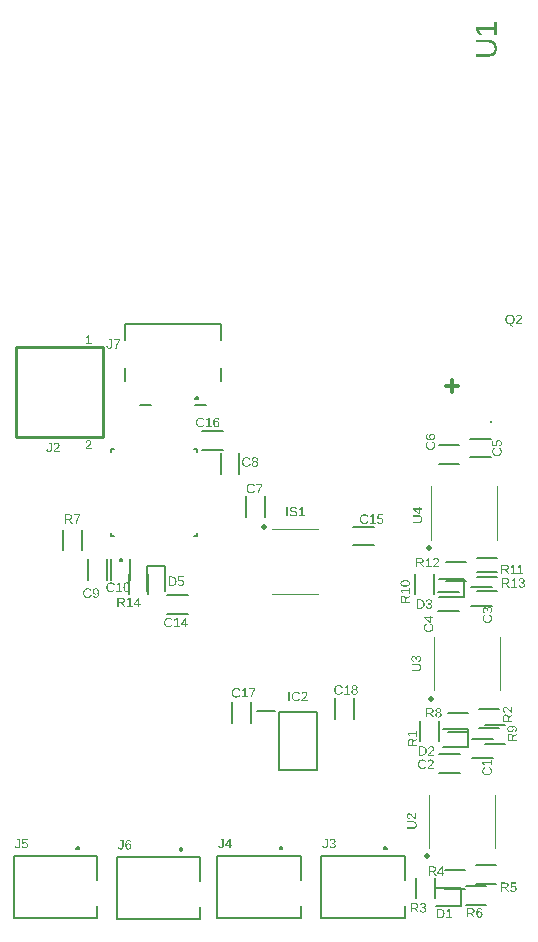
<source format=gto>
G04 EAGLE Gerber RS-274X export*
G75*
%MOMM*%
%FSLAX34Y34*%
%LPD*%
%INSilkscreen Top*%
%IPPOS*%
%AMOC8*
5,1,8,0,0,1.08239X$1,22.5*%
G01*
G04 Define Apertures*
%ADD10C,0.304800*%
%ADD11C,0.500000*%
%ADD12C,0.120000*%
%ADD13C,0.152400*%
%ADD14C,0.200000*%
%ADD15C,0.127000*%
%ADD16C,0.254000*%
%ADD17C,0.100000*%
G36*
X241419Y344462D02*
X241774Y344490D01*
X242107Y344537D01*
X242419Y344603D01*
X242709Y344687D01*
X242977Y344790D01*
X243223Y344912D01*
X243447Y345052D01*
X243647Y345210D01*
X243821Y345383D01*
X243968Y345571D01*
X244088Y345775D01*
X244181Y345994D01*
X244248Y346228D01*
X244288Y346478D01*
X244301Y346743D01*
X244294Y346952D01*
X244271Y347147D01*
X244234Y347327D01*
X244181Y347494D01*
X244037Y347792D01*
X243848Y348048D01*
X243616Y348265D01*
X243346Y348446D01*
X243048Y348598D01*
X242728Y348729D01*
X242390Y348841D01*
X242036Y348936D01*
X241311Y349107D01*
X240405Y349328D01*
X240088Y349425D01*
X239861Y349513D01*
X239689Y349600D01*
X239539Y349696D01*
X239411Y349801D01*
X239303Y349916D01*
X239219Y350043D01*
X239158Y350185D01*
X239122Y350344D01*
X239110Y350518D01*
X239118Y350668D01*
X239141Y350809D01*
X239180Y350941D01*
X239235Y351062D01*
X239305Y351174D01*
X239390Y351277D01*
X239492Y351370D01*
X239609Y351453D01*
X239886Y351590D01*
X240219Y351688D01*
X240608Y351747D01*
X241053Y351767D01*
X241461Y351749D01*
X241822Y351696D01*
X242136Y351607D01*
X242403Y351484D01*
X242627Y351321D01*
X242812Y351115D01*
X242957Y350866D01*
X243064Y350574D01*
X244116Y350759D01*
X244038Y350997D01*
X243947Y351218D01*
X243842Y351420D01*
X243724Y351605D01*
X243593Y351771D01*
X243449Y351919D01*
X243291Y352049D01*
X243120Y352161D01*
X242932Y352258D01*
X242725Y352341D01*
X242497Y352412D01*
X242250Y352470D01*
X241984Y352515D01*
X241697Y352547D01*
X241391Y352567D01*
X241065Y352573D01*
X240714Y352564D01*
X240384Y352539D01*
X240075Y352496D01*
X239787Y352436D01*
X239520Y352359D01*
X239274Y352264D01*
X239048Y352153D01*
X238844Y352024D01*
X238662Y351880D01*
X238505Y351721D01*
X238371Y351547D01*
X238262Y351359D01*
X238178Y351157D01*
X238117Y350940D01*
X238081Y350708D01*
X238069Y350462D01*
X238078Y350247D01*
X238106Y350045D01*
X238152Y349855D01*
X238217Y349678D01*
X238299Y349512D01*
X238398Y349358D01*
X238514Y349214D01*
X238645Y349081D01*
X238798Y348957D01*
X238976Y348838D01*
X239180Y348726D01*
X239410Y348619D01*
X239680Y348516D01*
X240007Y348412D01*
X240829Y348205D01*
X241809Y347975D01*
X242221Y347856D01*
X242571Y347712D01*
X242722Y347629D01*
X242854Y347534D01*
X242969Y347430D01*
X243066Y347315D01*
X243144Y347185D01*
X243199Y347037D01*
X243232Y346871D01*
X243243Y346687D01*
X243234Y346520D01*
X243208Y346364D01*
X243164Y346218D01*
X243102Y346082D01*
X243023Y345957D01*
X242926Y345842D01*
X242812Y345737D01*
X242680Y345643D01*
X242532Y345560D01*
X242369Y345487D01*
X242191Y345426D01*
X241999Y345376D01*
X241570Y345310D01*
X241081Y345287D01*
X240606Y345308D01*
X240184Y345371D01*
X239814Y345475D01*
X239497Y345621D01*
X239357Y345710D01*
X239231Y345811D01*
X239116Y345924D01*
X239015Y346048D01*
X238926Y346185D01*
X238850Y346333D01*
X238786Y346493D01*
X238735Y346665D01*
X237699Y346458D01*
X237766Y346215D01*
X237852Y345988D01*
X237956Y345776D01*
X238080Y345581D01*
X238223Y345401D01*
X238384Y345236D01*
X238565Y345087D01*
X238764Y344954D01*
X238983Y344837D01*
X239220Y344735D01*
X239476Y344649D01*
X239752Y344578D01*
X240046Y344524D01*
X240359Y344484D01*
X240691Y344461D01*
X241042Y344453D01*
X241419Y344462D01*
G37*
G36*
X250653Y345422D02*
X248732Y345422D01*
X248732Y352455D01*
X247802Y352455D01*
X245938Y351173D01*
X245938Y350221D01*
X247718Y351492D01*
X247718Y345422D01*
X245708Y345422D01*
X245708Y344565D01*
X250653Y344565D01*
X250653Y345422D01*
G37*
G36*
X236119Y352455D02*
X235049Y352455D01*
X235049Y344565D01*
X236119Y344565D01*
X236119Y352455D01*
G37*
G36*
X407119Y733852D02*
X407602Y733893D01*
X408067Y733961D01*
X408514Y734056D01*
X408944Y734179D01*
X409356Y734328D01*
X409751Y734505D01*
X410127Y734709D01*
X410485Y734938D01*
X410820Y735189D01*
X411133Y735463D01*
X411425Y735758D01*
X411695Y736076D01*
X411942Y736416D01*
X412168Y736778D01*
X412373Y737163D01*
X412554Y737567D01*
X412711Y737988D01*
X412843Y738426D01*
X412952Y738881D01*
X413037Y739352D01*
X413097Y739841D01*
X413133Y740346D01*
X413145Y740868D01*
X413133Y741411D01*
X413095Y741936D01*
X413032Y742442D01*
X412944Y742931D01*
X412832Y743401D01*
X412693Y743853D01*
X412530Y744286D01*
X412342Y744702D01*
X412130Y745097D01*
X411895Y745468D01*
X411638Y745817D01*
X411359Y746143D01*
X411057Y746446D01*
X410733Y746726D01*
X410386Y746983D01*
X410017Y747217D01*
X409628Y747425D01*
X409220Y747606D01*
X408795Y747759D01*
X408352Y747884D01*
X407890Y747981D01*
X407411Y748051D01*
X406913Y748092D01*
X406398Y748106D01*
X395614Y748106D01*
X395614Y745775D01*
X406263Y745775D01*
X406855Y745755D01*
X407410Y745694D01*
X407929Y745593D01*
X408411Y745452D01*
X408857Y745270D01*
X409266Y745047D01*
X409638Y744784D01*
X409974Y744481D01*
X410272Y744141D01*
X410530Y743769D01*
X410748Y743364D01*
X410926Y742927D01*
X411065Y742458D01*
X411164Y741956D01*
X411224Y741422D01*
X411244Y740856D01*
X411225Y740305D01*
X411167Y739788D01*
X411071Y739304D01*
X410937Y738853D01*
X410765Y738436D01*
X410554Y738052D01*
X410305Y737701D01*
X410017Y737384D01*
X409693Y737102D01*
X409332Y736858D01*
X408936Y736651D01*
X408505Y736482D01*
X408038Y736351D01*
X407535Y736257D01*
X406997Y736200D01*
X406422Y736182D01*
X395614Y736182D01*
X395614Y733838D01*
X406619Y733838D01*
X407119Y733852D01*
G37*
G36*
X412900Y762803D02*
X411023Y762803D01*
X411023Y758595D01*
X395614Y758595D01*
X395614Y756558D01*
X398424Y752473D01*
X400509Y752473D01*
X397724Y756374D01*
X411023Y756374D01*
X411023Y751970D01*
X412900Y751970D01*
X412900Y762803D01*
G37*
G36*
X342487Y80063D02*
X342708Y80082D01*
X342920Y80113D01*
X343124Y80156D01*
X343508Y80280D01*
X343860Y80454D01*
X344176Y80673D01*
X344453Y80933D01*
X344689Y81233D01*
X344885Y81574D01*
X345040Y81951D01*
X345150Y82358D01*
X345216Y82796D01*
X345238Y83265D01*
X345215Y83753D01*
X345146Y84207D01*
X345032Y84628D01*
X344871Y85015D01*
X344667Y85365D01*
X344423Y85673D01*
X344137Y85939D01*
X343810Y86163D01*
X343446Y86341D01*
X343050Y86468D01*
X342839Y86512D01*
X342620Y86544D01*
X342393Y86563D01*
X342158Y86569D01*
X337236Y86569D01*
X337236Y85505D01*
X342096Y85505D01*
X342367Y85496D01*
X342620Y85469D01*
X342857Y85422D01*
X343077Y85358D01*
X343281Y85275D01*
X343467Y85173D01*
X343637Y85053D01*
X343790Y84915D01*
X343926Y84760D01*
X344044Y84590D01*
X344144Y84405D01*
X344225Y84206D01*
X344289Y83991D01*
X344334Y83762D01*
X344361Y83518D01*
X344370Y83260D01*
X344361Y83008D01*
X344335Y82772D01*
X344291Y82551D01*
X344230Y82346D01*
X344151Y82155D01*
X344055Y81980D01*
X343941Y81820D01*
X343810Y81675D01*
X343662Y81546D01*
X343497Y81435D01*
X343317Y81341D01*
X343120Y81263D01*
X342907Y81203D01*
X342677Y81161D01*
X342431Y81135D01*
X342169Y81126D01*
X337236Y81126D01*
X337236Y80057D01*
X342259Y80057D01*
X342487Y80063D01*
G37*
G36*
X345126Y93255D02*
X344269Y93255D01*
X344269Y89139D01*
X344071Y89236D01*
X343870Y89360D01*
X343664Y89510D01*
X343454Y89688D01*
X343006Y90134D01*
X342505Y90712D01*
X341678Y91694D01*
X341358Y92043D01*
X341100Y92297D01*
X340873Y92492D01*
X340646Y92660D01*
X340419Y92804D01*
X340192Y92922D01*
X339965Y93013D01*
X339737Y93079D01*
X339509Y93118D01*
X339280Y93132D01*
X339028Y93121D01*
X338791Y93091D01*
X338569Y93041D01*
X338362Y92971D01*
X338170Y92881D01*
X337992Y92771D01*
X337829Y92641D01*
X337681Y92490D01*
X337549Y92321D01*
X337435Y92135D01*
X337338Y91932D01*
X337259Y91711D01*
X337197Y91473D01*
X337153Y91218D01*
X337127Y90946D01*
X337118Y90656D01*
X337127Y90391D01*
X337153Y90138D01*
X337197Y89897D01*
X337258Y89669D01*
X337337Y89453D01*
X337433Y89249D01*
X337547Y89057D01*
X337678Y88878D01*
X337824Y88714D01*
X337982Y88569D01*
X338152Y88441D01*
X338335Y88332D01*
X338529Y88240D01*
X338735Y88167D01*
X338954Y88112D01*
X339184Y88075D01*
X339280Y89105D01*
X338981Y89163D01*
X338718Y89264D01*
X338490Y89408D01*
X338297Y89595D01*
X338144Y89818D01*
X338034Y90069D01*
X337969Y90348D01*
X337947Y90656D01*
X337969Y90977D01*
X338036Y91260D01*
X338148Y91506D01*
X338305Y91715D01*
X338503Y91881D01*
X338736Y92000D01*
X339007Y92072D01*
X339313Y92096D01*
X339548Y92082D01*
X339770Y92040D01*
X339979Y91971D01*
X340176Y91874D01*
X340364Y91755D01*
X340548Y91619D01*
X340904Y91295D01*
X341251Y90915D01*
X341598Y90491D01*
X341960Y90044D01*
X342351Y89592D01*
X342781Y89149D01*
X343258Y88727D01*
X343519Y88529D01*
X343798Y88347D01*
X344097Y88181D01*
X344415Y88030D01*
X345126Y88030D01*
X345126Y93255D01*
G37*
G36*
X341182Y12489D02*
X343641Y12489D01*
X345690Y9213D01*
X346922Y9213D01*
X345636Y11165D01*
X344682Y12612D01*
X344902Y12658D01*
X345109Y12718D01*
X345304Y12792D01*
X345487Y12880D01*
X345586Y12939D01*
X345657Y12981D01*
X345816Y13096D01*
X345962Y13225D01*
X346096Y13368D01*
X346216Y13522D01*
X346320Y13685D01*
X346408Y13857D01*
X346481Y14037D01*
X346537Y14227D01*
X346577Y14424D01*
X346601Y14631D01*
X346609Y14847D01*
X346597Y15105D01*
X346563Y15349D01*
X346507Y15579D01*
X346427Y15794D01*
X346325Y15994D01*
X346201Y16180D01*
X346053Y16351D01*
X345883Y16507D01*
X345693Y16647D01*
X345483Y16768D01*
X345254Y16870D01*
X345006Y16954D01*
X344740Y17019D01*
X344454Y17066D01*
X344149Y17094D01*
X343825Y17103D01*
X340113Y17103D01*
X340113Y9213D01*
X341182Y9213D01*
X341182Y12489D01*
G37*
G36*
X350963Y9110D02*
X351258Y9138D01*
X351533Y9185D01*
X351790Y9251D01*
X352029Y9335D01*
X352249Y9438D01*
X352450Y9560D01*
X352633Y9700D01*
X352796Y9858D01*
X352937Y10031D01*
X353056Y10219D01*
X353154Y10423D01*
X353230Y10642D01*
X353284Y10876D01*
X353317Y11126D01*
X353327Y11391D01*
X353320Y11576D01*
X353297Y11753D01*
X353258Y11922D01*
X353204Y12083D01*
X353135Y12236D01*
X353050Y12380D01*
X352950Y12517D01*
X352835Y12646D01*
X352705Y12764D01*
X352564Y12870D01*
X352410Y12963D01*
X352244Y13043D01*
X352066Y13111D01*
X351875Y13167D01*
X351672Y13209D01*
X351457Y13239D01*
X351457Y13262D01*
X351836Y13365D01*
X352168Y13506D01*
X352451Y13685D01*
X352686Y13903D01*
X352871Y14157D01*
X352944Y14298D01*
X353003Y14447D01*
X353050Y14605D01*
X353083Y14772D01*
X353102Y14948D01*
X353109Y15132D01*
X353099Y15372D01*
X353068Y15598D01*
X353017Y15810D01*
X352945Y16009D01*
X352852Y16195D01*
X352739Y16366D01*
X352605Y16525D01*
X352451Y16669D01*
X352278Y16799D01*
X352089Y16911D01*
X351883Y17005D01*
X351661Y17083D01*
X351422Y17143D01*
X351166Y17186D01*
X350894Y17212D01*
X350606Y17221D01*
X350340Y17212D01*
X350087Y17187D01*
X349847Y17145D01*
X349618Y17085D01*
X349402Y17009D01*
X349198Y16915D01*
X349007Y16805D01*
X348828Y16678D01*
X348664Y16535D01*
X348518Y16380D01*
X348391Y16211D01*
X348281Y16028D01*
X348190Y15833D01*
X348117Y15624D01*
X348061Y15401D01*
X348024Y15166D01*
X349038Y15087D01*
X349093Y15381D01*
X349191Y15639D01*
X349332Y15862D01*
X349517Y16051D01*
X349738Y16200D01*
X349992Y16307D01*
X350277Y16371D01*
X350595Y16392D01*
X350939Y16369D01*
X351238Y16300D01*
X351492Y16186D01*
X351701Y16025D01*
X351864Y15825D01*
X351980Y15592D01*
X352050Y15326D01*
X352073Y15026D01*
X352066Y14871D01*
X352045Y14724D01*
X352009Y14586D01*
X351959Y14457D01*
X351895Y14336D01*
X351816Y14224D01*
X351617Y14026D01*
X351365Y13868D01*
X351067Y13755D01*
X350723Y13688D01*
X350332Y13665D01*
X349783Y13665D01*
X349783Y12791D01*
X350354Y12791D01*
X350794Y12769D01*
X351179Y12701D01*
X351351Y12650D01*
X351509Y12588D01*
X351654Y12515D01*
X351785Y12430D01*
X351901Y12335D01*
X352002Y12232D01*
X352087Y12120D01*
X352156Y11998D01*
X352211Y11868D01*
X352249Y11729D01*
X352273Y11582D01*
X352280Y11425D01*
X352274Y11246D01*
X352253Y11078D01*
X352219Y10922D01*
X352172Y10777D01*
X352111Y10643D01*
X352036Y10521D01*
X351948Y10410D01*
X351846Y10311D01*
X351609Y10146D01*
X351330Y10029D01*
X351011Y9959D01*
X350651Y9935D01*
X350292Y9957D01*
X349974Y10023D01*
X349698Y10132D01*
X349462Y10285D01*
X349268Y10482D01*
X349115Y10723D01*
X349002Y11007D01*
X348932Y11335D01*
X347890Y11240D01*
X347933Y10984D01*
X347993Y10743D01*
X348072Y10519D01*
X348169Y10311D01*
X348284Y10120D01*
X348418Y9944D01*
X348569Y9785D01*
X348738Y9641D01*
X348924Y9515D01*
X349126Y9405D01*
X349342Y9312D01*
X349573Y9236D01*
X349820Y9177D01*
X350082Y9135D01*
X350359Y9109D01*
X350651Y9101D01*
X350963Y9110D01*
G37*
%LPC*%
G36*
X341182Y13335D02*
X341182Y16247D01*
X343719Y16247D01*
X344133Y16224D01*
X344495Y16156D01*
X344806Y16043D01*
X344943Y15970D01*
X345066Y15885D01*
X345175Y15790D01*
X345270Y15684D01*
X345351Y15568D01*
X345417Y15442D01*
X345468Y15306D01*
X345504Y15159D01*
X345526Y15002D01*
X345533Y14835D01*
X345526Y14663D01*
X345505Y14500D01*
X345468Y14346D01*
X345418Y14203D01*
X345353Y14070D01*
X345274Y13947D01*
X345180Y13833D01*
X345071Y13729D01*
X344950Y13637D01*
X344816Y13557D01*
X344671Y13489D01*
X344514Y13433D01*
X344344Y13390D01*
X344163Y13359D01*
X343969Y13341D01*
X343764Y13335D01*
X341182Y13335D01*
G37*
%LPD*%
G36*
X365341Y4335D02*
X365614Y4358D01*
X365878Y4396D01*
X366135Y4449D01*
X366382Y4518D01*
X366622Y4602D01*
X366853Y4701D01*
X367075Y4815D01*
X367288Y4943D01*
X367487Y5085D01*
X367675Y5240D01*
X367850Y5409D01*
X368012Y5591D01*
X368162Y5786D01*
X368300Y5995D01*
X368425Y6217D01*
X368537Y6451D01*
X368633Y6694D01*
X368715Y6947D01*
X368782Y7209D01*
X368834Y7481D01*
X368871Y7763D01*
X368894Y8053D01*
X368901Y8354D01*
X368884Y8804D01*
X368833Y9228D01*
X368748Y9625D01*
X368629Y9995D01*
X368475Y10339D01*
X368288Y10657D01*
X368067Y10948D01*
X367812Y11213D01*
X367525Y11448D01*
X367210Y11652D01*
X366866Y11825D01*
X366494Y11967D01*
X366093Y12077D01*
X365663Y12155D01*
X365205Y12202D01*
X364718Y12218D01*
X362108Y12218D01*
X362108Y4328D01*
X365059Y4328D01*
X365341Y4335D01*
G37*
%LPC*%
G36*
X363178Y5184D02*
X363178Y11361D01*
X364695Y11361D01*
X365065Y11349D01*
X365412Y11313D01*
X365737Y11253D01*
X366039Y11169D01*
X366318Y11060D01*
X366575Y10928D01*
X366810Y10772D01*
X367022Y10591D01*
X367210Y10388D01*
X367374Y10162D01*
X367512Y9916D01*
X367625Y9647D01*
X367713Y9356D01*
X367776Y9044D01*
X367813Y8710D01*
X367826Y8354D01*
X367804Y7883D01*
X367738Y7444D01*
X367627Y7037D01*
X367473Y6663D01*
X367277Y6325D01*
X367044Y6030D01*
X366772Y5776D01*
X366462Y5565D01*
X366120Y5398D01*
X365752Y5279D01*
X365357Y5208D01*
X364936Y5184D01*
X363178Y5184D01*
G37*
%LPD*%
G36*
X375267Y5184D02*
X373346Y5184D01*
X373346Y12218D01*
X372417Y12218D01*
X370552Y10935D01*
X370552Y9983D01*
X372333Y11255D01*
X372333Y5184D01*
X370322Y5184D01*
X370322Y4328D01*
X375267Y4328D01*
X375267Y5184D01*
G37*
G36*
X405188Y125166D02*
X405487Y125188D01*
X405775Y125223D01*
X406053Y125273D01*
X406321Y125338D01*
X406577Y125416D01*
X406824Y125509D01*
X407059Y125616D01*
X407283Y125736D01*
X407493Y125870D01*
X407690Y126016D01*
X407874Y126176D01*
X408044Y126348D01*
X408202Y126533D01*
X408345Y126732D01*
X408476Y126943D01*
X408592Y127166D01*
X408693Y127398D01*
X408778Y127641D01*
X408848Y127894D01*
X408902Y128157D01*
X408941Y128430D01*
X408964Y128713D01*
X408972Y129006D01*
X408963Y129293D01*
X408938Y129571D01*
X408897Y129840D01*
X408839Y130101D01*
X408764Y130352D01*
X408672Y130595D01*
X408564Y130828D01*
X408440Y131053D01*
X408299Y131268D01*
X408143Y131470D01*
X407972Y131659D01*
X407786Y131837D01*
X407584Y132002D01*
X407368Y132154D01*
X407136Y132294D01*
X406888Y132422D01*
X406452Y131549D01*
X406836Y131327D01*
X407169Y131080D01*
X407451Y130807D01*
X407682Y130509D01*
X407862Y130184D01*
X407990Y129834D01*
X408035Y129650D01*
X408067Y129458D01*
X408086Y129261D01*
X408092Y129057D01*
X408079Y128742D01*
X408037Y128443D01*
X407968Y128162D01*
X407872Y127897D01*
X407748Y127649D01*
X407596Y127417D01*
X407417Y127203D01*
X407210Y127004D01*
X406981Y126827D01*
X406734Y126672D01*
X406469Y126542D01*
X406186Y126435D01*
X405886Y126352D01*
X405568Y126293D01*
X405232Y126258D01*
X404878Y126246D01*
X404521Y126257D01*
X404183Y126291D01*
X403865Y126348D01*
X403567Y126428D01*
X403288Y126530D01*
X403028Y126655D01*
X402788Y126803D01*
X402568Y126974D01*
X402370Y127165D01*
X402199Y127374D01*
X402054Y127602D01*
X401936Y127847D01*
X401844Y128111D01*
X401778Y128393D01*
X401738Y128694D01*
X401725Y129012D01*
X401748Y129415D01*
X401816Y129790D01*
X401930Y130136D01*
X402089Y130454D01*
X402292Y130737D01*
X402534Y130978D01*
X402818Y131178D01*
X403142Y131336D01*
X402806Y132350D01*
X402571Y132243D01*
X402351Y132123D01*
X402146Y131988D01*
X401956Y131840D01*
X401781Y131678D01*
X401621Y131501D01*
X401475Y131311D01*
X401344Y131106D01*
X401229Y130889D01*
X401129Y130658D01*
X401044Y130414D01*
X400975Y130157D01*
X400921Y129888D01*
X400882Y129605D01*
X400859Y129309D01*
X400852Y129001D01*
X400868Y128562D01*
X400918Y128148D01*
X401002Y127759D01*
X401119Y127394D01*
X401269Y127053D01*
X401453Y126737D01*
X401671Y126446D01*
X401921Y126178D01*
X402201Y125940D01*
X402507Y125733D01*
X402838Y125557D01*
X403195Y125414D01*
X403578Y125303D01*
X403986Y125223D01*
X404419Y125175D01*
X404878Y125159D01*
X405188Y125166D01*
G37*
G36*
X408860Y138676D02*
X408003Y138676D01*
X408003Y136756D01*
X400969Y136756D01*
X400969Y135826D01*
X402252Y133961D01*
X403204Y133961D01*
X401932Y135742D01*
X408003Y135742D01*
X408003Y133732D01*
X408860Y133732D01*
X408860Y138676D01*
G37*
G36*
X350463Y130635D02*
X350741Y130660D01*
X351010Y130702D01*
X351271Y130760D01*
X351522Y130835D01*
X351765Y130926D01*
X351998Y131034D01*
X352223Y131159D01*
X352438Y131300D01*
X352640Y131455D01*
X352829Y131627D01*
X353007Y131813D01*
X353172Y132014D01*
X353324Y132231D01*
X353464Y132463D01*
X353592Y132710D01*
X352719Y133147D01*
X352497Y132762D01*
X352250Y132429D01*
X351977Y132147D01*
X351679Y131916D01*
X351354Y131737D01*
X351004Y131609D01*
X350820Y131564D01*
X350628Y131532D01*
X350431Y131513D01*
X350227Y131506D01*
X349912Y131520D01*
X349613Y131561D01*
X349332Y131630D01*
X349067Y131727D01*
X348819Y131851D01*
X348587Y132002D01*
X348373Y132181D01*
X348174Y132388D01*
X347997Y132618D01*
X347842Y132865D01*
X347712Y133130D01*
X347605Y133412D01*
X347522Y133713D01*
X347463Y134031D01*
X347428Y134367D01*
X347416Y134721D01*
X347427Y135078D01*
X347461Y135415D01*
X347518Y135733D01*
X347598Y136032D01*
X347700Y136311D01*
X347825Y136570D01*
X347973Y136810D01*
X348144Y137031D01*
X348335Y137228D01*
X348544Y137399D01*
X348772Y137544D01*
X349017Y137663D01*
X349281Y137755D01*
X349563Y137821D01*
X349864Y137860D01*
X350182Y137873D01*
X350585Y137851D01*
X350960Y137782D01*
X351306Y137669D01*
X351624Y137509D01*
X351907Y137307D01*
X352148Y137064D01*
X352348Y136781D01*
X352506Y136457D01*
X353520Y136793D01*
X353413Y137027D01*
X353293Y137247D01*
X353158Y137452D01*
X353010Y137642D01*
X352848Y137818D01*
X352671Y137978D01*
X352481Y138124D01*
X352276Y138254D01*
X352059Y138370D01*
X351828Y138470D01*
X351584Y138554D01*
X351327Y138624D01*
X351058Y138678D01*
X350775Y138716D01*
X350479Y138739D01*
X350171Y138747D01*
X349732Y138730D01*
X349318Y138680D01*
X348929Y138597D01*
X348564Y138480D01*
X348223Y138329D01*
X347907Y138145D01*
X347616Y137928D01*
X347348Y137677D01*
X347110Y137397D01*
X346903Y137091D01*
X346727Y136760D01*
X346584Y136403D01*
X346473Y136021D01*
X346393Y135613D01*
X346345Y135180D01*
X346329Y134721D01*
X346336Y134411D01*
X346358Y134112D01*
X346393Y133823D01*
X346443Y133545D01*
X346508Y133278D01*
X346586Y133021D01*
X346679Y132775D01*
X346786Y132539D01*
X346906Y132316D01*
X347040Y132105D01*
X347186Y131908D01*
X347346Y131725D01*
X347518Y131554D01*
X347703Y131397D01*
X347902Y131253D01*
X348113Y131123D01*
X348336Y131006D01*
X348568Y130906D01*
X348811Y130821D01*
X349064Y130751D01*
X349327Y130697D01*
X349600Y130658D01*
X349883Y130635D01*
X350176Y130627D01*
X350463Y130635D01*
G37*
G36*
X359830Y131596D02*
X355714Y131596D01*
X355811Y131794D01*
X355935Y131995D01*
X356085Y132201D01*
X356263Y132411D01*
X356709Y132859D01*
X357287Y133360D01*
X358269Y134187D01*
X358618Y134507D01*
X358872Y134765D01*
X359067Y134992D01*
X359235Y135219D01*
X359379Y135446D01*
X359497Y135673D01*
X359588Y135900D01*
X359654Y136128D01*
X359693Y136356D01*
X359707Y136585D01*
X359696Y136837D01*
X359666Y137074D01*
X359616Y137296D01*
X359546Y137503D01*
X359456Y137696D01*
X359346Y137873D01*
X359216Y138036D01*
X359065Y138184D01*
X358896Y138316D01*
X358710Y138430D01*
X358507Y138527D01*
X358286Y138606D01*
X358048Y138668D01*
X357793Y138712D01*
X357521Y138738D01*
X357231Y138747D01*
X356966Y138738D01*
X356713Y138712D01*
X356472Y138668D01*
X356244Y138607D01*
X356028Y138528D01*
X355824Y138432D01*
X355632Y138318D01*
X355453Y138187D01*
X355289Y138041D01*
X355144Y137883D01*
X355016Y137713D01*
X354907Y137530D01*
X354815Y137336D01*
X354742Y137130D01*
X354687Y136911D01*
X354650Y136681D01*
X355680Y136585D01*
X355738Y136884D01*
X355839Y137147D01*
X355983Y137375D01*
X356170Y137568D01*
X356393Y137721D01*
X356644Y137831D01*
X356923Y137896D01*
X357231Y137918D01*
X357552Y137896D01*
X357835Y137829D01*
X358081Y137717D01*
X358290Y137560D01*
X358456Y137362D01*
X358575Y137129D01*
X358647Y136858D01*
X358671Y136552D01*
X358657Y136317D01*
X358615Y136095D01*
X358546Y135886D01*
X358449Y135689D01*
X358330Y135501D01*
X358194Y135317D01*
X357870Y134961D01*
X357490Y134614D01*
X357066Y134267D01*
X356619Y133905D01*
X356167Y133514D01*
X355724Y133084D01*
X355302Y132607D01*
X355104Y132346D01*
X354922Y132067D01*
X354756Y131768D01*
X354605Y131450D01*
X354605Y130739D01*
X359830Y130739D01*
X359830Y131596D01*
G37*
G36*
X417782Y29935D02*
X420241Y29935D01*
X422290Y26659D01*
X423522Y26659D01*
X422236Y28611D01*
X421282Y30058D01*
X421502Y30104D01*
X421709Y30164D01*
X421904Y30238D01*
X422087Y30326D01*
X422186Y30385D01*
X422257Y30427D01*
X422416Y30542D01*
X422562Y30671D01*
X422696Y30814D01*
X422816Y30968D01*
X422920Y31131D01*
X423008Y31303D01*
X423081Y31483D01*
X423137Y31673D01*
X423177Y31870D01*
X423201Y32077D01*
X423209Y32293D01*
X423197Y32551D01*
X423163Y32795D01*
X423107Y33025D01*
X423027Y33240D01*
X422925Y33440D01*
X422801Y33626D01*
X422653Y33797D01*
X422483Y33953D01*
X422293Y34093D01*
X422083Y34214D01*
X421854Y34316D01*
X421606Y34400D01*
X421340Y34465D01*
X421054Y34512D01*
X420749Y34540D01*
X420425Y34549D01*
X416713Y34549D01*
X416713Y26659D01*
X417782Y26659D01*
X417782Y29935D01*
G37*
G36*
X427470Y26558D02*
X427772Y26592D01*
X428056Y26648D01*
X428322Y26726D01*
X428571Y26827D01*
X428801Y26950D01*
X429013Y27096D01*
X429208Y27264D01*
X429382Y27451D01*
X429533Y27655D01*
X429660Y27876D01*
X429764Y28114D01*
X429846Y28368D01*
X429904Y28638D01*
X429938Y28926D01*
X429950Y29229D01*
X429939Y29497D01*
X429907Y29752D01*
X429853Y29994D01*
X429777Y30223D01*
X429680Y30440D01*
X429561Y30643D01*
X429420Y30833D01*
X429258Y31010D01*
X429078Y31170D01*
X428883Y31309D01*
X428673Y31427D01*
X428448Y31523D01*
X428209Y31597D01*
X427955Y31651D01*
X427686Y31683D01*
X427402Y31693D01*
X427163Y31686D01*
X426935Y31662D01*
X426716Y31623D01*
X426507Y31567D01*
X426309Y31497D01*
X426120Y31410D01*
X425941Y31308D01*
X425772Y31189D01*
X425924Y33693D01*
X429491Y33693D01*
X429491Y34549D01*
X425005Y34549D01*
X424742Y30305D01*
X425728Y30305D01*
X425904Y30447D01*
X426080Y30568D01*
X426257Y30666D01*
X426433Y30741D01*
X426613Y30798D01*
X426800Y30838D01*
X426994Y30862D01*
X427195Y30870D01*
X427386Y30863D01*
X427567Y30841D01*
X427737Y30806D01*
X427898Y30755D01*
X428049Y30691D01*
X428190Y30612D01*
X428320Y30519D01*
X428441Y30411D01*
X428549Y30292D01*
X428643Y30164D01*
X428722Y30026D01*
X428787Y29880D01*
X428838Y29725D01*
X428874Y29562D01*
X428895Y29389D01*
X428903Y29207D01*
X428896Y28999D01*
X428874Y28802D01*
X428838Y28616D01*
X428788Y28442D01*
X428723Y28279D01*
X428644Y28128D01*
X428551Y27988D01*
X428444Y27860D01*
X428323Y27745D01*
X428192Y27646D01*
X428049Y27562D01*
X427896Y27493D01*
X427732Y27439D01*
X427556Y27401D01*
X427370Y27378D01*
X427172Y27370D01*
X426858Y27388D01*
X426574Y27443D01*
X426322Y27535D01*
X426101Y27663D01*
X425912Y27827D01*
X425754Y28029D01*
X425627Y28266D01*
X425532Y28541D01*
X424512Y28423D01*
X424565Y28202D01*
X424633Y27994D01*
X424717Y27799D01*
X424816Y27618D01*
X424931Y27450D01*
X425061Y27296D01*
X425208Y27156D01*
X425369Y27029D01*
X425545Y26916D01*
X425735Y26818D01*
X425937Y26735D01*
X426153Y26667D01*
X426382Y26615D01*
X426625Y26577D01*
X426881Y26555D01*
X427150Y26547D01*
X427470Y26558D01*
G37*
%LPC*%
G36*
X417782Y30781D02*
X417782Y33693D01*
X420319Y33693D01*
X420733Y33670D01*
X421095Y33602D01*
X421406Y33489D01*
X421543Y33416D01*
X421666Y33331D01*
X421775Y33236D01*
X421870Y33130D01*
X421951Y33014D01*
X422017Y32888D01*
X422068Y32752D01*
X422104Y32605D01*
X422126Y32448D01*
X422133Y32281D01*
X422126Y32109D01*
X422105Y31946D01*
X422068Y31792D01*
X422018Y31649D01*
X421953Y31516D01*
X421874Y31393D01*
X421780Y31279D01*
X421671Y31175D01*
X421550Y31083D01*
X421416Y31003D01*
X421271Y30935D01*
X421114Y30879D01*
X420944Y30836D01*
X420763Y30805D01*
X420569Y30787D01*
X420364Y30781D01*
X417782Y30781D01*
G37*
%LPD*%
G36*
X356382Y43527D02*
X358841Y43527D01*
X360890Y40252D01*
X362122Y40252D01*
X360836Y42204D01*
X359882Y43651D01*
X360102Y43697D01*
X360309Y43757D01*
X360504Y43830D01*
X360687Y43918D01*
X360786Y43977D01*
X360857Y44019D01*
X361016Y44135D01*
X361162Y44264D01*
X361296Y44407D01*
X361416Y44561D01*
X361520Y44724D01*
X361608Y44895D01*
X361681Y45076D01*
X361737Y45265D01*
X361777Y45463D01*
X361801Y45670D01*
X361809Y45885D01*
X361797Y46144D01*
X361763Y46388D01*
X361707Y46617D01*
X361627Y46832D01*
X361525Y47032D01*
X361401Y47218D01*
X361253Y47389D01*
X361083Y47545D01*
X360893Y47685D01*
X360683Y47806D01*
X360454Y47909D01*
X360206Y47993D01*
X359940Y48058D01*
X359654Y48105D01*
X359349Y48133D01*
X359025Y48142D01*
X355313Y48142D01*
X355313Y40252D01*
X356382Y40252D01*
X356382Y43527D01*
G37*
G36*
X367587Y42038D02*
X368695Y42038D01*
X368695Y42833D01*
X367587Y42833D01*
X367587Y48142D01*
X366528Y48142D01*
X362916Y42822D01*
X362916Y42038D01*
X366635Y42038D01*
X366635Y40252D01*
X367587Y40252D01*
X367587Y42038D01*
G37*
%LPC*%
G36*
X356382Y44373D02*
X356382Y47285D01*
X358919Y47285D01*
X359333Y47262D01*
X359695Y47195D01*
X360006Y47082D01*
X360143Y47009D01*
X360266Y46924D01*
X360375Y46828D01*
X360470Y46723D01*
X360551Y46607D01*
X360617Y46481D01*
X360668Y46344D01*
X360704Y46198D01*
X360726Y46041D01*
X360733Y45874D01*
X360726Y45701D01*
X360705Y45538D01*
X360668Y45385D01*
X360618Y45242D01*
X360553Y45108D01*
X360474Y44985D01*
X360380Y44872D01*
X360271Y44768D01*
X360150Y44675D01*
X360016Y44595D01*
X359871Y44527D01*
X359714Y44472D01*
X359544Y44429D01*
X359363Y44398D01*
X359169Y44379D01*
X358964Y44373D01*
X356382Y44373D01*
G37*
G36*
X363846Y42833D02*
X363936Y42945D01*
X364238Y43359D01*
X366260Y46339D01*
X366478Y46708D01*
X366635Y47005D01*
X366635Y42833D01*
X363846Y42833D01*
G37*
%LPD*%
G36*
X388882Y8196D02*
X391341Y8196D01*
X393390Y4920D01*
X394622Y4920D01*
X393336Y6872D01*
X392382Y8319D01*
X392602Y8365D01*
X392809Y8425D01*
X393004Y8499D01*
X393187Y8587D01*
X393286Y8646D01*
X393357Y8688D01*
X393516Y8803D01*
X393662Y8932D01*
X393796Y9075D01*
X393916Y9229D01*
X394020Y9392D01*
X394108Y9564D01*
X394181Y9744D01*
X394237Y9934D01*
X394277Y10131D01*
X394301Y10338D01*
X394309Y10554D01*
X394297Y10812D01*
X394263Y11056D01*
X394207Y11286D01*
X394127Y11501D01*
X394025Y11701D01*
X393901Y11887D01*
X393753Y12058D01*
X393583Y12214D01*
X393393Y12354D01*
X393183Y12475D01*
X392954Y12577D01*
X392706Y12661D01*
X392440Y12726D01*
X392154Y12773D01*
X391849Y12801D01*
X391525Y12810D01*
X387813Y12810D01*
X387813Y4920D01*
X388882Y4920D01*
X388882Y8196D01*
G37*
G36*
X398770Y4819D02*
X399044Y4853D01*
X399302Y4910D01*
X399544Y4989D01*
X399769Y5090D01*
X399979Y5214D01*
X400172Y5361D01*
X400350Y5530D01*
X400509Y5719D01*
X400646Y5924D01*
X400763Y6146D01*
X400858Y6384D01*
X400932Y6639D01*
X400985Y6910D01*
X401017Y7198D01*
X401027Y7502D01*
X401017Y7783D01*
X400987Y8049D01*
X400937Y8301D01*
X400867Y8538D01*
X400777Y8760D01*
X400667Y8967D01*
X400537Y9160D01*
X400386Y9338D01*
X400219Y9499D01*
X400038Y9637D01*
X399842Y9755D01*
X399632Y9851D01*
X399409Y9926D01*
X399171Y9979D01*
X398919Y10011D01*
X398653Y10022D01*
X398340Y10005D01*
X398046Y9955D01*
X397769Y9872D01*
X397511Y9756D01*
X397276Y9607D01*
X397068Y9429D01*
X396889Y9220D01*
X396738Y8980D01*
X396745Y9350D01*
X396767Y9697D01*
X396804Y10021D01*
X396856Y10323D01*
X396923Y10603D01*
X397004Y10860D01*
X397100Y11095D01*
X397211Y11307D01*
X397335Y11495D01*
X397472Y11658D01*
X397621Y11796D01*
X397782Y11909D01*
X397955Y11997D01*
X398140Y12060D01*
X398337Y12098D01*
X398547Y12110D01*
X398786Y12095D01*
X399004Y12050D01*
X399199Y11975D01*
X399373Y11870D01*
X399524Y11734D01*
X399653Y11569D01*
X399761Y11373D01*
X399846Y11147D01*
X400809Y11321D01*
X400672Y11697D01*
X400494Y12024D01*
X400275Y12300D01*
X400014Y12526D01*
X399868Y12620D01*
X399712Y12702D01*
X399545Y12771D01*
X399369Y12828D01*
X399181Y12871D01*
X398984Y12903D01*
X398776Y12922D01*
X398558Y12928D01*
X398229Y12911D01*
X397919Y12859D01*
X397629Y12774D01*
X397358Y12654D01*
X397107Y12499D01*
X396875Y12311D01*
X396662Y12088D01*
X396469Y11830D01*
X396297Y11541D01*
X396148Y11222D01*
X396022Y10873D01*
X395919Y10495D01*
X395839Y10087D01*
X395781Y9648D01*
X395747Y9181D01*
X395736Y8683D01*
X395747Y8224D01*
X395780Y7793D01*
X395835Y7390D01*
X395912Y7016D01*
X396011Y6669D01*
X396132Y6351D01*
X396276Y6061D01*
X396441Y5799D01*
X396627Y5567D01*
X396833Y5366D01*
X397059Y5195D01*
X397304Y5056D01*
X397568Y4947D01*
X397852Y4870D01*
X398156Y4824D01*
X398480Y4808D01*
X398770Y4819D01*
G37*
%LPC*%
G36*
X388882Y9042D02*
X388882Y11954D01*
X391419Y11954D01*
X391833Y11931D01*
X392195Y11863D01*
X392506Y11750D01*
X392643Y11677D01*
X392766Y11592D01*
X392875Y11497D01*
X392970Y11391D01*
X393051Y11275D01*
X393117Y11149D01*
X393168Y11013D01*
X393204Y10866D01*
X393226Y10709D01*
X393233Y10542D01*
X393226Y10370D01*
X393205Y10207D01*
X393168Y10053D01*
X393118Y9910D01*
X393053Y9777D01*
X392974Y9654D01*
X392880Y9540D01*
X392771Y9436D01*
X392650Y9344D01*
X392516Y9264D01*
X392371Y9196D01*
X392214Y9140D01*
X392044Y9097D01*
X391863Y9066D01*
X391669Y9048D01*
X391464Y9042D01*
X388882Y9042D01*
G37*
G36*
X398273Y5629D02*
X398109Y5656D01*
X397953Y5702D01*
X397804Y5766D01*
X397663Y5847D01*
X397531Y5948D01*
X397406Y6066D01*
X397290Y6202D01*
X397184Y6353D01*
X397092Y6514D01*
X397015Y6686D01*
X396951Y6867D01*
X396902Y7059D01*
X396867Y7262D01*
X396846Y7475D01*
X396839Y7698D01*
X396845Y7873D01*
X396866Y8039D01*
X396900Y8196D01*
X396947Y8342D01*
X397008Y8479D01*
X397083Y8606D01*
X397171Y8724D01*
X397273Y8832D01*
X397507Y9012D01*
X397775Y9140D01*
X397921Y9185D01*
X398076Y9217D01*
X398240Y9237D01*
X398412Y9243D01*
X398595Y9236D01*
X398767Y9214D01*
X398929Y9178D01*
X399080Y9127D01*
X399221Y9062D01*
X399352Y8982D01*
X399473Y8887D01*
X399583Y8778D01*
X399681Y8656D01*
X399766Y8521D01*
X399839Y8375D01*
X399898Y8216D01*
X399944Y8044D01*
X399976Y7861D01*
X399996Y7665D01*
X400003Y7457D01*
X399996Y7248D01*
X399977Y7051D01*
X399944Y6866D01*
X399899Y6692D01*
X399841Y6529D01*
X399770Y6378D01*
X399685Y6238D01*
X399588Y6110D01*
X399480Y5995D01*
X399362Y5896D01*
X399233Y5811D01*
X399096Y5742D01*
X398948Y5689D01*
X398790Y5651D01*
X398623Y5628D01*
X398446Y5620D01*
X398273Y5629D01*
G37*
%LPD*%
G36*
X48282Y341689D02*
X50741Y341689D01*
X52790Y338413D01*
X54022Y338413D01*
X52736Y340365D01*
X51782Y341812D01*
X52002Y341858D01*
X52209Y341918D01*
X52404Y341992D01*
X52587Y342080D01*
X52686Y342139D01*
X52757Y342181D01*
X52916Y342296D01*
X53062Y342425D01*
X53196Y342568D01*
X53316Y342722D01*
X53420Y342885D01*
X53508Y343057D01*
X53581Y343237D01*
X53637Y343427D01*
X53677Y343624D01*
X53701Y343831D01*
X53709Y344047D01*
X53697Y344305D01*
X53663Y344549D01*
X53607Y344779D01*
X53527Y344994D01*
X53425Y345194D01*
X53301Y345380D01*
X53153Y345551D01*
X52983Y345707D01*
X52793Y345847D01*
X52583Y345968D01*
X52354Y346070D01*
X52106Y346154D01*
X51840Y346219D01*
X51554Y346266D01*
X51249Y346294D01*
X50925Y346303D01*
X47213Y346303D01*
X47213Y338413D01*
X48282Y338413D01*
X48282Y341689D01*
G37*
%LPC*%
G36*
X48282Y342535D02*
X48282Y345447D01*
X50819Y345447D01*
X51233Y345424D01*
X51595Y345356D01*
X51906Y345243D01*
X52043Y345170D01*
X52166Y345085D01*
X52275Y344990D01*
X52370Y344884D01*
X52451Y344768D01*
X52517Y344642D01*
X52568Y344506D01*
X52604Y344359D01*
X52626Y344202D01*
X52633Y344035D01*
X52626Y343863D01*
X52605Y343700D01*
X52568Y343546D01*
X52518Y343403D01*
X52453Y343270D01*
X52374Y343147D01*
X52280Y343033D01*
X52171Y342929D01*
X52050Y342837D01*
X51916Y342757D01*
X51771Y342689D01*
X51614Y342633D01*
X51444Y342590D01*
X51263Y342559D01*
X51069Y342541D01*
X50864Y342535D01*
X48282Y342535D01*
G37*
%LPD*%
G36*
X57665Y338954D02*
X57712Y339487D01*
X57790Y340010D01*
X57899Y340524D01*
X58039Y341036D01*
X58211Y341550D01*
X58413Y342069D01*
X58647Y342591D01*
X58940Y343164D01*
X59323Y343838D01*
X59794Y344612D01*
X60355Y345486D01*
X60355Y346303D01*
X55141Y346303D01*
X55141Y345447D01*
X59380Y345447D01*
X58684Y344389D01*
X58094Y343395D01*
X57840Y342922D01*
X57613Y342464D01*
X57412Y342022D01*
X57238Y341597D01*
X57088Y341181D01*
X56958Y340771D01*
X56848Y340365D01*
X56757Y339965D01*
X56687Y339569D01*
X56637Y339179D01*
X56607Y338793D01*
X56597Y338413D01*
X57650Y338413D01*
X57665Y338954D01*
G37*
G36*
X205388Y364137D02*
X205666Y364162D01*
X205935Y364204D01*
X206196Y364262D01*
X206447Y364337D01*
X206690Y364428D01*
X206923Y364536D01*
X207148Y364661D01*
X207363Y364802D01*
X207565Y364957D01*
X207754Y365129D01*
X207932Y365315D01*
X208097Y365516D01*
X208249Y365733D01*
X208389Y365965D01*
X208517Y366212D01*
X207644Y366649D01*
X207422Y366264D01*
X207175Y365931D01*
X206902Y365649D01*
X206604Y365418D01*
X206279Y365239D01*
X205929Y365111D01*
X205745Y365066D01*
X205553Y365034D01*
X205356Y365015D01*
X205152Y365008D01*
X204837Y365022D01*
X204538Y365063D01*
X204257Y365132D01*
X203992Y365229D01*
X203744Y365353D01*
X203512Y365504D01*
X203298Y365683D01*
X203099Y365890D01*
X202922Y366120D01*
X202767Y366367D01*
X202637Y366632D01*
X202530Y366914D01*
X202447Y367215D01*
X202388Y367533D01*
X202353Y367869D01*
X202341Y368223D01*
X202352Y368580D01*
X202386Y368917D01*
X202443Y369235D01*
X202523Y369534D01*
X202625Y369813D01*
X202750Y370072D01*
X202898Y370312D01*
X203069Y370533D01*
X203260Y370730D01*
X203469Y370901D01*
X203697Y371046D01*
X203942Y371165D01*
X204206Y371257D01*
X204488Y371323D01*
X204789Y371362D01*
X205107Y371375D01*
X205510Y371353D01*
X205885Y371284D01*
X206231Y371171D01*
X206549Y371011D01*
X206832Y370809D01*
X207073Y370566D01*
X207273Y370283D01*
X207431Y369959D01*
X208445Y370295D01*
X208338Y370529D01*
X208218Y370749D01*
X208083Y370954D01*
X207935Y371144D01*
X207773Y371320D01*
X207596Y371480D01*
X207406Y371626D01*
X207201Y371756D01*
X206984Y371872D01*
X206753Y371972D01*
X206509Y372056D01*
X206252Y372126D01*
X205983Y372180D01*
X205700Y372218D01*
X205404Y372241D01*
X205096Y372249D01*
X204657Y372232D01*
X204243Y372182D01*
X203854Y372099D01*
X203489Y371982D01*
X203148Y371831D01*
X202832Y371647D01*
X202541Y371430D01*
X202273Y371179D01*
X202035Y370899D01*
X201828Y370593D01*
X201652Y370262D01*
X201509Y369905D01*
X201398Y369523D01*
X201318Y369115D01*
X201270Y368682D01*
X201254Y368223D01*
X201261Y367913D01*
X201283Y367614D01*
X201318Y367325D01*
X201368Y367047D01*
X201433Y366780D01*
X201511Y366523D01*
X201604Y366277D01*
X201711Y366041D01*
X201831Y365818D01*
X201965Y365607D01*
X202111Y365410D01*
X202271Y365227D01*
X202443Y365056D01*
X202628Y364899D01*
X202827Y364755D01*
X203038Y364625D01*
X203261Y364508D01*
X203493Y364408D01*
X203736Y364323D01*
X203989Y364253D01*
X204252Y364199D01*
X204525Y364160D01*
X204808Y364137D01*
X205101Y364129D01*
X205388Y364137D01*
G37*
G36*
X212065Y364782D02*
X212112Y365315D01*
X212190Y365838D01*
X212299Y366352D01*
X212439Y366864D01*
X212611Y367378D01*
X212813Y367897D01*
X213047Y368419D01*
X213340Y368992D01*
X213723Y369666D01*
X214194Y370440D01*
X214755Y371314D01*
X214755Y372131D01*
X209541Y372131D01*
X209541Y371275D01*
X213780Y371275D01*
X213084Y370217D01*
X212494Y369223D01*
X212240Y368750D01*
X212013Y368292D01*
X211812Y367850D01*
X211638Y367425D01*
X211488Y367009D01*
X211358Y366599D01*
X211248Y366193D01*
X211157Y365793D01*
X211087Y365397D01*
X211037Y365007D01*
X211007Y364621D01*
X210997Y364241D01*
X212050Y364241D01*
X212065Y364782D01*
G37*
G36*
X208644Y386537D02*
X208941Y386566D01*
X209218Y386613D01*
X209477Y386680D01*
X209717Y386766D01*
X209937Y386871D01*
X210139Y386995D01*
X210322Y387138D01*
X210485Y387298D01*
X210626Y387473D01*
X210746Y387663D01*
X210843Y387869D01*
X210919Y388089D01*
X210973Y388324D01*
X211006Y388575D01*
X211017Y388840D01*
X211010Y389031D01*
X210991Y389213D01*
X210958Y389387D01*
X210912Y389554D01*
X210781Y389861D01*
X210597Y390137D01*
X210576Y390157D01*
X210366Y390371D01*
X210093Y390556D01*
X209941Y390630D01*
X209778Y390692D01*
X209605Y390741D01*
X209421Y390778D01*
X209421Y390800D01*
X209728Y390888D01*
X210002Y391023D01*
X210229Y391196D01*
X210241Y391205D01*
X210446Y391433D01*
X210610Y391696D01*
X210727Y391980D01*
X210797Y392287D01*
X210821Y392615D01*
X210810Y392842D01*
X210779Y393058D01*
X210726Y393262D01*
X210652Y393453D01*
X210557Y393633D01*
X210441Y393800D01*
X210304Y393955D01*
X210146Y394099D01*
X209970Y394227D01*
X209778Y394339D01*
X209571Y394433D01*
X209349Y394510D01*
X209111Y394570D01*
X208858Y394613D01*
X208590Y394639D01*
X208306Y394647D01*
X208029Y394639D01*
X207767Y394612D01*
X207519Y394569D01*
X207285Y394507D01*
X207066Y394429D01*
X206861Y394332D01*
X206671Y394219D01*
X206495Y394087D01*
X206337Y393942D01*
X206200Y393786D01*
X206084Y393619D01*
X205989Y393442D01*
X205915Y393254D01*
X205862Y393055D01*
X205831Y392846D01*
X205820Y392626D01*
X205843Y392298D01*
X205913Y391992D01*
X206029Y391707D01*
X206192Y391444D01*
X206396Y391214D01*
X206633Y391028D01*
X206904Y390887D01*
X207209Y390789D01*
X207209Y390767D01*
X207040Y390732D01*
X206880Y390685D01*
X206582Y390551D01*
X206314Y390366D01*
X206078Y390128D01*
X205884Y389850D01*
X205808Y389699D01*
X205746Y389540D01*
X205697Y389374D01*
X205663Y389200D01*
X205642Y389018D01*
X205635Y388829D01*
X205646Y388561D01*
X205680Y388309D01*
X205736Y388073D01*
X205814Y387852D01*
X205914Y387647D01*
X206037Y387458D01*
X206182Y387284D01*
X206349Y387127D01*
X206536Y386986D01*
X206741Y386865D01*
X206962Y386762D01*
X207201Y386677D01*
X207457Y386612D01*
X207730Y386565D01*
X208021Y386537D01*
X208329Y386528D01*
X208644Y386537D01*
G37*
G36*
X201572Y386536D02*
X201850Y386561D01*
X202119Y386602D01*
X202379Y386660D01*
X202631Y386735D01*
X202873Y386827D01*
X203107Y386935D01*
X203332Y387059D01*
X203546Y387200D01*
X203748Y387356D01*
X203938Y387527D01*
X204115Y387713D01*
X204280Y387915D01*
X204433Y388132D01*
X204573Y388364D01*
X204701Y388611D01*
X203828Y389047D01*
X203606Y388663D01*
X203359Y388330D01*
X203086Y388048D01*
X202787Y387817D01*
X202463Y387637D01*
X202113Y387509D01*
X201928Y387464D01*
X201737Y387432D01*
X201540Y387413D01*
X201336Y387407D01*
X201021Y387420D01*
X200722Y387462D01*
X200441Y387531D01*
X200176Y387627D01*
X199927Y387751D01*
X199696Y387903D01*
X199481Y388082D01*
X199283Y388289D01*
X199105Y388518D01*
X198951Y388765D01*
X198821Y389030D01*
X198714Y389313D01*
X198631Y389613D01*
X198572Y389931D01*
X198536Y390267D01*
X198524Y390621D01*
X198536Y390978D01*
X198570Y391316D01*
X198627Y391634D01*
X198706Y391932D01*
X198809Y392211D01*
X198934Y392471D01*
X199082Y392711D01*
X199252Y392931D01*
X199443Y393129D01*
X199653Y393300D01*
X199880Y393445D01*
X200126Y393563D01*
X200390Y393655D01*
X200672Y393721D01*
X200972Y393761D01*
X201291Y393774D01*
X201694Y393751D01*
X202068Y393683D01*
X202415Y393569D01*
X202733Y393410D01*
X203016Y393208D01*
X203257Y392965D01*
X203457Y392681D01*
X203615Y392357D01*
X204628Y392693D01*
X204522Y392928D01*
X204402Y393148D01*
X204267Y393353D01*
X204119Y393543D01*
X203956Y393718D01*
X203780Y393879D01*
X203590Y394024D01*
X203385Y394155D01*
X203167Y394270D01*
X202936Y394370D01*
X202693Y394455D01*
X202436Y394524D01*
X202166Y394578D01*
X201884Y394617D01*
X201588Y394640D01*
X201280Y394647D01*
X200841Y394631D01*
X200427Y394581D01*
X200037Y394497D01*
X199672Y394380D01*
X199332Y394230D01*
X199016Y394046D01*
X198724Y393829D01*
X198457Y393578D01*
X198218Y393298D01*
X198011Y392992D01*
X197836Y392661D01*
X197693Y392304D01*
X197581Y391922D01*
X197502Y391514D01*
X197454Y391080D01*
X197438Y390621D01*
X197445Y390311D01*
X197466Y390012D01*
X197502Y389724D01*
X197552Y389446D01*
X197616Y389178D01*
X197695Y388922D01*
X197787Y388675D01*
X197894Y388440D01*
X198015Y388216D01*
X198148Y388006D01*
X198295Y387809D01*
X198454Y387625D01*
X198627Y387455D01*
X198812Y387297D01*
X199010Y387154D01*
X199222Y387023D01*
X199444Y386907D01*
X199677Y386806D01*
X199920Y386721D01*
X200173Y386651D01*
X200436Y386597D01*
X200709Y386559D01*
X200992Y386535D01*
X201285Y386528D01*
X201572Y386536D01*
G37*
%LPC*%
G36*
X208139Y387290D02*
X207950Y387309D01*
X207775Y387341D01*
X207612Y387385D01*
X207463Y387443D01*
X207326Y387513D01*
X207203Y387595D01*
X207093Y387691D01*
X206995Y387799D01*
X206911Y387920D01*
X206839Y388054D01*
X206781Y388200D01*
X206735Y388359D01*
X206703Y388531D01*
X206683Y388716D01*
X206677Y388913D01*
X206684Y389083D01*
X206704Y389244D01*
X206737Y389396D01*
X206785Y389538D01*
X206845Y389671D01*
X206919Y389795D01*
X207108Y390013D01*
X207345Y390189D01*
X207479Y390257D01*
X207623Y390314D01*
X207778Y390358D01*
X207944Y390389D01*
X208120Y390408D01*
X208306Y390414D01*
X208679Y390391D01*
X209008Y390321D01*
X209292Y390204D01*
X209533Y390041D01*
X209635Y389943D01*
X209724Y389833D01*
X209799Y389711D01*
X209860Y389579D01*
X209908Y389435D01*
X209942Y389280D01*
X209963Y389113D01*
X209970Y388935D01*
X209963Y388727D01*
X209944Y388534D01*
X209913Y388354D01*
X209869Y388190D01*
X209812Y388040D01*
X209743Y387905D01*
X209661Y387784D01*
X209566Y387678D01*
X209459Y387586D01*
X209339Y387506D01*
X209205Y387438D01*
X209058Y387382D01*
X208898Y387339D01*
X208725Y387308D01*
X208539Y387290D01*
X208340Y387283D01*
X208139Y387290D01*
G37*
G36*
X207987Y391192D02*
X207697Y391259D01*
X207446Y391370D01*
X207234Y391525D01*
X207066Y391723D01*
X206946Y391962D01*
X206874Y392240D01*
X206856Y392394D01*
X206850Y392559D01*
X206874Y392871D01*
X206944Y393142D01*
X207060Y393372D01*
X207223Y393561D01*
X207430Y393708D01*
X207680Y393813D01*
X207972Y393876D01*
X208306Y393897D01*
X208650Y393876D01*
X208948Y393813D01*
X209200Y393709D01*
X209407Y393562D01*
X209567Y393374D01*
X209682Y393144D01*
X209751Y392872D01*
X209774Y392559D01*
X209750Y392217D01*
X209721Y392066D01*
X209680Y391927D01*
X209628Y391800D01*
X209564Y391687D01*
X209488Y391586D01*
X209401Y391497D01*
X209194Y391354D01*
X208944Y391252D01*
X208652Y391190D01*
X208318Y391170D01*
X207987Y391192D01*
G37*
%LPD*%
G36*
X73865Y275536D02*
X74179Y275587D01*
X74473Y275673D01*
X74747Y275792D01*
X75001Y275946D01*
X75236Y276133D01*
X75451Y276355D01*
X75646Y276611D01*
X75820Y276899D01*
X75971Y277216D01*
X76098Y277562D01*
X76203Y277938D01*
X76284Y278343D01*
X76342Y278778D01*
X76377Y279242D01*
X76388Y279736D01*
X76378Y280209D01*
X76346Y280652D01*
X76293Y281064D01*
X76219Y281445D01*
X76124Y281796D01*
X76007Y282116D01*
X75870Y282406D01*
X75711Y282665D01*
X75531Y282893D01*
X75332Y283091D01*
X75113Y283258D01*
X74874Y283395D01*
X74614Y283502D01*
X74335Y283578D01*
X74036Y283624D01*
X73717Y283639D01*
X73416Y283628D01*
X73132Y283595D01*
X72865Y283539D01*
X72615Y283462D01*
X72382Y283362D01*
X72166Y283240D01*
X71967Y283097D01*
X71785Y282931D01*
X71622Y282745D01*
X71481Y282543D01*
X71362Y282325D01*
X71264Y282090D01*
X71188Y281838D01*
X71134Y281570D01*
X71102Y281286D01*
X71091Y280985D01*
X71101Y280691D01*
X71131Y280412D01*
X71180Y280149D01*
X71250Y279900D01*
X71340Y279666D01*
X71450Y279446D01*
X71579Y279242D01*
X71729Y279053D01*
X71895Y278882D01*
X72075Y278734D01*
X72268Y278609D01*
X72474Y278507D01*
X72693Y278427D01*
X72926Y278370D01*
X73172Y278336D01*
X73432Y278325D01*
X73750Y278344D01*
X74055Y278401D01*
X74346Y278496D01*
X74624Y278630D01*
X74876Y278795D01*
X75088Y278985D01*
X75260Y279199D01*
X75392Y279439D01*
X75379Y279076D01*
X75352Y278734D01*
X75311Y278414D01*
X75256Y278116D01*
X75186Y277839D01*
X75103Y277584D01*
X75005Y277350D01*
X74893Y277137D01*
X74768Y276948D01*
X74631Y276785D01*
X74481Y276646D01*
X74319Y276533D01*
X74145Y276444D01*
X73959Y276381D01*
X73760Y276344D01*
X73549Y276331D01*
X73303Y276346D01*
X73079Y276393D01*
X72879Y276470D01*
X72701Y276577D01*
X72545Y276716D01*
X72413Y276885D01*
X72303Y277086D01*
X72216Y277317D01*
X71253Y277165D01*
X71393Y276761D01*
X71573Y276417D01*
X71678Y276267D01*
X71792Y276133D01*
X71917Y276013D01*
X72051Y275908D01*
X72196Y275817D01*
X72353Y275738D01*
X72521Y275671D01*
X72700Y275616D01*
X72891Y275574D01*
X73093Y275543D01*
X73307Y275525D01*
X73532Y275519D01*
X73865Y275536D01*
G37*
G36*
X66988Y275527D02*
X67266Y275552D01*
X67535Y275594D01*
X67796Y275652D01*
X68047Y275727D01*
X68290Y275818D01*
X68523Y275926D01*
X68748Y276051D01*
X68963Y276192D01*
X69165Y276347D01*
X69354Y276519D01*
X69532Y276705D01*
X69697Y276906D01*
X69849Y277123D01*
X69989Y277355D01*
X70117Y277602D01*
X69244Y278039D01*
X69022Y277654D01*
X68775Y277321D01*
X68502Y277039D01*
X68204Y276808D01*
X67879Y276629D01*
X67529Y276501D01*
X67345Y276456D01*
X67153Y276424D01*
X66956Y276405D01*
X66752Y276398D01*
X66437Y276412D01*
X66138Y276453D01*
X65857Y276522D01*
X65592Y276619D01*
X65344Y276743D01*
X65112Y276894D01*
X64898Y277073D01*
X64699Y277280D01*
X64522Y277510D01*
X64367Y277757D01*
X64237Y278022D01*
X64130Y278304D01*
X64047Y278605D01*
X63988Y278923D01*
X63953Y279259D01*
X63941Y279613D01*
X63952Y279970D01*
X63986Y280307D01*
X64043Y280625D01*
X64123Y280924D01*
X64225Y281203D01*
X64350Y281462D01*
X64498Y281702D01*
X64669Y281923D01*
X64860Y282120D01*
X65069Y282291D01*
X65297Y282436D01*
X65542Y282555D01*
X65806Y282647D01*
X66088Y282713D01*
X66389Y282752D01*
X66707Y282765D01*
X67110Y282743D01*
X67485Y282674D01*
X67831Y282561D01*
X68149Y282401D01*
X68432Y282199D01*
X68673Y281956D01*
X68873Y281673D01*
X69031Y281349D01*
X70045Y281685D01*
X69938Y281919D01*
X69818Y282139D01*
X69683Y282344D01*
X69535Y282534D01*
X69373Y282710D01*
X69196Y282870D01*
X69006Y283016D01*
X68801Y283146D01*
X68584Y283262D01*
X68353Y283362D01*
X68109Y283446D01*
X67852Y283516D01*
X67583Y283570D01*
X67300Y283608D01*
X67004Y283631D01*
X66696Y283639D01*
X66257Y283622D01*
X65843Y283572D01*
X65454Y283489D01*
X65089Y283372D01*
X64748Y283221D01*
X64432Y283037D01*
X64141Y282820D01*
X63873Y282569D01*
X63635Y282289D01*
X63428Y281983D01*
X63252Y281652D01*
X63109Y281295D01*
X62998Y280913D01*
X62918Y280505D01*
X62870Y280072D01*
X62854Y279613D01*
X62861Y279303D01*
X62883Y279004D01*
X62918Y278715D01*
X62968Y278437D01*
X63033Y278170D01*
X63111Y277913D01*
X63204Y277667D01*
X63311Y277431D01*
X63431Y277208D01*
X63565Y276997D01*
X63711Y276800D01*
X63871Y276617D01*
X64043Y276446D01*
X64228Y276289D01*
X64427Y276145D01*
X64638Y276015D01*
X64861Y275898D01*
X65093Y275798D01*
X65336Y275713D01*
X65589Y275643D01*
X65852Y275589D01*
X66125Y275550D01*
X66408Y275527D01*
X66701Y275519D01*
X66988Y275527D01*
G37*
%LPC*%
G36*
X73498Y279128D02*
X73332Y279151D01*
X73176Y279190D01*
X73030Y279245D01*
X72892Y279316D01*
X72764Y279402D01*
X72645Y279504D01*
X72536Y279621D01*
X72437Y279752D01*
X72352Y279894D01*
X72280Y280048D01*
X72221Y280212D01*
X72175Y280389D01*
X72142Y280576D01*
X72122Y280775D01*
X72116Y280985D01*
X72122Y281191D01*
X72142Y281385D01*
X72175Y281570D01*
X72221Y281743D01*
X72280Y281905D01*
X72352Y282056D01*
X72437Y282196D01*
X72536Y282326D01*
X72645Y282442D01*
X72765Y282543D01*
X72894Y282628D01*
X73033Y282697D01*
X73181Y282752D01*
X73339Y282790D01*
X73506Y282814D01*
X73684Y282821D01*
X73862Y282812D01*
X74032Y282785D01*
X74192Y282740D01*
X74343Y282676D01*
X74485Y282595D01*
X74617Y282495D01*
X74740Y282378D01*
X74854Y282242D01*
X74956Y282091D01*
X75045Y281929D01*
X75120Y281755D01*
X75182Y281569D01*
X75229Y281372D01*
X75263Y281163D01*
X75284Y280942D01*
X75291Y280710D01*
X75277Y280484D01*
X75237Y280271D01*
X75169Y280070D01*
X75075Y279881D01*
X74957Y279710D01*
X74820Y279559D01*
X74662Y279428D01*
X74484Y279319D01*
X74293Y279232D01*
X74094Y279169D01*
X73887Y279132D01*
X73672Y279120D01*
X73498Y279128D01*
G37*
%LPD*%
G36*
X70025Y491243D02*
X68225Y491243D01*
X68225Y497836D01*
X67353Y497836D01*
X65605Y496634D01*
X65605Y495742D01*
X67274Y496933D01*
X67274Y491243D01*
X65390Y491243D01*
X65390Y490440D01*
X70025Y490440D01*
X70025Y491243D01*
G37*
G36*
X70009Y402343D02*
X66151Y402343D01*
X66242Y402529D01*
X66359Y402718D01*
X66500Y402910D01*
X66666Y403107D01*
X67084Y403527D01*
X67626Y403997D01*
X68546Y404772D01*
X68873Y405072D01*
X69112Y405314D01*
X69294Y405527D01*
X69452Y405739D01*
X69587Y405952D01*
X69697Y406164D01*
X69783Y406377D01*
X69845Y406591D01*
X69881Y406805D01*
X69894Y407020D01*
X69884Y407256D01*
X69856Y407478D01*
X69809Y407686D01*
X69744Y407880D01*
X69659Y408061D01*
X69556Y408227D01*
X69434Y408380D01*
X69293Y408519D01*
X69134Y408642D01*
X68960Y408749D01*
X68769Y408840D01*
X68562Y408914D01*
X68340Y408972D01*
X68100Y409013D01*
X67845Y409038D01*
X67574Y409046D01*
X67325Y409038D01*
X67088Y409013D01*
X66862Y408972D01*
X66648Y408915D01*
X66445Y408841D01*
X66254Y408751D01*
X66075Y408644D01*
X65907Y408521D01*
X65754Y408384D01*
X65617Y408236D01*
X65497Y408077D01*
X65395Y407906D01*
X65309Y407724D01*
X65240Y407530D01*
X65189Y407325D01*
X65154Y407109D01*
X66120Y407020D01*
X66174Y407300D01*
X66269Y407547D01*
X66404Y407761D01*
X66579Y407941D01*
X66788Y408085D01*
X67023Y408187D01*
X67285Y408249D01*
X67574Y408269D01*
X67874Y408248D01*
X68139Y408185D01*
X68370Y408080D01*
X68566Y407933D01*
X68722Y407748D01*
X68833Y407529D01*
X68900Y407276D01*
X68923Y406988D01*
X68910Y406769D01*
X68871Y406561D01*
X68806Y406365D01*
X68715Y406180D01*
X68476Y405831D01*
X68172Y405498D01*
X67816Y405172D01*
X67419Y404847D01*
X67000Y404508D01*
X66576Y404141D01*
X66161Y403738D01*
X65765Y403291D01*
X65580Y403047D01*
X65409Y402785D01*
X65253Y402505D01*
X65112Y402207D01*
X65112Y401540D01*
X70009Y401540D01*
X70009Y402343D01*
G37*
G36*
X43077Y399889D02*
X38961Y399889D01*
X39058Y400087D01*
X39182Y400288D01*
X39332Y400494D01*
X39509Y400704D01*
X39956Y401152D01*
X40534Y401653D01*
X41516Y402480D01*
X41865Y402800D01*
X42119Y403058D01*
X42313Y403285D01*
X42482Y403512D01*
X42626Y403739D01*
X42743Y403966D01*
X42835Y404193D01*
X42901Y404421D01*
X42940Y404649D01*
X42953Y404878D01*
X42943Y405130D01*
X42913Y405367D01*
X42863Y405589D01*
X42793Y405796D01*
X42703Y405989D01*
X42593Y406166D01*
X42462Y406329D01*
X42312Y406477D01*
X42143Y406609D01*
X41957Y406723D01*
X41754Y406820D01*
X41533Y406899D01*
X41295Y406961D01*
X41040Y407005D01*
X40768Y407031D01*
X40478Y407040D01*
X40213Y407031D01*
X39960Y407005D01*
X39719Y406961D01*
X39490Y406900D01*
X39274Y406821D01*
X39071Y406725D01*
X38879Y406611D01*
X38700Y406480D01*
X38536Y406334D01*
X38391Y406176D01*
X38263Y406006D01*
X38153Y405823D01*
X38062Y405629D01*
X37989Y405423D01*
X37934Y405204D01*
X37897Y404974D01*
X38927Y404878D01*
X38985Y405177D01*
X39086Y405440D01*
X39230Y405668D01*
X39417Y405861D01*
X39640Y406014D01*
X39891Y406124D01*
X40170Y406189D01*
X40478Y406211D01*
X40798Y406189D01*
X41082Y406122D01*
X41328Y406010D01*
X41537Y405853D01*
X41703Y405655D01*
X41822Y405422D01*
X41894Y405151D01*
X41917Y404845D01*
X41904Y404610D01*
X41862Y404388D01*
X41793Y404179D01*
X41696Y403982D01*
X41577Y403794D01*
X41441Y403610D01*
X41117Y403254D01*
X40736Y402907D01*
X40313Y402560D01*
X39866Y402198D01*
X39414Y401807D01*
X38971Y401377D01*
X38549Y400900D01*
X38351Y400639D01*
X38169Y400360D01*
X38002Y400061D01*
X37852Y399743D01*
X37852Y399032D01*
X43077Y399032D01*
X43077Y399889D01*
G37*
G36*
X34347Y398930D02*
X34596Y398961D01*
X34830Y399013D01*
X35050Y399084D01*
X35256Y399177D01*
X35447Y399290D01*
X35624Y399424D01*
X35787Y399578D01*
X35932Y399750D01*
X36059Y399938D01*
X36165Y400140D01*
X36253Y400358D01*
X36321Y400592D01*
X36369Y400841D01*
X36398Y401105D01*
X36408Y401384D01*
X36408Y406922D01*
X33827Y406922D01*
X33827Y406049D01*
X35344Y406049D01*
X35344Y401362D01*
X35323Y400998D01*
X35260Y400682D01*
X35155Y400412D01*
X35008Y400188D01*
X34825Y400013D01*
X34611Y399888D01*
X34366Y399813D01*
X34232Y399794D01*
X34090Y399788D01*
X33835Y399811D01*
X33603Y399879D01*
X33393Y399993D01*
X33205Y400152D01*
X33044Y400352D01*
X32915Y400587D01*
X32818Y400859D01*
X32751Y401166D01*
X31704Y400992D01*
X31757Y400741D01*
X31823Y400506D01*
X31902Y400288D01*
X31994Y400085D01*
X32098Y399899D01*
X32215Y399729D01*
X32344Y399576D01*
X32487Y399438D01*
X32642Y399317D01*
X32810Y399211D01*
X32990Y399122D01*
X33184Y399049D01*
X33390Y398993D01*
X33608Y398952D01*
X33840Y398928D01*
X34084Y398920D01*
X34347Y398930D01*
G37*
G36*
X346187Y213363D02*
X346408Y213382D01*
X346620Y213413D01*
X346824Y213456D01*
X347208Y213580D01*
X347560Y213754D01*
X347876Y213973D01*
X348153Y214233D01*
X348389Y214533D01*
X348585Y214874D01*
X348740Y215251D01*
X348850Y215658D01*
X348916Y216096D01*
X348938Y216565D01*
X348915Y217053D01*
X348846Y217507D01*
X348732Y217928D01*
X348571Y218315D01*
X348367Y218665D01*
X348123Y218973D01*
X347837Y219239D01*
X347510Y219463D01*
X347146Y219641D01*
X346750Y219768D01*
X346539Y219812D01*
X346320Y219844D01*
X346093Y219863D01*
X345858Y219869D01*
X340936Y219869D01*
X340936Y218805D01*
X345796Y218805D01*
X346067Y218796D01*
X346320Y218769D01*
X346557Y218722D01*
X346777Y218658D01*
X346981Y218575D01*
X347167Y218473D01*
X347337Y218353D01*
X347490Y218215D01*
X347626Y218060D01*
X347744Y217890D01*
X347844Y217705D01*
X347925Y217506D01*
X347989Y217291D01*
X348034Y217062D01*
X348061Y216818D01*
X348070Y216560D01*
X348061Y216308D01*
X348035Y216072D01*
X347991Y215851D01*
X347930Y215646D01*
X347851Y215455D01*
X347755Y215280D01*
X347641Y215120D01*
X347510Y214975D01*
X347362Y214846D01*
X347197Y214735D01*
X347017Y214641D01*
X346820Y214563D01*
X346607Y214503D01*
X346377Y214461D01*
X346131Y214435D01*
X345869Y214426D01*
X340936Y214426D01*
X340936Y213357D01*
X345959Y213357D01*
X346187Y213363D01*
G37*
G36*
X347055Y221233D02*
X347296Y221293D01*
X347520Y221372D01*
X347728Y221469D01*
X347919Y221584D01*
X348095Y221718D01*
X348254Y221869D01*
X348398Y222038D01*
X348524Y222224D01*
X348634Y222426D01*
X348727Y222642D01*
X348803Y222873D01*
X348862Y223120D01*
X348904Y223382D01*
X348930Y223659D01*
X348938Y223951D01*
X348929Y224263D01*
X348901Y224558D01*
X348854Y224833D01*
X348788Y225090D01*
X348704Y225329D01*
X348601Y225549D01*
X348479Y225750D01*
X348339Y225933D01*
X348181Y226096D01*
X348008Y226237D01*
X347820Y226356D01*
X347616Y226454D01*
X347397Y226530D01*
X347163Y226584D01*
X346913Y226617D01*
X346648Y226627D01*
X346463Y226620D01*
X346286Y226597D01*
X346117Y226558D01*
X345956Y226504D01*
X345803Y226435D01*
X345659Y226350D01*
X345522Y226250D01*
X345393Y226135D01*
X345275Y226005D01*
X345169Y225864D01*
X345076Y225710D01*
X344996Y225544D01*
X344928Y225366D01*
X344872Y225175D01*
X344830Y224972D01*
X344800Y224757D01*
X344777Y224757D01*
X344674Y225136D01*
X344533Y225468D01*
X344354Y225751D01*
X344136Y225986D01*
X343882Y226171D01*
X343741Y226244D01*
X343592Y226303D01*
X343434Y226350D01*
X343267Y226383D01*
X343091Y226402D01*
X342907Y226409D01*
X342667Y226399D01*
X342441Y226368D01*
X342229Y226317D01*
X342030Y226245D01*
X341844Y226152D01*
X341673Y226039D01*
X341514Y225905D01*
X341370Y225751D01*
X341240Y225578D01*
X341128Y225389D01*
X341034Y225183D01*
X340956Y224961D01*
X340896Y224722D01*
X340853Y224466D01*
X340827Y224194D01*
X340818Y223906D01*
X340827Y223640D01*
X340852Y223387D01*
X340894Y223147D01*
X340954Y222918D01*
X341030Y222702D01*
X341124Y222498D01*
X341234Y222307D01*
X341361Y222128D01*
X341504Y221964D01*
X341659Y221818D01*
X341829Y221691D01*
X342011Y221581D01*
X342207Y221490D01*
X342415Y221417D01*
X342638Y221361D01*
X342873Y221324D01*
X342952Y222338D01*
X342658Y222393D01*
X342400Y222491D01*
X342177Y222632D01*
X341988Y222817D01*
X341839Y223038D01*
X341732Y223292D01*
X341668Y223577D01*
X341647Y223895D01*
X341670Y224239D01*
X341739Y224538D01*
X341853Y224792D01*
X342014Y225001D01*
X342214Y225164D01*
X342447Y225280D01*
X342713Y225350D01*
X343013Y225373D01*
X343169Y225366D01*
X343315Y225345D01*
X343453Y225309D01*
X343582Y225259D01*
X343703Y225195D01*
X343815Y225116D01*
X344013Y224917D01*
X344171Y224665D01*
X344284Y224367D01*
X344351Y224023D01*
X344374Y223632D01*
X344374Y223083D01*
X345248Y223083D01*
X345248Y223654D01*
X345270Y224094D01*
X345338Y224479D01*
X345389Y224651D01*
X345451Y224809D01*
X345524Y224954D01*
X345609Y225085D01*
X345704Y225201D01*
X345807Y225302D01*
X345920Y225387D01*
X346041Y225456D01*
X346171Y225511D01*
X346310Y225549D01*
X346457Y225573D01*
X346614Y225580D01*
X346793Y225574D01*
X346961Y225553D01*
X347117Y225519D01*
X347262Y225472D01*
X347396Y225411D01*
X347518Y225336D01*
X347629Y225248D01*
X347728Y225146D01*
X347893Y224909D01*
X348010Y224630D01*
X348080Y224311D01*
X348104Y223951D01*
X348082Y223592D01*
X348016Y223274D01*
X347907Y222998D01*
X347754Y222762D01*
X347557Y222568D01*
X347316Y222415D01*
X347032Y222302D01*
X346704Y222232D01*
X346799Y221190D01*
X347055Y221233D01*
G37*
G36*
X345804Y150860D02*
X342528Y150860D01*
X342528Y153319D01*
X345804Y155368D01*
X345804Y156600D01*
X343852Y155314D01*
X342405Y154360D01*
X342359Y154580D01*
X342299Y154787D01*
X342225Y154982D01*
X342137Y155165D01*
X342078Y155264D01*
X342036Y155335D01*
X341921Y155494D01*
X341792Y155640D01*
X341649Y155774D01*
X341495Y155894D01*
X341332Y155998D01*
X341160Y156086D01*
X340980Y156159D01*
X340790Y156215D01*
X340593Y156255D01*
X340386Y156279D01*
X340170Y156287D01*
X339912Y156275D01*
X339668Y156241D01*
X339438Y156185D01*
X339223Y156105D01*
X339023Y156003D01*
X338837Y155879D01*
X338666Y155731D01*
X338510Y155561D01*
X338370Y155371D01*
X338249Y155161D01*
X338147Y154932D01*
X338063Y154684D01*
X337998Y154418D01*
X337951Y154132D01*
X337923Y153827D01*
X337914Y153503D01*
X337914Y149791D01*
X345804Y149791D01*
X345804Y150860D01*
G37*
G36*
X345804Y162949D02*
X344947Y162949D01*
X344947Y161029D01*
X337914Y161029D01*
X337914Y160099D01*
X339196Y158234D01*
X340148Y158234D01*
X338877Y160015D01*
X344947Y160015D01*
X344947Y158005D01*
X345804Y158005D01*
X345804Y162949D01*
G37*
%LPC*%
G36*
X338770Y150860D02*
X338770Y153397D01*
X338793Y153811D01*
X338861Y154173D01*
X338974Y154484D01*
X339047Y154621D01*
X339132Y154744D01*
X339227Y154853D01*
X339333Y154948D01*
X339449Y155029D01*
X339575Y155095D01*
X339711Y155146D01*
X339858Y155182D01*
X340015Y155204D01*
X340182Y155211D01*
X340355Y155204D01*
X340517Y155183D01*
X340671Y155146D01*
X340814Y155096D01*
X340947Y155031D01*
X341070Y154952D01*
X341184Y154858D01*
X341288Y154749D01*
X341380Y154628D01*
X341460Y154494D01*
X341528Y154349D01*
X341584Y154192D01*
X341627Y154022D01*
X341658Y153841D01*
X341676Y153647D01*
X341682Y153442D01*
X341682Y150860D01*
X338770Y150860D01*
G37*
%LPD*%
G36*
X350254Y142052D02*
X350527Y142075D01*
X350791Y142113D01*
X351048Y142166D01*
X351295Y142235D01*
X351535Y142319D01*
X351766Y142418D01*
X351988Y142532D01*
X352201Y142660D01*
X352400Y142802D01*
X352588Y142957D01*
X352763Y143126D01*
X352925Y143308D01*
X353075Y143503D01*
X353213Y143712D01*
X353338Y143934D01*
X353450Y144168D01*
X353546Y144411D01*
X353628Y144664D01*
X353695Y144926D01*
X353747Y145198D01*
X353784Y145480D01*
X353807Y145770D01*
X353814Y146071D01*
X353797Y146521D01*
X353746Y146945D01*
X353661Y147342D01*
X353542Y147712D01*
X353388Y148056D01*
X353201Y148374D01*
X352980Y148665D01*
X352725Y148930D01*
X352438Y149165D01*
X352123Y149369D01*
X351779Y149542D01*
X351407Y149684D01*
X351006Y149794D01*
X350576Y149872D01*
X350118Y149919D01*
X349631Y149935D01*
X347021Y149935D01*
X347021Y142045D01*
X349972Y142045D01*
X350254Y142052D01*
G37*
%LPC*%
G36*
X348091Y142901D02*
X348091Y149078D01*
X349608Y149078D01*
X349978Y149066D01*
X350325Y149030D01*
X350650Y148970D01*
X350952Y148886D01*
X351231Y148777D01*
X351488Y148645D01*
X351723Y148489D01*
X351935Y148308D01*
X352123Y148105D01*
X352287Y147879D01*
X352425Y147633D01*
X352538Y147364D01*
X352626Y147073D01*
X352689Y146761D01*
X352726Y146427D01*
X352739Y146071D01*
X352717Y145600D01*
X352651Y145161D01*
X352540Y144754D01*
X352386Y144380D01*
X352190Y144042D01*
X351957Y143747D01*
X351685Y143493D01*
X351375Y143282D01*
X351033Y143115D01*
X350665Y142996D01*
X350270Y142925D01*
X349849Y142901D01*
X348091Y142901D01*
G37*
%LPD*%
G36*
X360163Y142901D02*
X356047Y142901D01*
X356145Y143099D01*
X356268Y143301D01*
X356419Y143507D01*
X356596Y143716D01*
X357043Y144165D01*
X357621Y144665D01*
X358602Y145493D01*
X358951Y145813D01*
X359206Y146071D01*
X359400Y146298D01*
X359569Y146524D01*
X359712Y146751D01*
X359830Y146978D01*
X359922Y147205D01*
X359988Y147433D01*
X360027Y147662D01*
X360040Y147891D01*
X360030Y148142D01*
X360000Y148379D01*
X359950Y148601D01*
X359880Y148809D01*
X359790Y149001D01*
X359679Y149179D01*
X359549Y149342D01*
X359399Y149490D01*
X359230Y149622D01*
X359044Y149736D01*
X358840Y149833D01*
X358620Y149912D01*
X358382Y149973D01*
X358127Y150017D01*
X357854Y150044D01*
X357565Y150052D01*
X357299Y150044D01*
X357046Y150017D01*
X356806Y149974D01*
X356577Y149912D01*
X356361Y149834D01*
X356157Y149737D01*
X355966Y149624D01*
X355787Y149492D01*
X355623Y149346D01*
X355477Y149188D01*
X355350Y149018D01*
X355240Y148836D01*
X355149Y148642D01*
X355075Y148435D01*
X355020Y148217D01*
X354983Y147986D01*
X356014Y147891D01*
X356072Y148190D01*
X356173Y148453D01*
X356317Y148681D01*
X356504Y148874D01*
X356726Y149027D01*
X356978Y149136D01*
X357257Y149202D01*
X357565Y149224D01*
X357885Y149201D01*
X358168Y149134D01*
X358414Y149022D01*
X358623Y148865D01*
X358790Y148668D01*
X358909Y148434D01*
X358980Y148164D01*
X359004Y147857D01*
X358990Y147623D01*
X358949Y147401D01*
X358880Y147192D01*
X358783Y146995D01*
X358664Y146807D01*
X358527Y146622D01*
X358203Y146267D01*
X357823Y145920D01*
X357400Y145572D01*
X356952Y145211D01*
X356501Y144819D01*
X356058Y144389D01*
X355636Y143912D01*
X355438Y143652D01*
X355256Y143372D01*
X355089Y143074D01*
X354938Y142756D01*
X354938Y142045D01*
X360163Y142045D01*
X360163Y142901D01*
G37*
G36*
X405447Y254361D02*
X405746Y254383D01*
X406034Y254418D01*
X406312Y254468D01*
X406580Y254533D01*
X406836Y254611D01*
X407083Y254704D01*
X407318Y254811D01*
X407542Y254931D01*
X407752Y255065D01*
X407949Y255211D01*
X408133Y255371D01*
X408303Y255543D01*
X408461Y255728D01*
X408604Y255927D01*
X408735Y256138D01*
X408851Y256361D01*
X408952Y256593D01*
X409037Y256836D01*
X409107Y257089D01*
X409161Y257352D01*
X409200Y257625D01*
X409223Y257908D01*
X409230Y258201D01*
X409222Y258488D01*
X409197Y258766D01*
X409156Y259035D01*
X409098Y259296D01*
X409023Y259547D01*
X408931Y259790D01*
X408823Y260023D01*
X408699Y260248D01*
X408558Y260463D01*
X408402Y260665D01*
X408231Y260854D01*
X408045Y261032D01*
X407843Y261197D01*
X407626Y261349D01*
X407395Y261489D01*
X407147Y261617D01*
X406711Y260744D01*
X407095Y260522D01*
X407428Y260275D01*
X407710Y260002D01*
X407941Y259704D01*
X408121Y259379D01*
X408249Y259029D01*
X408294Y258845D01*
X408326Y258653D01*
X408345Y258456D01*
X408351Y258252D01*
X408338Y257937D01*
X408296Y257638D01*
X408227Y257357D01*
X408131Y257092D01*
X408007Y256844D01*
X407855Y256612D01*
X407676Y256398D01*
X407469Y256199D01*
X407240Y256022D01*
X406993Y255867D01*
X406728Y255737D01*
X406445Y255630D01*
X406145Y255547D01*
X405827Y255488D01*
X405491Y255453D01*
X405137Y255441D01*
X404780Y255452D01*
X404442Y255486D01*
X404124Y255543D01*
X403826Y255623D01*
X403547Y255725D01*
X403287Y255850D01*
X403047Y255998D01*
X402827Y256169D01*
X402629Y256360D01*
X402458Y256569D01*
X402313Y256797D01*
X402195Y257042D01*
X402103Y257306D01*
X402037Y257588D01*
X401997Y257889D01*
X401984Y258207D01*
X402007Y258610D01*
X402075Y258985D01*
X402189Y259331D01*
X402348Y259649D01*
X402550Y259932D01*
X402793Y260173D01*
X403077Y260373D01*
X403401Y260531D01*
X403065Y261545D01*
X402830Y261438D01*
X402610Y261318D01*
X402405Y261183D01*
X402215Y261035D01*
X402040Y260873D01*
X401880Y260696D01*
X401734Y260506D01*
X401603Y260301D01*
X401488Y260084D01*
X401388Y259853D01*
X401303Y259609D01*
X401234Y259352D01*
X401180Y259083D01*
X401141Y258800D01*
X401118Y258504D01*
X401111Y258196D01*
X401127Y257757D01*
X401177Y257343D01*
X401261Y256954D01*
X401378Y256589D01*
X401528Y256248D01*
X401712Y255932D01*
X401929Y255641D01*
X402180Y255373D01*
X402460Y255135D01*
X402766Y254928D01*
X403097Y254752D01*
X403454Y254609D01*
X403837Y254498D01*
X404244Y254418D01*
X404678Y254370D01*
X405137Y254354D01*
X405447Y254361D01*
G37*
G36*
X407348Y262533D02*
X407588Y262593D01*
X407812Y262672D01*
X408020Y262769D01*
X408212Y262884D01*
X408388Y263018D01*
X408547Y263169D01*
X408690Y263338D01*
X408817Y263524D01*
X408927Y263726D01*
X409019Y263942D01*
X409095Y264173D01*
X409155Y264420D01*
X409197Y264682D01*
X409222Y264959D01*
X409230Y265251D01*
X409221Y265563D01*
X409193Y265858D01*
X409146Y266133D01*
X409081Y266390D01*
X408996Y266629D01*
X408893Y266849D01*
X408772Y267050D01*
X408631Y267233D01*
X408474Y267396D01*
X408301Y267537D01*
X408113Y267656D01*
X407909Y267754D01*
X407690Y267830D01*
X407455Y267884D01*
X407205Y267917D01*
X406940Y267927D01*
X406755Y267920D01*
X406578Y267897D01*
X406409Y267858D01*
X406249Y267804D01*
X406096Y267735D01*
X405951Y267650D01*
X405814Y267550D01*
X405686Y267435D01*
X405567Y267305D01*
X405462Y267164D01*
X405369Y267010D01*
X405288Y266844D01*
X405220Y266666D01*
X405165Y266475D01*
X405122Y266272D01*
X405092Y266057D01*
X405070Y266057D01*
X404967Y266436D01*
X404825Y266768D01*
X404646Y267051D01*
X404429Y267286D01*
X404174Y267471D01*
X404034Y267544D01*
X403885Y267603D01*
X403727Y267650D01*
X403560Y267683D01*
X403384Y267702D01*
X403199Y267709D01*
X402960Y267699D01*
X402734Y267668D01*
X402521Y267617D01*
X402322Y267545D01*
X402137Y267452D01*
X401965Y267339D01*
X401807Y267205D01*
X401662Y267051D01*
X401533Y266878D01*
X401421Y266689D01*
X401326Y266483D01*
X401248Y266261D01*
X401188Y266022D01*
X401145Y265766D01*
X401119Y265494D01*
X401111Y265206D01*
X401119Y264940D01*
X401145Y264687D01*
X401187Y264447D01*
X401246Y264218D01*
X401323Y264002D01*
X401416Y263798D01*
X401526Y263607D01*
X401654Y263428D01*
X401796Y263264D01*
X401952Y263118D01*
X402121Y262991D01*
X402303Y262881D01*
X402499Y262790D01*
X402708Y262717D01*
X402930Y262661D01*
X403166Y262624D01*
X403244Y263638D01*
X402951Y263693D01*
X402693Y263791D01*
X402469Y263932D01*
X402281Y264117D01*
X402132Y264338D01*
X402025Y264592D01*
X401961Y264877D01*
X401939Y265195D01*
X401962Y265539D01*
X402031Y265838D01*
X402146Y266092D01*
X402306Y266301D01*
X402506Y266464D01*
X402739Y266580D01*
X403006Y266650D01*
X403306Y266673D01*
X403461Y266666D01*
X403608Y266645D01*
X403746Y266609D01*
X403875Y266559D01*
X403995Y266495D01*
X404107Y266416D01*
X404305Y266217D01*
X404463Y265965D01*
X404576Y265667D01*
X404644Y265323D01*
X404667Y264932D01*
X404667Y264383D01*
X405540Y264383D01*
X405540Y264954D01*
X405563Y265394D01*
X405630Y265779D01*
X405681Y265951D01*
X405743Y266109D01*
X405817Y266254D01*
X405901Y266385D01*
X405996Y266501D01*
X406100Y266602D01*
X406212Y266687D01*
X406333Y266756D01*
X406463Y266811D01*
X406602Y266849D01*
X406750Y266873D01*
X406907Y266880D01*
X407086Y266874D01*
X407253Y266853D01*
X407410Y266819D01*
X407555Y266772D01*
X407688Y266711D01*
X407811Y266636D01*
X407921Y266548D01*
X408021Y266446D01*
X408185Y266209D01*
X408302Y265930D01*
X408373Y265611D01*
X408396Y265251D01*
X408374Y264892D01*
X408309Y264574D01*
X408199Y264298D01*
X408046Y264062D01*
X407849Y263868D01*
X407609Y263715D01*
X407324Y263602D01*
X406996Y263532D01*
X407091Y262490D01*
X407348Y262533D01*
G37*
G36*
X357569Y258334D02*
X359356Y258334D01*
X359356Y259286D01*
X357569Y259286D01*
X357569Y260394D01*
X356774Y260394D01*
X356774Y259286D01*
X351465Y259286D01*
X351465Y258227D01*
X356785Y254615D01*
X357569Y254615D01*
X357569Y258334D01*
G37*
G36*
X355684Y246660D02*
X355983Y246682D01*
X356271Y246717D01*
X356549Y246767D01*
X356817Y246832D01*
X357073Y246910D01*
X357320Y247003D01*
X357555Y247110D01*
X357779Y247230D01*
X357989Y247364D01*
X358186Y247510D01*
X358370Y247670D01*
X358540Y247842D01*
X358698Y248027D01*
X358841Y248226D01*
X358972Y248437D01*
X359088Y248660D01*
X359189Y248892D01*
X359274Y249135D01*
X359344Y249388D01*
X359398Y249651D01*
X359437Y249924D01*
X359460Y250207D01*
X359467Y250500D01*
X359459Y250787D01*
X359434Y251065D01*
X359393Y251334D01*
X359335Y251595D01*
X359260Y251846D01*
X359168Y252089D01*
X359060Y252322D01*
X358936Y252547D01*
X358795Y252762D01*
X358639Y252964D01*
X358468Y253153D01*
X358282Y253331D01*
X358080Y253496D01*
X357863Y253648D01*
X357632Y253788D01*
X357384Y253916D01*
X356948Y253043D01*
X357332Y252821D01*
X357665Y252574D01*
X357947Y252301D01*
X358178Y252003D01*
X358358Y251678D01*
X358486Y251328D01*
X358531Y251144D01*
X358563Y250952D01*
X358582Y250755D01*
X358588Y250551D01*
X358575Y250236D01*
X358533Y249937D01*
X358464Y249656D01*
X358368Y249391D01*
X358244Y249143D01*
X358092Y248911D01*
X357913Y248697D01*
X357706Y248498D01*
X357477Y248321D01*
X357230Y248166D01*
X356965Y248036D01*
X356682Y247929D01*
X356382Y247846D01*
X356064Y247787D01*
X355728Y247752D01*
X355374Y247740D01*
X355017Y247751D01*
X354679Y247785D01*
X354361Y247842D01*
X354063Y247922D01*
X353784Y248024D01*
X353524Y248149D01*
X353284Y248297D01*
X353064Y248468D01*
X352866Y248659D01*
X352695Y248868D01*
X352550Y249096D01*
X352432Y249341D01*
X352340Y249605D01*
X352274Y249887D01*
X352234Y250188D01*
X352221Y250506D01*
X352244Y250909D01*
X352312Y251284D01*
X352426Y251630D01*
X352585Y251948D01*
X352787Y252231D01*
X353030Y252472D01*
X353314Y252672D01*
X353638Y252830D01*
X353302Y253844D01*
X353067Y253737D01*
X352847Y253617D01*
X352642Y253482D01*
X352452Y253334D01*
X352277Y253172D01*
X352117Y252995D01*
X351971Y252805D01*
X351840Y252600D01*
X351725Y252383D01*
X351625Y252152D01*
X351540Y251908D01*
X351471Y251651D01*
X351417Y251382D01*
X351378Y251099D01*
X351355Y250803D01*
X351348Y250495D01*
X351364Y250056D01*
X351414Y249642D01*
X351498Y249253D01*
X351615Y248888D01*
X351765Y248547D01*
X351949Y248231D01*
X352166Y247940D01*
X352417Y247672D01*
X352697Y247434D01*
X353003Y247227D01*
X353334Y247051D01*
X353691Y246908D01*
X354074Y246797D01*
X354481Y246717D01*
X354915Y246669D01*
X355374Y246653D01*
X355684Y246660D01*
G37*
%LPC*%
G36*
X356662Y255635D02*
X356248Y255937D01*
X353268Y257959D01*
X352899Y258177D01*
X352602Y258334D01*
X356774Y258334D01*
X356774Y255545D01*
X356662Y255635D01*
G37*
%LPD*%
G36*
X426341Y171382D02*
X423065Y171382D01*
X423065Y173841D01*
X426341Y175890D01*
X426341Y177122D01*
X424389Y175836D01*
X422942Y174882D01*
X422896Y175102D01*
X422836Y175309D01*
X422762Y175504D01*
X422674Y175687D01*
X422615Y175786D01*
X422573Y175857D01*
X422458Y176016D01*
X422329Y176162D01*
X422186Y176296D01*
X422032Y176416D01*
X421869Y176520D01*
X421697Y176608D01*
X421517Y176681D01*
X421327Y176737D01*
X421130Y176777D01*
X420923Y176801D01*
X420707Y176809D01*
X420449Y176797D01*
X420205Y176763D01*
X419975Y176707D01*
X419760Y176627D01*
X419560Y176525D01*
X419374Y176401D01*
X419203Y176253D01*
X419047Y176083D01*
X418907Y175893D01*
X418786Y175683D01*
X418684Y175454D01*
X418600Y175206D01*
X418535Y174940D01*
X418488Y174654D01*
X418460Y174349D01*
X418451Y174025D01*
X418451Y170313D01*
X426341Y170313D01*
X426341Y171382D01*
G37*
G36*
X426341Y183455D02*
X425484Y183455D01*
X425484Y179339D01*
X425286Y179436D01*
X425085Y179560D01*
X424879Y179710D01*
X424669Y179888D01*
X424221Y180334D01*
X423720Y180912D01*
X422893Y181894D01*
X422573Y182243D01*
X422315Y182497D01*
X422088Y182692D01*
X421861Y182860D01*
X421634Y183004D01*
X421407Y183122D01*
X421180Y183213D01*
X420952Y183279D01*
X420724Y183318D01*
X420495Y183332D01*
X420243Y183321D01*
X420006Y183291D01*
X419784Y183241D01*
X419577Y183171D01*
X419385Y183081D01*
X419207Y182971D01*
X419044Y182841D01*
X418896Y182690D01*
X418764Y182521D01*
X418650Y182335D01*
X418553Y182132D01*
X418474Y181911D01*
X418412Y181673D01*
X418368Y181418D01*
X418342Y181146D01*
X418333Y180856D01*
X418342Y180591D01*
X418368Y180338D01*
X418412Y180097D01*
X418473Y179869D01*
X418552Y179653D01*
X418648Y179449D01*
X418762Y179257D01*
X418893Y179078D01*
X419039Y178914D01*
X419197Y178769D01*
X419367Y178641D01*
X419550Y178532D01*
X419744Y178440D01*
X419950Y178367D01*
X420169Y178312D01*
X420399Y178275D01*
X420495Y179305D01*
X420196Y179363D01*
X419933Y179464D01*
X419705Y179608D01*
X419512Y179795D01*
X419359Y180018D01*
X419249Y180269D01*
X419184Y180548D01*
X419162Y180856D01*
X419184Y181177D01*
X419251Y181460D01*
X419363Y181706D01*
X419520Y181915D01*
X419718Y182081D01*
X419951Y182200D01*
X420222Y182272D01*
X420528Y182296D01*
X420763Y182282D01*
X420985Y182240D01*
X421194Y182171D01*
X421391Y182074D01*
X421579Y181955D01*
X421763Y181819D01*
X422119Y181495D01*
X422466Y181115D01*
X422813Y180691D01*
X423175Y180244D01*
X423566Y179792D01*
X423996Y179349D01*
X424473Y178927D01*
X424734Y178729D01*
X425013Y178547D01*
X425312Y178381D01*
X425630Y178230D01*
X426341Y178230D01*
X426341Y183455D01*
G37*
%LPC*%
G36*
X419307Y171382D02*
X419307Y173919D01*
X419330Y174333D01*
X419398Y174695D01*
X419511Y175006D01*
X419584Y175143D01*
X419669Y175266D01*
X419764Y175375D01*
X419870Y175470D01*
X419986Y175551D01*
X420112Y175617D01*
X420248Y175668D01*
X420395Y175704D01*
X420552Y175726D01*
X420719Y175733D01*
X420892Y175726D01*
X421054Y175705D01*
X421208Y175668D01*
X421351Y175618D01*
X421484Y175553D01*
X421607Y175474D01*
X421721Y175380D01*
X421825Y175271D01*
X421917Y175150D01*
X421997Y175016D01*
X422065Y174871D01*
X422121Y174714D01*
X422164Y174544D01*
X422195Y174363D01*
X422213Y174169D01*
X422219Y173964D01*
X422219Y171382D01*
X419307Y171382D01*
G37*
%LPD*%
G36*
X364051Y174237D02*
X364348Y174265D01*
X364625Y174313D01*
X364884Y174380D01*
X365124Y174465D01*
X365345Y174570D01*
X365547Y174694D01*
X365730Y174837D01*
X365892Y174998D01*
X366034Y175173D01*
X366153Y175363D01*
X366251Y175568D01*
X366326Y175789D01*
X366381Y176024D01*
X366413Y176274D01*
X366424Y176540D01*
X366418Y176730D01*
X366398Y176913D01*
X366365Y177087D01*
X366319Y177253D01*
X366188Y177561D01*
X366004Y177836D01*
X365984Y177857D01*
X365773Y178071D01*
X365500Y178255D01*
X365348Y178329D01*
X365185Y178391D01*
X365012Y178440D01*
X364828Y178477D01*
X364828Y178500D01*
X365136Y178588D01*
X365409Y178722D01*
X365637Y178895D01*
X365648Y178904D01*
X365853Y179133D01*
X366017Y179395D01*
X366134Y179680D01*
X366205Y179986D01*
X366228Y180314D01*
X366218Y180542D01*
X366186Y180758D01*
X366133Y180961D01*
X366059Y181153D01*
X365965Y181332D01*
X365849Y181500D01*
X365711Y181655D01*
X365553Y181798D01*
X365377Y181927D01*
X365185Y182038D01*
X364978Y182133D01*
X364756Y182210D01*
X364518Y182270D01*
X364265Y182313D01*
X363997Y182338D01*
X363714Y182347D01*
X363437Y182338D01*
X363174Y182312D01*
X362926Y182268D01*
X362692Y182207D01*
X362473Y182128D01*
X362268Y182032D01*
X362078Y181918D01*
X361902Y181787D01*
X361744Y181642D01*
X361607Y181486D01*
X361491Y181319D01*
X361396Y181142D01*
X361322Y180954D01*
X361269Y180755D01*
X361238Y180545D01*
X361227Y180325D01*
X361251Y179997D01*
X361320Y179691D01*
X361437Y179407D01*
X361600Y179144D01*
X361803Y178914D01*
X362040Y178728D01*
X362311Y178586D01*
X362616Y178489D01*
X362616Y178466D01*
X362448Y178432D01*
X362287Y178384D01*
X361989Y178251D01*
X361722Y178065D01*
X361485Y177828D01*
X361291Y177549D01*
X361215Y177398D01*
X361153Y177240D01*
X361105Y177074D01*
X361070Y176900D01*
X361049Y176718D01*
X361043Y176529D01*
X361054Y176261D01*
X361087Y176008D01*
X361143Y175772D01*
X361221Y175551D01*
X361321Y175346D01*
X361444Y175157D01*
X361589Y174984D01*
X361757Y174826D01*
X361944Y174686D01*
X362148Y174564D01*
X362370Y174461D01*
X362608Y174377D01*
X362864Y174311D01*
X363138Y174264D01*
X363428Y174236D01*
X363736Y174227D01*
X364051Y174237D01*
G37*
G36*
X354273Y177615D02*
X356732Y177615D01*
X358781Y174339D01*
X360013Y174339D01*
X358727Y176291D01*
X357773Y177738D01*
X357993Y177784D01*
X358200Y177844D01*
X358395Y177918D01*
X358578Y178006D01*
X358677Y178065D01*
X358748Y178107D01*
X358907Y178222D01*
X359053Y178351D01*
X359187Y178494D01*
X359307Y178648D01*
X359411Y178811D01*
X359499Y178983D01*
X359572Y179163D01*
X359628Y179353D01*
X359668Y179550D01*
X359692Y179757D01*
X359700Y179973D01*
X359688Y180231D01*
X359654Y180475D01*
X359598Y180705D01*
X359518Y180920D01*
X359416Y181120D01*
X359292Y181306D01*
X359144Y181477D01*
X358974Y181633D01*
X358784Y181773D01*
X358574Y181894D01*
X358345Y181996D01*
X358097Y182080D01*
X357831Y182145D01*
X357545Y182192D01*
X357240Y182220D01*
X356916Y182229D01*
X353204Y182229D01*
X353204Y174339D01*
X354273Y174339D01*
X354273Y177615D01*
G37*
%LPC*%
G36*
X354273Y178461D02*
X354273Y181373D01*
X356810Y181373D01*
X357224Y181350D01*
X357586Y181282D01*
X357897Y181169D01*
X358034Y181096D01*
X358157Y181011D01*
X358266Y180916D01*
X358361Y180810D01*
X358442Y180694D01*
X358508Y180568D01*
X358559Y180432D01*
X358595Y180285D01*
X358617Y180128D01*
X358624Y179961D01*
X358617Y179789D01*
X358596Y179626D01*
X358559Y179472D01*
X358509Y179329D01*
X358444Y179196D01*
X358365Y179073D01*
X358271Y178959D01*
X358162Y178855D01*
X358041Y178763D01*
X357907Y178683D01*
X357762Y178615D01*
X357605Y178559D01*
X357435Y178516D01*
X357254Y178485D01*
X357060Y178467D01*
X356855Y178461D01*
X354273Y178461D01*
G37*
G36*
X363546Y174989D02*
X363358Y175008D01*
X363182Y175040D01*
X363020Y175085D01*
X362870Y175142D01*
X362734Y175212D01*
X362610Y175295D01*
X362500Y175390D01*
X362402Y175499D01*
X362318Y175620D01*
X362247Y175753D01*
X362188Y175900D01*
X362143Y176059D01*
X362110Y176231D01*
X362091Y176415D01*
X362084Y176613D01*
X362091Y176783D01*
X362111Y176944D01*
X362145Y177095D01*
X362192Y177238D01*
X362253Y177371D01*
X362327Y177494D01*
X362515Y177713D01*
X362752Y177888D01*
X362886Y177957D01*
X363031Y178013D01*
X363186Y178057D01*
X363351Y178088D01*
X363527Y178107D01*
X363714Y178113D01*
X364086Y178090D01*
X364415Y178020D01*
X364700Y177904D01*
X364940Y177741D01*
X365042Y177642D01*
X365131Y177532D01*
X365206Y177411D01*
X365268Y177278D01*
X365315Y177134D01*
X365350Y176979D01*
X365370Y176813D01*
X365377Y176635D01*
X365371Y176427D01*
X365352Y176233D01*
X365320Y176054D01*
X365276Y175889D01*
X365219Y175740D01*
X365150Y175604D01*
X365068Y175484D01*
X364974Y175378D01*
X364866Y175285D01*
X364746Y175205D01*
X364612Y175137D01*
X364466Y175082D01*
X364306Y175039D01*
X364133Y175008D01*
X363947Y174989D01*
X363747Y174983D01*
X363546Y174989D01*
G37*
G36*
X363395Y178892D02*
X363104Y178958D01*
X362853Y179069D01*
X362641Y179225D01*
X362473Y179423D01*
X362354Y179661D01*
X362282Y179940D01*
X362264Y180094D01*
X362258Y180258D01*
X362281Y180571D01*
X362351Y180842D01*
X362467Y181072D01*
X362630Y181261D01*
X362837Y181408D01*
X363087Y181513D01*
X363379Y181576D01*
X363714Y181597D01*
X364058Y181576D01*
X364356Y181513D01*
X364608Y181408D01*
X364814Y181262D01*
X364975Y181074D01*
X365089Y180844D01*
X365158Y180572D01*
X365181Y180258D01*
X365158Y179917D01*
X365129Y179765D01*
X365088Y179626D01*
X365035Y179500D01*
X364971Y179386D01*
X364896Y179285D01*
X364809Y179197D01*
X364601Y179054D01*
X364351Y178951D01*
X364059Y178890D01*
X363725Y178869D01*
X363395Y178892D01*
G37*
%LPD*%
G36*
X430121Y155128D02*
X426845Y155128D01*
X426845Y157586D01*
X430121Y159636D01*
X430121Y160868D01*
X428169Y159581D01*
X426722Y158628D01*
X426676Y158847D01*
X426616Y159054D01*
X426542Y159249D01*
X426455Y159432D01*
X426395Y159532D01*
X426353Y159603D01*
X426238Y159761D01*
X426109Y159908D01*
X425966Y160042D01*
X425812Y160162D01*
X425649Y160266D01*
X425477Y160354D01*
X425297Y160426D01*
X425108Y160482D01*
X424910Y160522D01*
X424703Y160546D01*
X424488Y160554D01*
X424229Y160543D01*
X423985Y160509D01*
X423755Y160452D01*
X423540Y160373D01*
X423340Y160271D01*
X423155Y160146D01*
X422984Y159999D01*
X422827Y159829D01*
X422687Y159638D01*
X422566Y159428D01*
X422464Y159200D01*
X422380Y158952D01*
X422315Y158685D01*
X422268Y158399D01*
X422240Y158095D01*
X422231Y157771D01*
X422231Y154058D01*
X430121Y154058D01*
X430121Y155128D01*
G37*
G36*
X425061Y161946D02*
X425340Y161976D01*
X425604Y162026D01*
X425853Y162096D01*
X426087Y162186D01*
X426306Y162295D01*
X426510Y162425D01*
X426700Y162575D01*
X426870Y162741D01*
X427018Y162920D01*
X427143Y163113D01*
X427246Y163319D01*
X427325Y163539D01*
X427382Y163772D01*
X427416Y164018D01*
X427428Y164277D01*
X427408Y164595D01*
X427351Y164900D01*
X427256Y165191D01*
X427122Y165470D01*
X426957Y165721D01*
X426767Y165933D01*
X426553Y166105D01*
X426313Y166237D01*
X426676Y166224D01*
X427018Y166197D01*
X427338Y166156D01*
X427636Y166101D01*
X427913Y166032D01*
X428168Y165948D01*
X428402Y165850D01*
X428615Y165739D01*
X428804Y165613D01*
X428967Y165476D01*
X429106Y165326D01*
X429219Y165165D01*
X429308Y164990D01*
X429371Y164804D01*
X429408Y164605D01*
X429421Y164395D01*
X429406Y164148D01*
X429359Y163925D01*
X429282Y163724D01*
X429175Y163546D01*
X429036Y163391D01*
X428867Y163258D01*
X428667Y163149D01*
X428436Y163062D01*
X428587Y162099D01*
X428991Y162239D01*
X429335Y162418D01*
X429485Y162523D01*
X429619Y162638D01*
X429739Y162762D01*
X429844Y162897D01*
X429935Y163042D01*
X430014Y163198D01*
X430081Y163366D01*
X430136Y163545D01*
X430178Y163736D01*
X430209Y163939D01*
X430227Y164152D01*
X430233Y164378D01*
X430216Y164711D01*
X430165Y165024D01*
X430080Y165318D01*
X429960Y165592D01*
X429807Y165847D01*
X429619Y166081D01*
X429397Y166296D01*
X429141Y166492D01*
X428853Y166666D01*
X428536Y166816D01*
X428190Y166944D01*
X427814Y167048D01*
X427409Y167129D01*
X426974Y167187D01*
X426510Y167222D01*
X426016Y167234D01*
X425543Y167223D01*
X425100Y167191D01*
X424688Y167138D01*
X424307Y167064D01*
X423956Y166969D01*
X423636Y166853D01*
X423346Y166715D01*
X423088Y166556D01*
X422859Y166377D01*
X422661Y166177D01*
X422494Y165958D01*
X422357Y165719D01*
X422250Y165460D01*
X422174Y165181D01*
X422128Y164882D01*
X422113Y164563D01*
X422124Y164262D01*
X422157Y163978D01*
X422213Y163711D01*
X422290Y163461D01*
X422390Y163228D01*
X422512Y163012D01*
X422655Y162813D01*
X422822Y162631D01*
X423007Y162468D01*
X423209Y162327D01*
X423427Y162207D01*
X423662Y162110D01*
X423914Y162034D01*
X424182Y161980D01*
X424466Y161947D01*
X424768Y161936D01*
X425061Y161946D01*
G37*
%LPC*%
G36*
X423088Y155128D02*
X423088Y157664D01*
X423110Y158078D01*
X423178Y158441D01*
X423291Y158752D01*
X423364Y158888D01*
X423449Y159011D01*
X423544Y159121D01*
X423650Y159216D01*
X423766Y159296D01*
X423892Y159362D01*
X424028Y159413D01*
X424175Y159450D01*
X424332Y159472D01*
X424499Y159479D01*
X424672Y159472D01*
X424835Y159450D01*
X424988Y159414D01*
X425131Y159363D01*
X425264Y159298D01*
X425388Y159219D01*
X425501Y159125D01*
X425605Y159017D01*
X425697Y158895D01*
X425777Y158762D01*
X425845Y158616D01*
X425901Y158459D01*
X425944Y158290D01*
X425975Y158108D01*
X425993Y157915D01*
X426000Y157709D01*
X426000Y155128D01*
X423088Y155128D01*
G37*
G36*
X424562Y162968D02*
X424367Y162987D01*
X424183Y163020D01*
X424009Y163066D01*
X423847Y163125D01*
X423696Y163197D01*
X423556Y163283D01*
X423426Y163381D01*
X423310Y163491D01*
X423209Y163610D01*
X423124Y163739D01*
X423055Y163878D01*
X423000Y164026D01*
X422962Y164184D01*
X422938Y164352D01*
X422931Y164529D01*
X422940Y164708D01*
X422967Y164877D01*
X423012Y165037D01*
X423076Y165188D01*
X423157Y165330D01*
X423257Y165462D01*
X423374Y165586D01*
X423510Y165699D01*
X423661Y165802D01*
X423823Y165890D01*
X423997Y165966D01*
X424183Y166027D01*
X424380Y166075D01*
X424589Y166109D01*
X424810Y166129D01*
X425042Y166136D01*
X425268Y166123D01*
X425482Y166082D01*
X425682Y166015D01*
X425871Y165921D01*
X426042Y165803D01*
X426193Y165665D01*
X426324Y165507D01*
X426434Y165330D01*
X426520Y165138D01*
X426583Y164939D01*
X426620Y164732D01*
X426632Y164518D01*
X426624Y164343D01*
X426601Y164178D01*
X426562Y164022D01*
X426507Y163875D01*
X426437Y163738D01*
X426350Y163610D01*
X426249Y163491D01*
X426131Y163381D01*
X426000Y163283D01*
X425858Y163197D01*
X425704Y163125D01*
X425540Y163066D01*
X425364Y163020D01*
X425176Y162987D01*
X424977Y162968D01*
X424768Y162961D01*
X424562Y162968D01*
G37*
%LPD*%
G36*
X348124Y350262D02*
X349910Y350262D01*
X349910Y351214D01*
X348124Y351214D01*
X348124Y352322D01*
X347328Y352322D01*
X347328Y351214D01*
X342020Y351214D01*
X342020Y350155D01*
X347340Y346543D01*
X348124Y346543D01*
X348124Y350262D01*
G37*
G36*
X347271Y338890D02*
X347492Y338909D01*
X347704Y338940D01*
X347908Y338983D01*
X348292Y339107D01*
X348644Y339281D01*
X348960Y339500D01*
X349237Y339760D01*
X349473Y340060D01*
X349669Y340401D01*
X349824Y340778D01*
X349934Y341185D01*
X350000Y341623D01*
X350022Y342092D01*
X349999Y342580D01*
X349930Y343034D01*
X349816Y343455D01*
X349655Y343842D01*
X349451Y344192D01*
X349207Y344500D01*
X348921Y344766D01*
X348594Y344990D01*
X348230Y345168D01*
X347834Y345295D01*
X347623Y345339D01*
X347404Y345371D01*
X347177Y345390D01*
X346942Y345396D01*
X342020Y345396D01*
X342020Y344332D01*
X346880Y344332D01*
X347151Y344323D01*
X347404Y344296D01*
X347641Y344249D01*
X347861Y344185D01*
X348065Y344102D01*
X348251Y344000D01*
X348421Y343880D01*
X348574Y343742D01*
X348710Y343587D01*
X348828Y343417D01*
X348928Y343232D01*
X349009Y343033D01*
X349073Y342818D01*
X349118Y342589D01*
X349145Y342345D01*
X349154Y342087D01*
X349145Y341835D01*
X349119Y341599D01*
X349075Y341378D01*
X349014Y341173D01*
X348935Y340982D01*
X348839Y340807D01*
X348725Y340647D01*
X348594Y340502D01*
X348446Y340373D01*
X348281Y340262D01*
X348101Y340168D01*
X347904Y340090D01*
X347691Y340030D01*
X347461Y339988D01*
X347215Y339962D01*
X346953Y339953D01*
X342020Y339953D01*
X342020Y338884D01*
X347043Y338884D01*
X347271Y338890D01*
G37*
%LPC*%
G36*
X347216Y347563D02*
X346802Y347865D01*
X343823Y349887D01*
X343453Y350105D01*
X343156Y350262D01*
X347328Y350262D01*
X347328Y347473D01*
X347216Y347563D01*
G37*
%LPD*%
G36*
X336114Y285057D02*
X336567Y285089D01*
X336989Y285142D01*
X337382Y285217D01*
X337745Y285313D01*
X338079Y285431D01*
X338382Y285569D01*
X338656Y285730D01*
X338899Y285911D01*
X339109Y286113D01*
X339287Y286337D01*
X339433Y286582D01*
X339546Y286848D01*
X339627Y287135D01*
X339676Y287444D01*
X339692Y287773D01*
X339676Y288103D01*
X339627Y288412D01*
X339546Y288701D01*
X339432Y288968D01*
X339285Y289215D01*
X339106Y289441D01*
X338895Y289647D01*
X338650Y289831D01*
X338375Y289995D01*
X338071Y290137D01*
X337738Y290256D01*
X337375Y290354D01*
X336983Y290431D01*
X336562Y290485D01*
X336112Y290518D01*
X335632Y290529D01*
X335145Y290518D01*
X334688Y290487D01*
X334263Y290435D01*
X333868Y290363D01*
X333504Y290269D01*
X333171Y290155D01*
X332868Y290021D01*
X332597Y289865D01*
X332357Y289688D01*
X332149Y289488D01*
X331972Y289265D01*
X331828Y289019D01*
X331716Y288750D01*
X331636Y288459D01*
X331588Y288144D01*
X331572Y287807D01*
X331588Y287461D01*
X331635Y287138D01*
X331715Y286840D01*
X331825Y286566D01*
X331968Y286316D01*
X332142Y286090D01*
X332348Y285888D01*
X332586Y285710D01*
X332855Y285554D01*
X333156Y285420D01*
X333489Y285306D01*
X333854Y285212D01*
X334251Y285140D01*
X334679Y285088D01*
X335140Y285057D01*
X335632Y285046D01*
X336114Y285057D01*
G37*
G36*
X339580Y271952D02*
X336304Y271952D01*
X336304Y274411D01*
X339580Y276460D01*
X339580Y277692D01*
X337628Y276406D01*
X336181Y275452D01*
X336135Y275672D01*
X336075Y275879D01*
X336001Y276074D01*
X335913Y276257D01*
X335854Y276357D01*
X335812Y276427D01*
X335697Y276586D01*
X335568Y276732D01*
X335425Y276866D01*
X335271Y276987D01*
X335108Y277091D01*
X334936Y277179D01*
X334756Y277251D01*
X334566Y277307D01*
X334369Y277347D01*
X334162Y277371D01*
X333946Y277379D01*
X333688Y277367D01*
X333444Y277334D01*
X333214Y277277D01*
X332999Y277198D01*
X332799Y277096D01*
X332613Y276971D01*
X332442Y276824D01*
X332286Y276654D01*
X332146Y276463D01*
X332025Y276253D01*
X331923Y276024D01*
X331839Y275777D01*
X331774Y275510D01*
X331727Y275224D01*
X331699Y274919D01*
X331690Y274596D01*
X331690Y270883D01*
X339580Y270883D01*
X339580Y271952D01*
G37*
%LPC*%
G36*
X335215Y286072D02*
X334828Y286091D01*
X334471Y286123D01*
X334145Y286167D01*
X333850Y286224D01*
X333585Y286294D01*
X333350Y286376D01*
X333146Y286472D01*
X332968Y286581D01*
X332815Y286707D01*
X332685Y286850D01*
X332579Y287008D01*
X332496Y287184D01*
X332437Y287375D01*
X332401Y287583D01*
X332390Y287807D01*
X332402Y288026D01*
X332438Y288229D01*
X332498Y288415D01*
X332581Y288586D01*
X332689Y288741D01*
X332821Y288880D01*
X332977Y289002D01*
X333157Y289109D01*
X333363Y289202D01*
X333599Y289282D01*
X333865Y289350D01*
X334159Y289405D01*
X334483Y289448D01*
X334837Y289479D01*
X335220Y289498D01*
X335632Y289504D01*
X336030Y289497D01*
X336402Y289478D01*
X336747Y289446D01*
X337066Y289400D01*
X337358Y289342D01*
X337623Y289271D01*
X337862Y289187D01*
X338074Y289089D01*
X338260Y288978D01*
X338422Y288853D01*
X338558Y288712D01*
X338670Y288556D01*
X338757Y288386D01*
X338819Y288200D01*
X338856Y288000D01*
X338869Y287785D01*
X338857Y287568D01*
X338820Y287367D01*
X338759Y287181D01*
X338674Y287010D01*
X338565Y286854D01*
X338431Y286713D01*
X338273Y286588D01*
X338090Y286477D01*
X337882Y286381D01*
X337645Y286297D01*
X337380Y286226D01*
X337087Y286168D01*
X336765Y286123D01*
X336416Y286091D01*
X336038Y286072D01*
X335632Y286066D01*
X335215Y286072D01*
G37*
%LPD*%
G36*
X339580Y284042D02*
X338723Y284042D01*
X338723Y282121D01*
X331690Y282121D01*
X331690Y281191D01*
X332972Y279327D01*
X333924Y279327D01*
X332653Y281107D01*
X338723Y281107D01*
X338723Y279097D01*
X339580Y279097D01*
X339580Y284042D01*
G37*
%LPC*%
G36*
X332546Y271952D02*
X332546Y274489D01*
X332569Y274903D01*
X332637Y275266D01*
X332750Y275577D01*
X332823Y275713D01*
X332908Y275836D01*
X333003Y275946D01*
X333109Y276041D01*
X333225Y276121D01*
X333351Y276187D01*
X333487Y276238D01*
X333634Y276274D01*
X333791Y276296D01*
X333958Y276304D01*
X334131Y276296D01*
X334293Y276275D01*
X334447Y276239D01*
X334590Y276188D01*
X334723Y276123D01*
X334846Y276044D01*
X334960Y275950D01*
X335064Y275842D01*
X335156Y275720D01*
X335236Y275587D01*
X335304Y275441D01*
X335360Y275284D01*
X335403Y275114D01*
X335434Y274933D01*
X335452Y274739D01*
X335458Y274534D01*
X335458Y271952D01*
X332546Y271952D01*
G37*
%LPD*%
G36*
X348478Y266343D02*
X348751Y266366D01*
X349015Y266404D01*
X349272Y266457D01*
X349519Y266526D01*
X349759Y266610D01*
X349990Y266709D01*
X350212Y266823D01*
X350425Y266951D01*
X350624Y267093D01*
X350812Y267248D01*
X350987Y267417D01*
X351149Y267599D01*
X351299Y267794D01*
X351437Y268003D01*
X351562Y268225D01*
X351674Y268459D01*
X351770Y268702D01*
X351852Y268955D01*
X351919Y269217D01*
X351971Y269489D01*
X352008Y269771D01*
X352031Y270061D01*
X352038Y270362D01*
X352021Y270812D01*
X351970Y271236D01*
X351885Y271633D01*
X351766Y272003D01*
X351612Y272347D01*
X351425Y272665D01*
X351204Y272956D01*
X350949Y273221D01*
X350662Y273456D01*
X350347Y273660D01*
X350003Y273833D01*
X349631Y273975D01*
X349230Y274085D01*
X348800Y274163D01*
X348342Y274210D01*
X347855Y274226D01*
X345245Y274226D01*
X345245Y266336D01*
X348196Y266336D01*
X348478Y266343D01*
G37*
%LPC*%
G36*
X346315Y267192D02*
X346315Y273369D01*
X347832Y273369D01*
X348202Y273357D01*
X348549Y273321D01*
X348874Y273261D01*
X349176Y273177D01*
X349455Y273068D01*
X349712Y272936D01*
X349947Y272780D01*
X350159Y272599D01*
X350347Y272396D01*
X350511Y272170D01*
X350649Y271924D01*
X350762Y271655D01*
X350850Y271364D01*
X350913Y271052D01*
X350950Y270718D01*
X350963Y270362D01*
X350941Y269891D01*
X350875Y269452D01*
X350764Y269045D01*
X350610Y268671D01*
X350414Y268333D01*
X350181Y268038D01*
X349909Y267784D01*
X349599Y267573D01*
X349257Y267406D01*
X348889Y267287D01*
X348494Y267216D01*
X348073Y267192D01*
X346315Y267192D01*
G37*
%LPD*%
G36*
X356096Y266233D02*
X356390Y266261D01*
X356666Y266308D01*
X356923Y266373D01*
X357161Y266458D01*
X357381Y266561D01*
X357583Y266682D01*
X357766Y266823D01*
X357928Y266980D01*
X358069Y267153D01*
X358189Y267341D01*
X358286Y267545D01*
X358362Y267764D01*
X358417Y267999D01*
X358449Y268249D01*
X358460Y268514D01*
X358452Y268699D01*
X358429Y268876D01*
X358391Y269045D01*
X358337Y269205D01*
X358268Y269358D01*
X358183Y269503D01*
X358083Y269640D01*
X357967Y269768D01*
X357838Y269887D01*
X357696Y269992D01*
X357542Y270085D01*
X357376Y270166D01*
X357198Y270234D01*
X357008Y270289D01*
X356805Y270332D01*
X356590Y270362D01*
X356590Y270384D01*
X356969Y270487D01*
X357300Y270629D01*
X357583Y270808D01*
X357819Y271025D01*
X358004Y271280D01*
X358076Y271420D01*
X358136Y271569D01*
X358182Y271727D01*
X358215Y271894D01*
X358235Y272070D01*
X358242Y272255D01*
X358231Y272494D01*
X358200Y272720D01*
X358149Y272933D01*
X358077Y273132D01*
X357985Y273317D01*
X357871Y273489D01*
X357738Y273647D01*
X357584Y273792D01*
X357411Y273921D01*
X357222Y274033D01*
X357016Y274128D01*
X356793Y274206D01*
X356554Y274266D01*
X356299Y274309D01*
X356027Y274335D01*
X355738Y274343D01*
X355473Y274335D01*
X355220Y274310D01*
X354979Y274267D01*
X354751Y274208D01*
X354535Y274131D01*
X354331Y274038D01*
X354139Y273928D01*
X353960Y273800D01*
X353797Y273658D01*
X353651Y273502D01*
X353523Y273333D01*
X353414Y273151D01*
X353322Y272955D01*
X353249Y272746D01*
X353194Y272524D01*
X353157Y272288D01*
X354170Y272210D01*
X354226Y272503D01*
X354324Y272761D01*
X354465Y272985D01*
X354649Y273173D01*
X354871Y273323D01*
X355125Y273429D01*
X355410Y273493D01*
X355727Y273515D01*
X356071Y273492D01*
X356371Y273423D01*
X356624Y273308D01*
X356833Y273148D01*
X356996Y272948D01*
X357113Y272715D01*
X357182Y272448D01*
X357206Y272148D01*
X357198Y271993D01*
X357177Y271846D01*
X357141Y271708D01*
X357092Y271579D01*
X357027Y271459D01*
X356949Y271347D01*
X356749Y271149D01*
X356498Y270991D01*
X356200Y270878D01*
X355855Y270810D01*
X355464Y270787D01*
X354915Y270787D01*
X354915Y269914D01*
X355486Y269914D01*
X355927Y269891D01*
X356312Y269824D01*
X356484Y269773D01*
X356642Y269711D01*
X356786Y269637D01*
X356917Y269553D01*
X357033Y269458D01*
X357134Y269354D01*
X357219Y269242D01*
X357289Y269121D01*
X357343Y268991D01*
X357382Y268852D01*
X357405Y268704D01*
X357413Y268547D01*
X357406Y268368D01*
X357386Y268201D01*
X357352Y268044D01*
X357304Y267899D01*
X357243Y267766D01*
X357169Y267643D01*
X357081Y267533D01*
X356979Y267433D01*
X356741Y267269D01*
X356463Y267152D01*
X356144Y267081D01*
X355783Y267058D01*
X355424Y267080D01*
X355107Y267145D01*
X354830Y267255D01*
X354595Y267408D01*
X354400Y267605D01*
X354247Y267845D01*
X354135Y268130D01*
X354064Y268458D01*
X353022Y268363D01*
X353065Y268106D01*
X353126Y267866D01*
X353205Y267642D01*
X353302Y267434D01*
X353417Y267242D01*
X353550Y267066D01*
X353701Y266907D01*
X353871Y266764D01*
X354057Y266637D01*
X354258Y266527D01*
X354474Y266435D01*
X354706Y266359D01*
X354953Y266300D01*
X355214Y266257D01*
X355491Y266232D01*
X355783Y266224D01*
X356096Y266233D01*
G37*
G36*
X413585Y395562D02*
X413884Y395584D01*
X414173Y395619D01*
X414451Y395669D01*
X414718Y395734D01*
X414975Y395812D01*
X415221Y395905D01*
X415457Y396012D01*
X415680Y396132D01*
X415891Y396266D01*
X416088Y396412D01*
X416271Y396572D01*
X416442Y396744D01*
X416599Y396929D01*
X416743Y397128D01*
X416873Y397339D01*
X416990Y397562D01*
X417090Y397794D01*
X417175Y398037D01*
X417245Y398290D01*
X417299Y398553D01*
X417338Y398826D01*
X417361Y399109D01*
X417369Y399402D01*
X417361Y399689D01*
X417336Y399967D01*
X417294Y400236D01*
X417236Y400497D01*
X417161Y400748D01*
X417070Y400991D01*
X416962Y401224D01*
X416837Y401449D01*
X416696Y401664D01*
X416541Y401866D01*
X416370Y402055D01*
X416183Y402233D01*
X415982Y402398D01*
X415765Y402550D01*
X415533Y402690D01*
X415286Y402818D01*
X414849Y401945D01*
X415234Y401723D01*
X415567Y401476D01*
X415849Y401203D01*
X416080Y400905D01*
X416259Y400580D01*
X416387Y400230D01*
X416432Y400046D01*
X416464Y399854D01*
X416483Y399657D01*
X416490Y399453D01*
X416476Y399138D01*
X416435Y398839D01*
X416366Y398558D01*
X416269Y398293D01*
X416145Y398045D01*
X415994Y397813D01*
X415815Y397599D01*
X415608Y397400D01*
X415378Y397223D01*
X415131Y397068D01*
X414866Y396938D01*
X414584Y396831D01*
X414283Y396748D01*
X413965Y396689D01*
X413629Y396654D01*
X413275Y396642D01*
X412918Y396653D01*
X412581Y396687D01*
X412263Y396744D01*
X411964Y396824D01*
X411685Y396926D01*
X411426Y397051D01*
X411186Y397199D01*
X410965Y397370D01*
X410768Y397561D01*
X410597Y397770D01*
X410452Y397998D01*
X410333Y398243D01*
X410241Y398507D01*
X410175Y398789D01*
X410136Y399090D01*
X410123Y399408D01*
X410145Y399811D01*
X410214Y400186D01*
X410327Y400532D01*
X410487Y400850D01*
X410689Y401133D01*
X410932Y401374D01*
X411215Y401574D01*
X411539Y401732D01*
X411203Y402746D01*
X410969Y402639D01*
X410749Y402519D01*
X410544Y402384D01*
X410354Y402236D01*
X410178Y402074D01*
X410018Y401897D01*
X409873Y401707D01*
X409742Y401502D01*
X409626Y401285D01*
X409526Y401054D01*
X409442Y400810D01*
X409372Y400553D01*
X409318Y400284D01*
X409280Y400001D01*
X409257Y399705D01*
X409249Y399397D01*
X409266Y398958D01*
X409316Y398544D01*
X409399Y398155D01*
X409516Y397790D01*
X409667Y397449D01*
X409851Y397133D01*
X410068Y396842D01*
X410319Y396574D01*
X410599Y396336D01*
X410905Y396129D01*
X411236Y395953D01*
X411593Y395810D01*
X411975Y395699D01*
X412383Y395619D01*
X412816Y395571D01*
X413275Y395555D01*
X413585Y395562D01*
G37*
G36*
X415715Y403766D02*
X415922Y403834D01*
X416117Y403918D01*
X416298Y404017D01*
X416466Y404132D01*
X416620Y404262D01*
X416760Y404409D01*
X416887Y404570D01*
X417000Y404746D01*
X417098Y404936D01*
X417181Y405138D01*
X417249Y405354D01*
X417301Y405583D01*
X417339Y405826D01*
X417361Y406082D01*
X417369Y406351D01*
X417358Y406671D01*
X417324Y406973D01*
X417268Y407257D01*
X417190Y407523D01*
X417089Y407772D01*
X416966Y408002D01*
X416820Y408214D01*
X416652Y408409D01*
X416465Y408583D01*
X416261Y408734D01*
X416040Y408861D01*
X415802Y408965D01*
X415548Y409047D01*
X415278Y409105D01*
X414991Y409139D01*
X414687Y409151D01*
X414419Y409140D01*
X414164Y409108D01*
X413922Y409054D01*
X413693Y408978D01*
X413477Y408881D01*
X413273Y408762D01*
X413083Y408621D01*
X412906Y408459D01*
X412746Y408279D01*
X412607Y408084D01*
X412490Y407874D01*
X412393Y407649D01*
X412319Y407410D01*
X412265Y407156D01*
X412233Y406887D01*
X412223Y406603D01*
X412231Y406364D01*
X412254Y406136D01*
X412294Y405917D01*
X412349Y405708D01*
X412420Y405510D01*
X412506Y405321D01*
X412609Y405142D01*
X412727Y404973D01*
X410223Y405125D01*
X410223Y408692D01*
X409367Y408692D01*
X409367Y404206D01*
X413611Y403943D01*
X413611Y404929D01*
X413469Y405105D01*
X413348Y405281D01*
X413250Y405458D01*
X413175Y405634D01*
X413118Y405814D01*
X413078Y406001D01*
X413054Y406195D01*
X413046Y406396D01*
X413053Y406587D01*
X413075Y406768D01*
X413110Y406938D01*
X413161Y407099D01*
X413225Y407250D01*
X413304Y407391D01*
X413397Y407521D01*
X413505Y407642D01*
X413624Y407750D01*
X413752Y407844D01*
X413890Y407923D01*
X414036Y407988D01*
X414191Y408039D01*
X414354Y408075D01*
X414527Y408096D01*
X414709Y408104D01*
X414918Y408097D01*
X415115Y408075D01*
X415300Y408039D01*
X415474Y407989D01*
X415637Y407924D01*
X415788Y407845D01*
X415928Y407752D01*
X416056Y407645D01*
X416171Y407524D01*
X416270Y407393D01*
X416354Y407250D01*
X416423Y407097D01*
X416477Y406933D01*
X416515Y406757D01*
X416538Y406571D01*
X416546Y406373D01*
X416528Y406059D01*
X416473Y405775D01*
X416381Y405523D01*
X416253Y405302D01*
X416089Y405113D01*
X415887Y404955D01*
X415650Y404828D01*
X415375Y404733D01*
X415493Y403713D01*
X415715Y403766D01*
G37*
G36*
X357655Y409147D02*
X358086Y409180D01*
X358489Y409235D01*
X358863Y409312D01*
X359210Y409411D01*
X359528Y409532D01*
X359818Y409676D01*
X360080Y409841D01*
X360312Y410027D01*
X360513Y410233D01*
X360684Y410459D01*
X360823Y410704D01*
X360932Y410968D01*
X361009Y411252D01*
X361056Y411556D01*
X361071Y411880D01*
X361060Y412170D01*
X361026Y412444D01*
X360969Y412702D01*
X360890Y412944D01*
X360789Y413169D01*
X360665Y413379D01*
X360518Y413572D01*
X360349Y413750D01*
X360160Y413909D01*
X359955Y414046D01*
X359733Y414163D01*
X359495Y414258D01*
X359240Y414332D01*
X358969Y414385D01*
X358681Y414417D01*
X358377Y414427D01*
X358096Y414417D01*
X357830Y414387D01*
X357578Y414337D01*
X357341Y414267D01*
X357119Y414177D01*
X356912Y414067D01*
X356719Y413937D01*
X356541Y413786D01*
X356381Y413619D01*
X356242Y413438D01*
X356124Y413242D01*
X356028Y413032D01*
X355954Y412809D01*
X355900Y412571D01*
X355868Y412319D01*
X355857Y412053D01*
X355874Y411740D01*
X355924Y411446D01*
X356007Y411169D01*
X356123Y410911D01*
X356272Y410676D01*
X356450Y410468D01*
X356659Y410289D01*
X356899Y410138D01*
X356529Y410145D01*
X356182Y410167D01*
X355858Y410204D01*
X355556Y410256D01*
X355276Y410323D01*
X355019Y410404D01*
X354784Y410500D01*
X354572Y410611D01*
X354384Y410735D01*
X354221Y410872D01*
X354083Y411021D01*
X353970Y411182D01*
X353882Y411355D01*
X353819Y411540D01*
X353781Y411737D01*
X353769Y411947D01*
X353784Y412186D01*
X353829Y412404D01*
X353904Y412599D01*
X354009Y412773D01*
X354145Y412924D01*
X354310Y413053D01*
X354506Y413161D01*
X354732Y413246D01*
X354558Y414209D01*
X354182Y414072D01*
X353855Y413894D01*
X353579Y413675D01*
X353353Y413414D01*
X353259Y413268D01*
X353177Y413112D01*
X353108Y412945D01*
X353052Y412769D01*
X353008Y412581D01*
X352976Y412384D01*
X352957Y412176D01*
X352951Y411958D01*
X352968Y411629D01*
X353020Y411319D01*
X353105Y411029D01*
X353225Y410758D01*
X353380Y410507D01*
X353568Y410275D01*
X353791Y410062D01*
X354049Y409869D01*
X354338Y409697D01*
X354657Y409548D01*
X355006Y409422D01*
X355384Y409319D01*
X355793Y409239D01*
X356231Y409181D01*
X356698Y409147D01*
X357196Y409136D01*
X357655Y409147D01*
G37*
G36*
X357287Y400861D02*
X357586Y400883D01*
X357875Y400918D01*
X358153Y400968D01*
X358420Y401033D01*
X358677Y401111D01*
X358923Y401204D01*
X359159Y401311D01*
X359382Y401431D01*
X359593Y401565D01*
X359790Y401711D01*
X359973Y401871D01*
X360144Y402043D01*
X360301Y402228D01*
X360445Y402427D01*
X360575Y402638D01*
X360692Y402861D01*
X360792Y403093D01*
X360877Y403336D01*
X360947Y403589D01*
X361001Y403852D01*
X361040Y404125D01*
X361063Y404408D01*
X361071Y404701D01*
X361063Y404988D01*
X361038Y405266D01*
X360996Y405535D01*
X360938Y405796D01*
X360863Y406047D01*
X360772Y406290D01*
X360664Y406523D01*
X360539Y406748D01*
X360398Y406963D01*
X360243Y407165D01*
X360072Y407354D01*
X359885Y407532D01*
X359684Y407697D01*
X359467Y407849D01*
X359235Y407989D01*
X358988Y408117D01*
X358551Y407244D01*
X358936Y407022D01*
X359269Y406775D01*
X359551Y406502D01*
X359782Y406204D01*
X359961Y405879D01*
X360089Y405529D01*
X360134Y405345D01*
X360166Y405153D01*
X360185Y404956D01*
X360192Y404752D01*
X360178Y404437D01*
X360137Y404138D01*
X360068Y403857D01*
X359971Y403592D01*
X359847Y403344D01*
X359696Y403112D01*
X359517Y402898D01*
X359310Y402699D01*
X359080Y402522D01*
X358833Y402367D01*
X358568Y402237D01*
X358286Y402130D01*
X357985Y402047D01*
X357667Y401988D01*
X357331Y401953D01*
X356977Y401941D01*
X356620Y401952D01*
X356283Y401986D01*
X355965Y402043D01*
X355666Y402123D01*
X355387Y402225D01*
X355128Y402350D01*
X354888Y402498D01*
X354667Y402669D01*
X354470Y402860D01*
X354299Y403069D01*
X354154Y403297D01*
X354035Y403542D01*
X353943Y403806D01*
X353877Y404088D01*
X353838Y404389D01*
X353825Y404707D01*
X353847Y405110D01*
X353916Y405485D01*
X354029Y405831D01*
X354189Y406149D01*
X354391Y406432D01*
X354634Y406673D01*
X354917Y406873D01*
X355241Y407031D01*
X354905Y408045D01*
X354671Y407938D01*
X354451Y407818D01*
X354246Y407683D01*
X354056Y407535D01*
X353880Y407373D01*
X353720Y407196D01*
X353575Y407006D01*
X353444Y406801D01*
X353328Y406584D01*
X353228Y406353D01*
X353144Y406109D01*
X353074Y405852D01*
X353020Y405583D01*
X352982Y405300D01*
X352959Y405004D01*
X352951Y404696D01*
X352968Y404257D01*
X353018Y403843D01*
X353101Y403454D01*
X353218Y403089D01*
X353369Y402748D01*
X353553Y402432D01*
X353770Y402141D01*
X354021Y401873D01*
X354301Y401635D01*
X354607Y401428D01*
X354938Y401252D01*
X355295Y401109D01*
X355677Y400998D01*
X356085Y400918D01*
X356518Y400870D01*
X356977Y400854D01*
X357287Y400861D01*
G37*
%LPC*%
G36*
X358006Y410245D02*
X357840Y410266D01*
X357683Y410300D01*
X357537Y410347D01*
X357400Y410408D01*
X357273Y410483D01*
X357155Y410571D01*
X357047Y410673D01*
X356867Y410907D01*
X356739Y411175D01*
X356694Y411321D01*
X356662Y411476D01*
X356642Y411640D01*
X356636Y411812D01*
X356643Y411995D01*
X356665Y412167D01*
X356701Y412329D01*
X356752Y412480D01*
X356817Y412621D01*
X356897Y412752D01*
X356992Y412873D01*
X357101Y412983D01*
X357223Y413081D01*
X357358Y413166D01*
X357504Y413239D01*
X357663Y413298D01*
X357835Y413344D01*
X358018Y413376D01*
X358214Y413396D01*
X358422Y413403D01*
X358631Y413396D01*
X358828Y413377D01*
X359013Y413344D01*
X359187Y413299D01*
X359350Y413241D01*
X359501Y413170D01*
X359641Y413085D01*
X359769Y412988D01*
X359884Y412880D01*
X359983Y412762D01*
X360068Y412633D01*
X360137Y412496D01*
X360190Y412348D01*
X360228Y412190D01*
X360251Y412023D01*
X360259Y411846D01*
X360250Y411673D01*
X360223Y411509D01*
X360177Y411353D01*
X360113Y411204D01*
X360032Y411063D01*
X359931Y410931D01*
X359813Y410806D01*
X359677Y410690D01*
X359526Y410584D01*
X359365Y410492D01*
X359193Y410415D01*
X359012Y410351D01*
X358820Y410302D01*
X358617Y410267D01*
X358404Y410246D01*
X358181Y410239D01*
X358006Y410245D01*
G37*
%LPD*%
G36*
X417917Y298789D02*
X420375Y298789D01*
X422425Y295513D01*
X423657Y295513D01*
X422370Y297465D01*
X421417Y298912D01*
X421636Y298958D01*
X421843Y299018D01*
X422038Y299092D01*
X422221Y299180D01*
X422321Y299239D01*
X422392Y299281D01*
X422550Y299396D01*
X422696Y299525D01*
X422831Y299668D01*
X422951Y299822D01*
X423055Y299985D01*
X423143Y300157D01*
X423215Y300337D01*
X423271Y300527D01*
X423311Y300724D01*
X423335Y300931D01*
X423343Y301147D01*
X423332Y301405D01*
X423298Y301649D01*
X423241Y301879D01*
X423162Y302094D01*
X423060Y302294D01*
X422935Y302480D01*
X422788Y302651D01*
X422618Y302807D01*
X422427Y302947D01*
X422217Y303068D01*
X421988Y303170D01*
X421741Y303254D01*
X421474Y303319D01*
X421188Y303366D01*
X420884Y303394D01*
X420560Y303403D01*
X416847Y303403D01*
X416847Y295513D01*
X417917Y295513D01*
X417917Y298789D01*
G37*
G36*
X430006Y296370D02*
X428085Y296370D01*
X428085Y303403D01*
X427155Y303403D01*
X425291Y302121D01*
X425291Y301169D01*
X427071Y302440D01*
X427071Y296370D01*
X425061Y296370D01*
X425061Y295513D01*
X430006Y295513D01*
X430006Y296370D01*
G37*
G36*
X435537Y296370D02*
X433616Y296370D01*
X433616Y303403D01*
X432687Y303403D01*
X430822Y302121D01*
X430822Y301169D01*
X432603Y302440D01*
X432603Y296370D01*
X430592Y296370D01*
X430592Y295513D01*
X435537Y295513D01*
X435537Y296370D01*
G37*
%LPC*%
G36*
X417917Y299635D02*
X417917Y302547D01*
X420453Y302547D01*
X420867Y302524D01*
X421230Y302456D01*
X421541Y302343D01*
X421677Y302270D01*
X421800Y302185D01*
X421910Y302090D01*
X422005Y301984D01*
X422085Y301868D01*
X422151Y301742D01*
X422202Y301606D01*
X422239Y301459D01*
X422261Y301302D01*
X422268Y301135D01*
X422261Y300963D01*
X422239Y300800D01*
X422203Y300646D01*
X422152Y300503D01*
X422087Y300370D01*
X422008Y300247D01*
X421914Y300133D01*
X421806Y300029D01*
X421684Y299937D01*
X421551Y299857D01*
X421405Y299789D01*
X421248Y299733D01*
X421078Y299690D01*
X420897Y299659D01*
X420704Y299641D01*
X420498Y299635D01*
X417917Y299635D01*
G37*
%LPD*%
G36*
X345847Y304635D02*
X348305Y304635D01*
X350355Y301359D01*
X351587Y301359D01*
X350300Y303311D01*
X349347Y304758D01*
X349566Y304804D01*
X349773Y304864D01*
X349968Y304938D01*
X350151Y305026D01*
X350251Y305085D01*
X350322Y305127D01*
X350480Y305242D01*
X350627Y305371D01*
X350761Y305514D01*
X350881Y305668D01*
X350985Y305831D01*
X351073Y306003D01*
X351145Y306183D01*
X351201Y306373D01*
X351241Y306570D01*
X351265Y306777D01*
X351273Y306993D01*
X351262Y307251D01*
X351228Y307495D01*
X351171Y307725D01*
X351092Y307940D01*
X350990Y308140D01*
X350865Y308326D01*
X350718Y308497D01*
X350548Y308653D01*
X350357Y308793D01*
X350147Y308914D01*
X349919Y309016D01*
X349671Y309100D01*
X349404Y309165D01*
X349118Y309212D01*
X348814Y309240D01*
X348490Y309249D01*
X344777Y309249D01*
X344777Y301359D01*
X345847Y301359D01*
X345847Y304635D01*
G37*
G36*
X364294Y302216D02*
X360178Y302216D01*
X360276Y302414D01*
X360399Y302615D01*
X360550Y302821D01*
X360727Y303031D01*
X361174Y303479D01*
X361752Y303980D01*
X362733Y304807D01*
X363082Y305127D01*
X363337Y305385D01*
X363531Y305612D01*
X363700Y305839D01*
X363843Y306066D01*
X363961Y306293D01*
X364053Y306520D01*
X364119Y306748D01*
X364158Y306976D01*
X364171Y307205D01*
X364161Y307457D01*
X364131Y307694D01*
X364081Y307916D01*
X364011Y308123D01*
X363921Y308316D01*
X363810Y308493D01*
X363680Y308656D01*
X363530Y308804D01*
X363361Y308936D01*
X363175Y309050D01*
X362971Y309147D01*
X362751Y309226D01*
X362513Y309288D01*
X362258Y309332D01*
X361985Y309358D01*
X361696Y309367D01*
X361430Y309358D01*
X361177Y309332D01*
X360937Y309288D01*
X360708Y309227D01*
X360492Y309148D01*
X360288Y309052D01*
X360097Y308938D01*
X359918Y308807D01*
X359754Y308661D01*
X359608Y308503D01*
X359481Y308333D01*
X359371Y308150D01*
X359280Y307956D01*
X359206Y307750D01*
X359151Y307531D01*
X359114Y307301D01*
X360145Y307205D01*
X360203Y307504D01*
X360304Y307767D01*
X360448Y307995D01*
X360635Y308188D01*
X360857Y308341D01*
X361109Y308451D01*
X361388Y308516D01*
X361696Y308538D01*
X362016Y308516D01*
X362299Y308449D01*
X362545Y308337D01*
X362754Y308180D01*
X362921Y307982D01*
X363040Y307749D01*
X363111Y307478D01*
X363135Y307172D01*
X363121Y306937D01*
X363080Y306715D01*
X363011Y306506D01*
X362914Y306309D01*
X362795Y306121D01*
X362658Y305937D01*
X362334Y305581D01*
X361954Y305234D01*
X361531Y304887D01*
X361083Y304525D01*
X360632Y304134D01*
X360189Y303704D01*
X359767Y303227D01*
X359569Y302966D01*
X359387Y302687D01*
X359220Y302388D01*
X359069Y302070D01*
X359069Y301359D01*
X364294Y301359D01*
X364294Y302216D01*
G37*
G36*
X357936Y302216D02*
X356015Y302216D01*
X356015Y309249D01*
X355086Y309249D01*
X353221Y307967D01*
X353221Y307015D01*
X355002Y308286D01*
X355002Y302216D01*
X352991Y302216D01*
X352991Y301359D01*
X357936Y301359D01*
X357936Y302216D01*
G37*
%LPC*%
G36*
X345847Y305481D02*
X345847Y308393D01*
X348384Y308393D01*
X348797Y308370D01*
X349160Y308302D01*
X349471Y308189D01*
X349607Y308116D01*
X349730Y308031D01*
X349840Y307936D01*
X349935Y307830D01*
X350015Y307714D01*
X350081Y307588D01*
X350132Y307452D01*
X350169Y307305D01*
X350191Y307148D01*
X350198Y306981D01*
X350191Y306809D01*
X350169Y306646D01*
X350133Y306492D01*
X350082Y306349D01*
X350017Y306216D01*
X349938Y306093D01*
X349844Y305979D01*
X349736Y305875D01*
X349614Y305783D01*
X349481Y305703D01*
X349336Y305635D01*
X349178Y305579D01*
X349009Y305536D01*
X348827Y305505D01*
X348634Y305487D01*
X348428Y305481D01*
X345847Y305481D01*
G37*
%LPD*%
G36*
X418423Y287528D02*
X420881Y287528D01*
X422931Y284252D01*
X424163Y284252D01*
X422876Y286204D01*
X421923Y287651D01*
X422142Y287697D01*
X422349Y287757D01*
X422544Y287831D01*
X422727Y287919D01*
X422827Y287978D01*
X422898Y288020D01*
X423056Y288135D01*
X423203Y288264D01*
X423337Y288407D01*
X423457Y288561D01*
X423561Y288724D01*
X423649Y288896D01*
X423721Y289076D01*
X423777Y289266D01*
X423817Y289463D01*
X423841Y289670D01*
X423849Y289886D01*
X423838Y290144D01*
X423804Y290388D01*
X423747Y290618D01*
X423668Y290833D01*
X423566Y291033D01*
X423441Y291219D01*
X423294Y291390D01*
X423124Y291546D01*
X422933Y291686D01*
X422723Y291807D01*
X422495Y291909D01*
X422247Y291993D01*
X421980Y292058D01*
X421694Y292105D01*
X421390Y292133D01*
X421066Y292142D01*
X417353Y292142D01*
X417353Y284252D01*
X418423Y284252D01*
X418423Y287528D01*
G37*
G36*
X434579Y284149D02*
X434873Y284177D01*
X435149Y284224D01*
X435406Y284290D01*
X435644Y284374D01*
X435864Y284477D01*
X436066Y284599D01*
X436249Y284739D01*
X436411Y284897D01*
X436552Y285070D01*
X436672Y285258D01*
X436769Y285462D01*
X436845Y285681D01*
X436900Y285915D01*
X436932Y286165D01*
X436943Y286430D01*
X436935Y286615D01*
X436912Y286792D01*
X436874Y286961D01*
X436820Y287122D01*
X436751Y287275D01*
X436666Y287419D01*
X436566Y287556D01*
X436450Y287685D01*
X436321Y287803D01*
X436179Y287909D01*
X436025Y288002D01*
X435859Y288082D01*
X435681Y288150D01*
X435491Y288206D01*
X435288Y288248D01*
X435073Y288278D01*
X435073Y288301D01*
X435452Y288404D01*
X435783Y288545D01*
X436066Y288724D01*
X436302Y288942D01*
X436487Y289196D01*
X436559Y289337D01*
X436619Y289486D01*
X436665Y289644D01*
X436698Y289811D01*
X436718Y289987D01*
X436725Y290171D01*
X436714Y290411D01*
X436683Y290637D01*
X436632Y290849D01*
X436560Y291048D01*
X436468Y291234D01*
X436354Y291405D01*
X436221Y291564D01*
X436067Y291708D01*
X435894Y291838D01*
X435705Y291950D01*
X435499Y292044D01*
X435276Y292122D01*
X435037Y292182D01*
X434782Y292225D01*
X434510Y292251D01*
X434221Y292260D01*
X433956Y292251D01*
X433703Y292226D01*
X433462Y292184D01*
X433234Y292124D01*
X433018Y292048D01*
X432814Y291954D01*
X432622Y291844D01*
X432443Y291717D01*
X432280Y291574D01*
X432134Y291419D01*
X432006Y291250D01*
X431897Y291067D01*
X431805Y290872D01*
X431732Y290663D01*
X431677Y290440D01*
X431640Y290205D01*
X432653Y290126D01*
X432709Y290420D01*
X432807Y290678D01*
X432948Y290901D01*
X433132Y291090D01*
X433354Y291239D01*
X433608Y291346D01*
X433893Y291410D01*
X434210Y291431D01*
X434554Y291408D01*
X434854Y291339D01*
X435107Y291225D01*
X435316Y291064D01*
X435479Y290864D01*
X435596Y290631D01*
X435665Y290365D01*
X435689Y290065D01*
X435681Y289910D01*
X435660Y289763D01*
X435624Y289625D01*
X435575Y289496D01*
X435510Y289375D01*
X435432Y289263D01*
X435232Y289065D01*
X434981Y288907D01*
X434683Y288794D01*
X434338Y288727D01*
X433947Y288704D01*
X433398Y288704D01*
X433398Y287830D01*
X433969Y287830D01*
X434410Y287808D01*
X434795Y287740D01*
X434967Y287689D01*
X435125Y287627D01*
X435269Y287554D01*
X435400Y287469D01*
X435516Y287374D01*
X435617Y287271D01*
X435702Y287159D01*
X435772Y287037D01*
X435826Y286907D01*
X435865Y286768D01*
X435888Y286621D01*
X435896Y286464D01*
X435889Y286285D01*
X435869Y286117D01*
X435835Y285961D01*
X435787Y285816D01*
X435726Y285682D01*
X435652Y285560D01*
X435564Y285449D01*
X435462Y285350D01*
X435224Y285185D01*
X434946Y285068D01*
X434627Y284998D01*
X434266Y284974D01*
X433907Y284996D01*
X433590Y285062D01*
X433313Y285171D01*
X433078Y285324D01*
X432883Y285521D01*
X432730Y285762D01*
X432618Y286046D01*
X432547Y286374D01*
X431505Y286279D01*
X431548Y286023D01*
X431609Y285782D01*
X431688Y285558D01*
X431785Y285350D01*
X431900Y285159D01*
X432033Y284983D01*
X432184Y284824D01*
X432354Y284680D01*
X432540Y284554D01*
X432741Y284444D01*
X432957Y284351D01*
X433189Y284275D01*
X433436Y284216D01*
X433697Y284174D01*
X433974Y284148D01*
X434266Y284140D01*
X434579Y284149D01*
G37*
G36*
X430512Y285109D02*
X428591Y285109D01*
X428591Y292142D01*
X427662Y292142D01*
X425797Y290860D01*
X425797Y289908D01*
X427578Y291179D01*
X427578Y285109D01*
X425567Y285109D01*
X425567Y284252D01*
X430512Y284252D01*
X430512Y285109D01*
G37*
%LPC*%
G36*
X418423Y288374D02*
X418423Y291286D01*
X420960Y291286D01*
X421373Y291263D01*
X421736Y291195D01*
X422047Y291082D01*
X422183Y291009D01*
X422306Y290924D01*
X422416Y290829D01*
X422511Y290723D01*
X422591Y290607D01*
X422657Y290481D01*
X422708Y290345D01*
X422745Y290198D01*
X422767Y290041D01*
X422774Y289874D01*
X422767Y289702D01*
X422745Y289539D01*
X422709Y289385D01*
X422658Y289242D01*
X422593Y289109D01*
X422514Y288986D01*
X422420Y288872D01*
X422312Y288768D01*
X422190Y288676D01*
X422057Y288596D01*
X421912Y288528D01*
X421754Y288472D01*
X421585Y288429D01*
X421403Y288398D01*
X421210Y288380D01*
X421004Y288374D01*
X418423Y288374D01*
G37*
%LPD*%
G36*
X150400Y252493D02*
X151508Y252493D01*
X151508Y253289D01*
X150400Y253289D01*
X150400Y258597D01*
X149341Y258597D01*
X145729Y253277D01*
X145729Y252493D01*
X149448Y252493D01*
X149448Y250707D01*
X150400Y250707D01*
X150400Y252493D01*
G37*
G36*
X135526Y250603D02*
X135804Y250628D01*
X136073Y250670D01*
X136334Y250728D01*
X136585Y250803D01*
X136828Y250894D01*
X137061Y251002D01*
X137286Y251127D01*
X137501Y251268D01*
X137703Y251423D01*
X137892Y251595D01*
X138070Y251781D01*
X138235Y251982D01*
X138387Y252199D01*
X138527Y252431D01*
X138655Y252678D01*
X137782Y253115D01*
X137560Y252730D01*
X137313Y252397D01*
X137040Y252115D01*
X136742Y251884D01*
X136417Y251705D01*
X136067Y251577D01*
X135883Y251532D01*
X135691Y251500D01*
X135494Y251481D01*
X135290Y251474D01*
X134975Y251488D01*
X134676Y251529D01*
X134395Y251598D01*
X134130Y251695D01*
X133882Y251819D01*
X133650Y251970D01*
X133436Y252149D01*
X133237Y252356D01*
X133060Y252586D01*
X132905Y252833D01*
X132775Y253098D01*
X132668Y253380D01*
X132585Y253681D01*
X132526Y253999D01*
X132491Y254335D01*
X132479Y254689D01*
X132490Y255046D01*
X132524Y255383D01*
X132581Y255701D01*
X132661Y256000D01*
X132763Y256279D01*
X132888Y256538D01*
X133036Y256778D01*
X133207Y256999D01*
X133398Y257196D01*
X133607Y257367D01*
X133835Y257512D01*
X134080Y257631D01*
X134344Y257723D01*
X134626Y257789D01*
X134927Y257828D01*
X135245Y257841D01*
X135648Y257819D01*
X136023Y257750D01*
X136369Y257637D01*
X136687Y257477D01*
X136970Y257275D01*
X137211Y257032D01*
X137411Y256749D01*
X137569Y256425D01*
X138583Y256761D01*
X138476Y256995D01*
X138356Y257215D01*
X138221Y257420D01*
X138073Y257610D01*
X137911Y257786D01*
X137734Y257946D01*
X137544Y258092D01*
X137339Y258222D01*
X137122Y258338D01*
X136891Y258438D01*
X136647Y258522D01*
X136390Y258592D01*
X136121Y258646D01*
X135838Y258684D01*
X135542Y258707D01*
X135234Y258715D01*
X134795Y258698D01*
X134381Y258648D01*
X133992Y258565D01*
X133627Y258448D01*
X133286Y258297D01*
X132970Y258113D01*
X132679Y257896D01*
X132411Y257645D01*
X132173Y257365D01*
X131966Y257059D01*
X131790Y256728D01*
X131647Y256371D01*
X131536Y255989D01*
X131456Y255581D01*
X131408Y255148D01*
X131392Y254689D01*
X131399Y254379D01*
X131421Y254080D01*
X131456Y253791D01*
X131506Y253513D01*
X131571Y253246D01*
X131649Y252989D01*
X131742Y252743D01*
X131849Y252507D01*
X131969Y252284D01*
X132103Y252073D01*
X132249Y251876D01*
X132409Y251693D01*
X132581Y251522D01*
X132766Y251365D01*
X132965Y251221D01*
X133176Y251091D01*
X133399Y250974D01*
X133631Y250874D01*
X133874Y250789D01*
X134127Y250719D01*
X134390Y250665D01*
X134663Y250626D01*
X134946Y250603D01*
X135239Y250595D01*
X135526Y250603D01*
G37*
G36*
X144909Y251564D02*
X142989Y251564D01*
X142989Y258597D01*
X142059Y258597D01*
X140194Y257315D01*
X140194Y256363D01*
X141975Y257634D01*
X141975Y251564D01*
X139965Y251564D01*
X139965Y250707D01*
X144909Y250707D01*
X144909Y251564D01*
G37*
%LPC*%
G36*
X146659Y253289D02*
X146749Y253401D01*
X147051Y253815D01*
X149073Y256794D01*
X149291Y257164D01*
X149448Y257461D01*
X149448Y253289D01*
X146659Y253289D01*
G37*
%LPD*%
G36*
X301320Y338137D02*
X301598Y338162D01*
X301867Y338204D01*
X302127Y338262D01*
X302378Y338337D01*
X302621Y338428D01*
X302855Y338536D01*
X303080Y338661D01*
X303294Y338802D01*
X303496Y338957D01*
X303686Y339129D01*
X303863Y339315D01*
X304028Y339516D01*
X304181Y339733D01*
X304321Y339965D01*
X304449Y340212D01*
X303575Y340649D01*
X303354Y340264D01*
X303107Y339931D01*
X302834Y339649D01*
X302535Y339418D01*
X302211Y339239D01*
X301861Y339111D01*
X301676Y339066D01*
X301485Y339034D01*
X301287Y339015D01*
X301083Y339008D01*
X300768Y339022D01*
X300470Y339063D01*
X300188Y339132D01*
X299923Y339229D01*
X299675Y339353D01*
X299444Y339504D01*
X299229Y339683D01*
X299031Y339890D01*
X298853Y340120D01*
X298699Y340367D01*
X298569Y340632D01*
X298462Y340914D01*
X298379Y341215D01*
X298320Y341533D01*
X298284Y341869D01*
X298272Y342223D01*
X298284Y342580D01*
X298318Y342917D01*
X298375Y343235D01*
X298454Y343534D01*
X298557Y343813D01*
X298682Y344072D01*
X298830Y344312D01*
X299000Y344533D01*
X299191Y344730D01*
X299401Y344901D01*
X299628Y345046D01*
X299874Y345165D01*
X300138Y345257D01*
X300420Y345323D01*
X300720Y345362D01*
X301039Y345375D01*
X301442Y345353D01*
X301816Y345284D01*
X302163Y345171D01*
X302481Y345011D01*
X302764Y344809D01*
X303005Y344566D01*
X303205Y344283D01*
X303363Y343959D01*
X304376Y344295D01*
X304270Y344529D01*
X304149Y344749D01*
X304015Y344954D01*
X303867Y345144D01*
X303704Y345320D01*
X303528Y345480D01*
X303337Y345626D01*
X303133Y345756D01*
X302915Y345872D01*
X302684Y345972D01*
X302440Y346056D01*
X302184Y346126D01*
X301914Y346180D01*
X301631Y346218D01*
X301336Y346241D01*
X301027Y346249D01*
X300589Y346232D01*
X300175Y346182D01*
X299785Y346099D01*
X299420Y345982D01*
X299080Y345831D01*
X298764Y345647D01*
X298472Y345430D01*
X298205Y345179D01*
X297966Y344899D01*
X297759Y344593D01*
X297584Y344262D01*
X297441Y343905D01*
X297329Y343523D01*
X297249Y343115D01*
X297202Y342682D01*
X297186Y342223D01*
X297193Y341913D01*
X297214Y341614D01*
X297250Y341325D01*
X297300Y341047D01*
X297364Y340780D01*
X297442Y340523D01*
X297535Y340277D01*
X297642Y340041D01*
X297763Y339818D01*
X297896Y339607D01*
X298043Y339410D01*
X298202Y339227D01*
X298375Y339056D01*
X298560Y338899D01*
X298758Y338755D01*
X298969Y338625D01*
X299192Y338508D01*
X299425Y338408D01*
X299668Y338323D01*
X299921Y338253D01*
X300184Y338199D01*
X300457Y338160D01*
X300740Y338137D01*
X301033Y338129D01*
X301320Y338137D01*
G37*
G36*
X314676Y338140D02*
X314979Y338174D01*
X315263Y338230D01*
X315529Y338308D01*
X315777Y338409D01*
X316008Y338532D01*
X316220Y338678D01*
X316414Y338846D01*
X316588Y339033D01*
X316739Y339237D01*
X316867Y339458D01*
X316971Y339696D01*
X317052Y339950D01*
X317110Y340220D01*
X317145Y340508D01*
X317156Y340811D01*
X317146Y341079D01*
X317113Y341334D01*
X317059Y341576D01*
X316984Y341805D01*
X316886Y342022D01*
X316767Y342225D01*
X316627Y342415D01*
X316465Y342592D01*
X316285Y342752D01*
X316089Y342891D01*
X315880Y343009D01*
X315655Y343105D01*
X315415Y343179D01*
X315161Y343233D01*
X314892Y343265D01*
X314608Y343275D01*
X314370Y343268D01*
X314141Y343244D01*
X313923Y343205D01*
X313714Y343149D01*
X313515Y343079D01*
X313326Y342992D01*
X313148Y342890D01*
X312979Y342771D01*
X313130Y345275D01*
X316697Y345275D01*
X316697Y346131D01*
X312212Y346131D01*
X311948Y341887D01*
X312934Y341887D01*
X313110Y342029D01*
X313287Y342150D01*
X313463Y342248D01*
X313640Y342323D01*
X313820Y342380D01*
X314006Y342420D01*
X314200Y342444D01*
X314401Y342452D01*
X314592Y342445D01*
X314773Y342423D01*
X314944Y342388D01*
X315105Y342337D01*
X315255Y342273D01*
X315396Y342194D01*
X315527Y342101D01*
X315647Y341993D01*
X315755Y341874D01*
X315849Y341746D01*
X315929Y341608D01*
X315994Y341462D01*
X316044Y341307D01*
X316080Y341144D01*
X316102Y340971D01*
X316109Y340789D01*
X316102Y340581D01*
X316081Y340384D01*
X316045Y340198D01*
X315994Y340024D01*
X315930Y339861D01*
X315851Y339710D01*
X315758Y339570D01*
X315650Y339442D01*
X315530Y339327D01*
X315398Y339228D01*
X315256Y339144D01*
X315103Y339075D01*
X314938Y339021D01*
X314763Y338983D01*
X314576Y338960D01*
X314379Y338952D01*
X314064Y338970D01*
X313781Y339025D01*
X313529Y339117D01*
X313308Y339245D01*
X313118Y339409D01*
X312960Y339611D01*
X312833Y339848D01*
X312738Y340123D01*
X311719Y340005D01*
X311771Y339784D01*
X311840Y339576D01*
X311923Y339381D01*
X312023Y339200D01*
X312138Y339032D01*
X312268Y338878D01*
X312414Y338738D01*
X312576Y338611D01*
X312752Y338498D01*
X312941Y338400D01*
X313144Y338317D01*
X313360Y338249D01*
X313589Y338197D01*
X313831Y338159D01*
X314087Y338137D01*
X314356Y338129D01*
X314676Y338140D01*
G37*
G36*
X310703Y339098D02*
X308782Y339098D01*
X308782Y346131D01*
X307853Y346131D01*
X305988Y344849D01*
X305988Y343897D01*
X307769Y345168D01*
X307769Y339098D01*
X305758Y339098D01*
X305758Y338241D01*
X310703Y338241D01*
X310703Y339098D01*
G37*
G36*
X100125Y280535D02*
X100434Y280584D01*
X100723Y280665D01*
X100990Y280779D01*
X101237Y280926D01*
X101463Y281105D01*
X101669Y281316D01*
X101853Y281561D01*
X102017Y281836D01*
X102158Y282140D01*
X102278Y282473D01*
X102376Y282836D01*
X102452Y283228D01*
X102507Y283649D01*
X102540Y284099D01*
X102550Y284579D01*
X102540Y285066D01*
X102509Y285523D01*
X102457Y285948D01*
X102385Y286343D01*
X102291Y286707D01*
X102177Y287040D01*
X102042Y287343D01*
X101887Y287614D01*
X101710Y287854D01*
X101509Y288063D01*
X101286Y288239D01*
X101041Y288383D01*
X100772Y288495D01*
X100480Y288575D01*
X100166Y288623D01*
X99829Y288639D01*
X99483Y288623D01*
X99160Y288576D01*
X98862Y288496D01*
X98588Y288386D01*
X98338Y288243D01*
X98112Y288069D01*
X97910Y287863D01*
X97732Y287625D01*
X97576Y287356D01*
X97441Y287055D01*
X97327Y286722D01*
X97234Y286357D01*
X97161Y285960D01*
X97110Y285532D01*
X97078Y285071D01*
X97068Y284579D01*
X97079Y284097D01*
X97111Y283644D01*
X97164Y283222D01*
X97239Y282829D01*
X97335Y282466D01*
X97452Y282132D01*
X97591Y281829D01*
X97751Y281555D01*
X97933Y281312D01*
X98135Y281102D01*
X98359Y280924D01*
X98604Y280778D01*
X98870Y280665D01*
X99157Y280584D01*
X99466Y280535D01*
X99795Y280519D01*
X100125Y280535D01*
G37*
%LPC*%
G36*
X99590Y281354D02*
X99389Y281391D01*
X99203Y281452D01*
X99032Y281537D01*
X98876Y281646D01*
X98735Y281780D01*
X98609Y281938D01*
X98499Y282121D01*
X98402Y282329D01*
X98319Y282566D01*
X98248Y282831D01*
X98190Y283124D01*
X98145Y283446D01*
X98113Y283795D01*
X98094Y284173D01*
X98087Y284579D01*
X98094Y284996D01*
X98113Y285383D01*
X98144Y285740D01*
X98189Y286066D01*
X98246Y286361D01*
X98316Y286626D01*
X98398Y286861D01*
X98493Y287065D01*
X98603Y287243D01*
X98729Y287396D01*
X98871Y287526D01*
X99030Y287632D01*
X99205Y287715D01*
X99397Y287774D01*
X99605Y287810D01*
X99829Y287821D01*
X100048Y287809D01*
X100250Y287773D01*
X100437Y287713D01*
X100608Y287630D01*
X100763Y287522D01*
X100901Y287390D01*
X101024Y287234D01*
X101131Y287054D01*
X101223Y286848D01*
X101304Y286612D01*
X101371Y286346D01*
X101427Y286052D01*
X101470Y285728D01*
X101501Y285374D01*
X101520Y284991D01*
X101526Y284579D01*
X101519Y284181D01*
X101500Y283809D01*
X101467Y283464D01*
X101422Y283145D01*
X101364Y282853D01*
X101293Y282588D01*
X101208Y282349D01*
X101111Y282137D01*
X101000Y281951D01*
X100874Y281789D01*
X100734Y281653D01*
X100578Y281541D01*
X100407Y281454D01*
X100222Y281392D01*
X100022Y281355D01*
X99807Y281342D01*
X99590Y281354D01*
G37*
%LPD*%
G36*
X86680Y280527D02*
X86958Y280552D01*
X87227Y280594D01*
X87488Y280652D01*
X87739Y280727D01*
X87982Y280818D01*
X88215Y280926D01*
X88440Y281051D01*
X88655Y281192D01*
X88857Y281347D01*
X89046Y281519D01*
X89224Y281705D01*
X89389Y281906D01*
X89541Y282123D01*
X89681Y282355D01*
X89809Y282602D01*
X88936Y283039D01*
X88714Y282654D01*
X88467Y282321D01*
X88194Y282039D01*
X87896Y281808D01*
X87571Y281629D01*
X87221Y281501D01*
X87037Y281456D01*
X86845Y281424D01*
X86648Y281405D01*
X86444Y281398D01*
X86129Y281412D01*
X85830Y281453D01*
X85549Y281522D01*
X85284Y281619D01*
X85036Y281743D01*
X84804Y281894D01*
X84590Y282073D01*
X84391Y282280D01*
X84214Y282510D01*
X84059Y282757D01*
X83929Y283022D01*
X83822Y283304D01*
X83739Y283605D01*
X83680Y283923D01*
X83645Y284259D01*
X83633Y284613D01*
X83644Y284970D01*
X83678Y285307D01*
X83735Y285625D01*
X83815Y285924D01*
X83917Y286203D01*
X84042Y286462D01*
X84190Y286702D01*
X84361Y286923D01*
X84552Y287120D01*
X84761Y287291D01*
X84989Y287436D01*
X85234Y287555D01*
X85498Y287647D01*
X85780Y287713D01*
X86081Y287752D01*
X86399Y287765D01*
X86802Y287743D01*
X87177Y287674D01*
X87523Y287561D01*
X87841Y287401D01*
X88124Y287199D01*
X88365Y286956D01*
X88565Y286673D01*
X88723Y286349D01*
X89737Y286685D01*
X89630Y286919D01*
X89510Y287139D01*
X89375Y287344D01*
X89227Y287534D01*
X89065Y287710D01*
X88888Y287870D01*
X88698Y288016D01*
X88493Y288146D01*
X88276Y288262D01*
X88045Y288362D01*
X87801Y288446D01*
X87544Y288516D01*
X87275Y288570D01*
X86992Y288608D01*
X86696Y288631D01*
X86388Y288639D01*
X85949Y288622D01*
X85535Y288572D01*
X85146Y288489D01*
X84781Y288372D01*
X84440Y288221D01*
X84124Y288037D01*
X83833Y287820D01*
X83565Y287569D01*
X83327Y287289D01*
X83120Y286983D01*
X82944Y286652D01*
X82801Y286295D01*
X82690Y285913D01*
X82610Y285505D01*
X82562Y285072D01*
X82546Y284613D01*
X82553Y284303D01*
X82575Y284004D01*
X82610Y283715D01*
X82660Y283437D01*
X82725Y283170D01*
X82803Y282913D01*
X82896Y282667D01*
X83003Y282431D01*
X83123Y282208D01*
X83257Y281997D01*
X83403Y281800D01*
X83563Y281617D01*
X83735Y281446D01*
X83920Y281289D01*
X84119Y281145D01*
X84330Y281015D01*
X84553Y280898D01*
X84785Y280798D01*
X85028Y280713D01*
X85281Y280643D01*
X85544Y280589D01*
X85817Y280550D01*
X86100Y280527D01*
X86393Y280519D01*
X86680Y280527D01*
G37*
G36*
X96063Y281488D02*
X94143Y281488D01*
X94143Y288521D01*
X93213Y288521D01*
X91348Y287239D01*
X91348Y286287D01*
X93129Y287558D01*
X93129Y281488D01*
X91119Y281488D01*
X91119Y280631D01*
X96063Y280631D01*
X96063Y281488D01*
G37*
G36*
X274460Y63397D02*
X274754Y63425D01*
X275030Y63472D01*
X275287Y63538D01*
X275526Y63622D01*
X275746Y63725D01*
X275947Y63847D01*
X276130Y63987D01*
X276293Y64145D01*
X276434Y64318D01*
X276553Y64506D01*
X276651Y64710D01*
X276727Y64929D01*
X276781Y65163D01*
X276814Y65413D01*
X276824Y65678D01*
X276817Y65863D01*
X276794Y66040D01*
X276755Y66209D01*
X276701Y66370D01*
X276632Y66523D01*
X276547Y66667D01*
X276447Y66804D01*
X276332Y66933D01*
X276202Y67051D01*
X276061Y67157D01*
X275907Y67250D01*
X275741Y67330D01*
X275562Y67398D01*
X275372Y67454D01*
X275169Y67496D01*
X274954Y67526D01*
X274954Y67549D01*
X275333Y67652D01*
X275664Y67793D01*
X275948Y67972D01*
X276183Y68190D01*
X276368Y68444D01*
X276441Y68585D01*
X276500Y68734D01*
X276547Y68892D01*
X276580Y69059D01*
X276599Y69235D01*
X276606Y69419D01*
X276596Y69659D01*
X276565Y69885D01*
X276513Y70097D01*
X276441Y70296D01*
X276349Y70482D01*
X276236Y70653D01*
X276102Y70812D01*
X275948Y70956D01*
X275775Y71086D01*
X275586Y71198D01*
X275380Y71292D01*
X275158Y71370D01*
X274919Y71430D01*
X274663Y71473D01*
X274391Y71499D01*
X274103Y71508D01*
X273837Y71499D01*
X273584Y71474D01*
X273344Y71432D01*
X273115Y71372D01*
X272899Y71296D01*
X272695Y71202D01*
X272504Y71092D01*
X272325Y70965D01*
X272161Y70822D01*
X272015Y70667D01*
X271888Y70498D01*
X271778Y70315D01*
X271687Y70120D01*
X271613Y69911D01*
X271558Y69688D01*
X271521Y69453D01*
X272535Y69374D01*
X272590Y69668D01*
X272688Y69926D01*
X272829Y70149D01*
X273014Y70338D01*
X273235Y70487D01*
X273489Y70594D01*
X273774Y70658D01*
X274092Y70679D01*
X274436Y70656D01*
X274735Y70587D01*
X274989Y70473D01*
X275198Y70312D01*
X275361Y70112D01*
X275477Y69879D01*
X275547Y69613D01*
X275570Y69313D01*
X275563Y69158D01*
X275541Y69011D01*
X275506Y68873D01*
X275456Y68744D01*
X275392Y68623D01*
X275313Y68511D01*
X275114Y68313D01*
X274862Y68155D01*
X274564Y68042D01*
X274220Y67975D01*
X273828Y67952D01*
X273280Y67952D01*
X273280Y67078D01*
X273851Y67078D01*
X274291Y67056D01*
X274676Y66988D01*
X274848Y66937D01*
X275006Y66875D01*
X275151Y66802D01*
X275282Y66717D01*
X275398Y66622D01*
X275498Y66519D01*
X275584Y66407D01*
X275653Y66285D01*
X275707Y66155D01*
X275746Y66016D01*
X275769Y65869D01*
X275777Y65712D01*
X275770Y65533D01*
X275750Y65365D01*
X275716Y65209D01*
X275669Y65064D01*
X275608Y64930D01*
X275533Y64808D01*
X275445Y64697D01*
X275343Y64598D01*
X275106Y64433D01*
X274827Y64316D01*
X274508Y64246D01*
X274148Y64222D01*
X273789Y64244D01*
X273471Y64310D01*
X273194Y64419D01*
X272959Y64572D01*
X272765Y64769D01*
X272611Y65010D01*
X272499Y65294D01*
X272428Y65622D01*
X271387Y65527D01*
X271429Y65271D01*
X271490Y65030D01*
X271569Y64806D01*
X271666Y64598D01*
X271781Y64407D01*
X271914Y64231D01*
X272066Y64072D01*
X272235Y63928D01*
X272421Y63802D01*
X272622Y63692D01*
X272839Y63599D01*
X273070Y63523D01*
X273317Y63464D01*
X273579Y63422D01*
X273856Y63396D01*
X274148Y63388D01*
X274460Y63397D01*
G37*
G36*
X268022Y63398D02*
X268271Y63429D01*
X268505Y63481D01*
X268725Y63552D01*
X268931Y63645D01*
X269122Y63758D01*
X269299Y63892D01*
X269462Y64046D01*
X269607Y64218D01*
X269734Y64406D01*
X269840Y64608D01*
X269928Y64826D01*
X269996Y65060D01*
X270044Y65309D01*
X270073Y65573D01*
X270083Y65852D01*
X270083Y71390D01*
X267502Y71390D01*
X267502Y70517D01*
X269019Y70517D01*
X269019Y65830D01*
X268998Y65466D01*
X268935Y65150D01*
X268830Y64880D01*
X268683Y64656D01*
X268500Y64481D01*
X268286Y64356D01*
X268041Y64281D01*
X267907Y64262D01*
X267765Y64256D01*
X267510Y64279D01*
X267278Y64347D01*
X267068Y64461D01*
X266880Y64620D01*
X266719Y64820D01*
X266590Y65055D01*
X266493Y65327D01*
X266426Y65634D01*
X265379Y65460D01*
X265432Y65209D01*
X265498Y64974D01*
X265577Y64756D01*
X265669Y64553D01*
X265773Y64367D01*
X265890Y64197D01*
X266019Y64044D01*
X266162Y63906D01*
X266317Y63785D01*
X266485Y63679D01*
X266665Y63590D01*
X266859Y63517D01*
X267065Y63461D01*
X267283Y63420D01*
X267515Y63396D01*
X267759Y63388D01*
X268022Y63398D01*
G37*
G36*
X187684Y65286D02*
X188792Y65286D01*
X188792Y66082D01*
X187684Y66082D01*
X187684Y71390D01*
X186625Y71390D01*
X183013Y66070D01*
X183013Y65286D01*
X186732Y65286D01*
X186732Y63500D01*
X187684Y63500D01*
X187684Y65286D01*
G37*
G36*
X179822Y63398D02*
X180071Y63429D01*
X180305Y63481D01*
X180525Y63552D01*
X180731Y63645D01*
X180922Y63758D01*
X181099Y63892D01*
X181262Y64046D01*
X181407Y64218D01*
X181534Y64406D01*
X181640Y64608D01*
X181728Y64826D01*
X181796Y65060D01*
X181844Y65309D01*
X181873Y65573D01*
X181883Y65852D01*
X181883Y71390D01*
X179302Y71390D01*
X179302Y70517D01*
X180819Y70517D01*
X180819Y65830D01*
X180798Y65466D01*
X180735Y65150D01*
X180630Y64880D01*
X180483Y64656D01*
X180300Y64481D01*
X180086Y64356D01*
X179841Y64281D01*
X179707Y64262D01*
X179565Y64256D01*
X179310Y64279D01*
X179078Y64347D01*
X178868Y64461D01*
X178680Y64620D01*
X178519Y64820D01*
X178390Y65055D01*
X178293Y65327D01*
X178226Y65634D01*
X177179Y65460D01*
X177232Y65209D01*
X177298Y64974D01*
X177377Y64756D01*
X177469Y64553D01*
X177573Y64367D01*
X177690Y64197D01*
X177819Y64044D01*
X177962Y63906D01*
X178117Y63785D01*
X178285Y63679D01*
X178465Y63590D01*
X178659Y63517D01*
X178865Y63461D01*
X179083Y63420D01*
X179315Y63396D01*
X179559Y63388D01*
X179822Y63398D01*
G37*
%LPC*%
G36*
X183943Y66082D02*
X184032Y66194D01*
X184335Y66608D01*
X186356Y69587D01*
X186575Y69957D01*
X186732Y70254D01*
X186732Y66082D01*
X183943Y66082D01*
G37*
%LPD*%
G36*
X176074Y420074D02*
X176348Y420107D01*
X176606Y420164D01*
X176848Y420243D01*
X177074Y420344D01*
X177283Y420469D01*
X177477Y420615D01*
X177654Y420785D01*
X177813Y420973D01*
X177951Y421179D01*
X178067Y421400D01*
X178163Y421639D01*
X178237Y421893D01*
X178290Y422164D01*
X178321Y422452D01*
X178332Y422756D01*
X178322Y423037D01*
X178292Y423303D01*
X178242Y423555D01*
X178172Y423792D01*
X178082Y424014D01*
X177971Y424222D01*
X177841Y424414D01*
X177691Y424593D01*
X177523Y424753D01*
X177342Y424892D01*
X177147Y425009D01*
X176937Y425105D01*
X176713Y425180D01*
X176475Y425233D01*
X176224Y425265D01*
X175958Y425276D01*
X175645Y425259D01*
X175350Y425209D01*
X175074Y425126D01*
X174815Y425010D01*
X174580Y424862D01*
X174373Y424683D01*
X174194Y424474D01*
X174042Y424234D01*
X174050Y424604D01*
X174072Y424951D01*
X174109Y425275D01*
X174161Y425578D01*
X174227Y425857D01*
X174309Y426114D01*
X174405Y426349D01*
X174516Y426561D01*
X174640Y426749D01*
X174777Y426913D01*
X174925Y427051D01*
X175086Y427164D01*
X175259Y427252D01*
X175444Y427314D01*
X175642Y427352D01*
X175851Y427365D01*
X176091Y427350D01*
X176308Y427304D01*
X176504Y427229D01*
X176677Y427124D01*
X176829Y426988D01*
X176958Y426823D01*
X177065Y426627D01*
X177150Y426401D01*
X178114Y426575D01*
X177977Y426952D01*
X177799Y427278D01*
X177579Y427554D01*
X177318Y427780D01*
X177173Y427875D01*
X177016Y427956D01*
X176850Y428025D01*
X176673Y428082D01*
X176486Y428126D01*
X176288Y428157D01*
X176081Y428176D01*
X175862Y428182D01*
X175533Y428165D01*
X175224Y428114D01*
X174933Y428028D01*
X174663Y427908D01*
X174411Y427753D01*
X174179Y427565D01*
X173967Y427342D01*
X173774Y427085D01*
X173602Y426795D01*
X173453Y426476D01*
X173327Y426128D01*
X173223Y425749D01*
X173143Y425341D01*
X173086Y424903D01*
X173051Y424435D01*
X173040Y423937D01*
X173051Y423478D01*
X173084Y423047D01*
X173139Y422645D01*
X173216Y422270D01*
X173316Y421924D01*
X173437Y421605D01*
X173580Y421315D01*
X173746Y421053D01*
X173932Y420821D01*
X174138Y420620D01*
X174363Y420449D01*
X174608Y420310D01*
X174873Y420202D01*
X175157Y420124D01*
X175461Y420078D01*
X175784Y420062D01*
X176074Y420074D01*
G37*
G36*
X162518Y420071D02*
X162796Y420096D01*
X163065Y420137D01*
X163325Y420195D01*
X163576Y420270D01*
X163819Y420361D01*
X164053Y420470D01*
X164278Y420594D01*
X164492Y420735D01*
X164694Y420891D01*
X164884Y421062D01*
X165061Y421248D01*
X165226Y421450D01*
X165379Y421666D01*
X165519Y421898D01*
X165647Y422145D01*
X164773Y422582D01*
X164552Y422198D01*
X164305Y421864D01*
X164032Y421582D01*
X163733Y421352D01*
X163409Y421172D01*
X163059Y421044D01*
X162874Y420999D01*
X162683Y420967D01*
X162485Y420948D01*
X162281Y420941D01*
X161966Y420955D01*
X161668Y420997D01*
X161386Y421065D01*
X161121Y421162D01*
X160873Y421286D01*
X160642Y421438D01*
X160427Y421617D01*
X160229Y421823D01*
X160051Y422053D01*
X159897Y422300D01*
X159767Y422565D01*
X159660Y422848D01*
X159577Y423148D01*
X159518Y423466D01*
X159482Y423802D01*
X159470Y424156D01*
X159482Y424513D01*
X159516Y424850D01*
X159573Y425168D01*
X159652Y425467D01*
X159755Y425746D01*
X159880Y426005D01*
X160028Y426245D01*
X160198Y426466D01*
X160389Y426663D01*
X160599Y426835D01*
X160826Y426979D01*
X161072Y427098D01*
X161336Y427190D01*
X161618Y427256D01*
X161918Y427295D01*
X162237Y427309D01*
X162640Y427286D01*
X163014Y427218D01*
X163361Y427104D01*
X163679Y426945D01*
X163962Y426742D01*
X164203Y426499D01*
X164403Y426216D01*
X164561Y425892D01*
X165574Y426228D01*
X165468Y426463D01*
X165347Y426682D01*
X165213Y426887D01*
X165065Y427078D01*
X164902Y427253D01*
X164726Y427413D01*
X164535Y427559D01*
X164331Y427689D01*
X164113Y427805D01*
X163882Y427905D01*
X163638Y427990D01*
X163382Y428059D01*
X163112Y428113D01*
X162829Y428151D01*
X162534Y428175D01*
X162225Y428182D01*
X161787Y428166D01*
X161373Y428115D01*
X160983Y428032D01*
X160618Y427915D01*
X160278Y427764D01*
X159962Y427581D01*
X159670Y427363D01*
X159403Y427113D01*
X159164Y426832D01*
X158957Y426527D01*
X158782Y426195D01*
X158639Y425839D01*
X158527Y425456D01*
X158447Y425048D01*
X158400Y424615D01*
X158384Y424156D01*
X158391Y423846D01*
X158412Y423547D01*
X158448Y423258D01*
X158498Y422981D01*
X158562Y422713D01*
X158640Y422456D01*
X158733Y422210D01*
X158840Y421975D01*
X158961Y421751D01*
X159094Y421541D01*
X159241Y421344D01*
X159400Y421160D01*
X159573Y420989D01*
X159758Y420832D01*
X159956Y420688D01*
X160167Y420558D01*
X160390Y420442D01*
X160623Y420341D01*
X160866Y420256D01*
X161119Y420186D01*
X161382Y420132D01*
X161655Y420093D01*
X161938Y420070D01*
X162231Y420062D01*
X162518Y420071D01*
G37*
G36*
X171901Y421031D02*
X169980Y421031D01*
X169980Y428065D01*
X169051Y428065D01*
X167186Y426782D01*
X167186Y425830D01*
X168967Y427101D01*
X168967Y421031D01*
X166956Y421031D01*
X166956Y420174D01*
X171901Y420174D01*
X171901Y421031D01*
G37*
%LPC*%
G36*
X175578Y420883D02*
X175414Y420911D01*
X175257Y420956D01*
X175109Y421020D01*
X174968Y421102D01*
X174835Y421202D01*
X174711Y421320D01*
X174594Y421457D01*
X174488Y421607D01*
X174397Y421768D01*
X174319Y421940D01*
X174256Y422122D01*
X174207Y422314D01*
X174171Y422516D01*
X174150Y422729D01*
X174143Y422952D01*
X174150Y423128D01*
X174170Y423294D01*
X174204Y423450D01*
X174252Y423597D01*
X174313Y423733D01*
X174387Y423861D01*
X174475Y423978D01*
X174577Y424086D01*
X174811Y424266D01*
X175079Y424395D01*
X175226Y424440D01*
X175381Y424472D01*
X175545Y424491D01*
X175717Y424497D01*
X175899Y424490D01*
X176071Y424468D01*
X176233Y424432D01*
X176385Y424381D01*
X176526Y424316D01*
X176657Y424236D01*
X176777Y424142D01*
X176887Y424033D01*
X176986Y423910D01*
X177071Y423776D01*
X177143Y423629D01*
X177202Y423470D01*
X177248Y423299D01*
X177281Y423115D01*
X177301Y422919D01*
X177307Y422711D01*
X177301Y422503D01*
X177281Y422306D01*
X177249Y422120D01*
X177204Y421946D01*
X177145Y421783D01*
X177074Y421632D01*
X176990Y421492D01*
X176893Y421364D01*
X176784Y421249D01*
X176666Y421150D01*
X176538Y421066D01*
X176400Y420997D01*
X176252Y420943D01*
X176095Y420905D01*
X175928Y420882D01*
X175750Y420874D01*
X175578Y420883D01*
G37*
%LPD*%
G36*
X13805Y63399D02*
X14107Y63433D01*
X14391Y63489D01*
X14657Y63567D01*
X14906Y63668D01*
X15136Y63791D01*
X15348Y63937D01*
X15543Y64105D01*
X15717Y64292D01*
X15867Y64496D01*
X15995Y64717D01*
X16099Y64955D01*
X16180Y65209D01*
X16238Y65479D01*
X16273Y65767D01*
X16285Y66070D01*
X16274Y66338D01*
X16242Y66593D01*
X16188Y66835D01*
X16112Y67064D01*
X16015Y67281D01*
X15896Y67484D01*
X15755Y67674D01*
X15593Y67851D01*
X15413Y68011D01*
X15218Y68150D01*
X15008Y68268D01*
X14783Y68364D01*
X14544Y68438D01*
X14290Y68492D01*
X14021Y68524D01*
X13737Y68534D01*
X13498Y68527D01*
X13270Y68503D01*
X13051Y68464D01*
X12842Y68408D01*
X12643Y68338D01*
X12455Y68251D01*
X12276Y68149D01*
X12107Y68030D01*
X12258Y70534D01*
X15826Y70534D01*
X15826Y71390D01*
X11340Y71390D01*
X11077Y67146D01*
X12062Y67146D01*
X12239Y67288D01*
X12415Y67409D01*
X12592Y67507D01*
X12768Y67582D01*
X12948Y67639D01*
X13135Y67679D01*
X13329Y67703D01*
X13530Y67711D01*
X13721Y67704D01*
X13901Y67682D01*
X14072Y67647D01*
X14233Y67596D01*
X14384Y67532D01*
X14524Y67453D01*
X14655Y67360D01*
X14776Y67252D01*
X14884Y67133D01*
X14978Y67005D01*
X15057Y66867D01*
X15122Y66721D01*
X15173Y66566D01*
X15209Y66403D01*
X15230Y66230D01*
X15238Y66048D01*
X15230Y65840D01*
X15209Y65643D01*
X15173Y65457D01*
X15123Y65283D01*
X15058Y65120D01*
X14979Y64969D01*
X14886Y64829D01*
X14778Y64701D01*
X14658Y64586D01*
X14527Y64487D01*
X14384Y64403D01*
X14231Y64334D01*
X14067Y64280D01*
X13891Y64242D01*
X13705Y64219D01*
X13507Y64211D01*
X13192Y64229D01*
X12909Y64284D01*
X12657Y64376D01*
X12436Y64504D01*
X12247Y64668D01*
X12089Y64870D01*
X11962Y65107D01*
X11866Y65382D01*
X10847Y65264D01*
X10900Y65043D01*
X10968Y64835D01*
X11052Y64640D01*
X11151Y64459D01*
X11266Y64291D01*
X11396Y64137D01*
X11542Y63997D01*
X11704Y63870D01*
X11880Y63757D01*
X12069Y63659D01*
X12272Y63576D01*
X12488Y63508D01*
X12717Y63456D01*
X12960Y63418D01*
X13216Y63396D01*
X13485Y63388D01*
X13805Y63399D01*
G37*
G36*
X7460Y63398D02*
X7709Y63429D01*
X7943Y63481D01*
X8163Y63552D01*
X8369Y63645D01*
X8560Y63758D01*
X8737Y63892D01*
X8900Y64046D01*
X9045Y64218D01*
X9172Y64406D01*
X9278Y64608D01*
X9366Y64826D01*
X9434Y65060D01*
X9482Y65309D01*
X9511Y65573D01*
X9521Y65852D01*
X9521Y71390D01*
X6940Y71390D01*
X6940Y70517D01*
X8457Y70517D01*
X8457Y65830D01*
X8436Y65466D01*
X8373Y65150D01*
X8268Y64880D01*
X8121Y64656D01*
X7938Y64481D01*
X7724Y64356D01*
X7479Y64281D01*
X7345Y64262D01*
X7203Y64256D01*
X6948Y64279D01*
X6716Y64347D01*
X6506Y64461D01*
X6318Y64620D01*
X6157Y64820D01*
X6028Y65055D01*
X5931Y65327D01*
X5864Y65634D01*
X4817Y65460D01*
X4870Y65209D01*
X4936Y64974D01*
X5015Y64756D01*
X5107Y64553D01*
X5211Y64367D01*
X5328Y64197D01*
X5457Y64044D01*
X5600Y63906D01*
X5755Y63785D01*
X5923Y63679D01*
X6103Y63590D01*
X6297Y63517D01*
X6503Y63461D01*
X6721Y63420D01*
X6953Y63396D01*
X7197Y63388D01*
X7460Y63398D01*
G37*
G36*
X101567Y62399D02*
X101841Y62433D01*
X102099Y62490D01*
X102340Y62569D01*
X102566Y62670D01*
X102776Y62794D01*
X102969Y62941D01*
X103147Y63110D01*
X103306Y63299D01*
X103443Y63504D01*
X103560Y63726D01*
X103655Y63964D01*
X103729Y64219D01*
X103782Y64490D01*
X103814Y64778D01*
X103824Y65082D01*
X103814Y65363D01*
X103784Y65629D01*
X103734Y65881D01*
X103664Y66118D01*
X103574Y66340D01*
X103464Y66547D01*
X103333Y66740D01*
X103183Y66918D01*
X103016Y67079D01*
X102834Y67217D01*
X102639Y67335D01*
X102429Y67431D01*
X102206Y67506D01*
X101968Y67559D01*
X101716Y67591D01*
X101450Y67602D01*
X101137Y67585D01*
X100842Y67535D01*
X100566Y67452D01*
X100308Y67336D01*
X100072Y67187D01*
X99865Y67009D01*
X99686Y66800D01*
X99535Y66560D01*
X99542Y66930D01*
X99564Y67277D01*
X99601Y67601D01*
X99653Y67903D01*
X99720Y68183D01*
X99801Y68440D01*
X99897Y68675D01*
X100008Y68887D01*
X100132Y69075D01*
X100269Y69238D01*
X100418Y69376D01*
X100578Y69489D01*
X100752Y69577D01*
X100937Y69640D01*
X101134Y69678D01*
X101344Y69690D01*
X101583Y69675D01*
X101801Y69630D01*
X101996Y69555D01*
X102170Y69450D01*
X102321Y69314D01*
X102450Y69149D01*
X102558Y68953D01*
X102643Y68727D01*
X103606Y68901D01*
X103469Y69277D01*
X103291Y69604D01*
X103072Y69880D01*
X102811Y70106D01*
X102665Y70200D01*
X102509Y70282D01*
X102342Y70351D01*
X102165Y70408D01*
X101978Y70451D01*
X101781Y70483D01*
X101573Y70502D01*
X101355Y70508D01*
X101026Y70491D01*
X100716Y70439D01*
X100426Y70354D01*
X100155Y70234D01*
X99904Y70079D01*
X99672Y69891D01*
X99459Y69668D01*
X99266Y69410D01*
X99094Y69121D01*
X98945Y68802D01*
X98819Y68453D01*
X98716Y68075D01*
X98636Y67667D01*
X98578Y67228D01*
X98544Y66761D01*
X98532Y66263D01*
X98543Y65804D01*
X98576Y65373D01*
X98632Y64970D01*
X98709Y64596D01*
X98808Y64249D01*
X98929Y63931D01*
X99073Y63641D01*
X99238Y63379D01*
X99424Y63147D01*
X99630Y62946D01*
X99855Y62775D01*
X100100Y62636D01*
X100365Y62527D01*
X100649Y62450D01*
X100953Y62404D01*
X101276Y62388D01*
X101567Y62399D01*
G37*
G36*
X95022Y62398D02*
X95271Y62429D01*
X95505Y62481D01*
X95725Y62552D01*
X95931Y62645D01*
X96122Y62758D01*
X96299Y62892D01*
X96462Y63046D01*
X96607Y63218D01*
X96734Y63406D01*
X96840Y63608D01*
X96928Y63826D01*
X96996Y64060D01*
X97044Y64309D01*
X97073Y64573D01*
X97083Y64852D01*
X97083Y70390D01*
X94502Y70390D01*
X94502Y69517D01*
X96019Y69517D01*
X96019Y64830D01*
X95998Y64466D01*
X95935Y64150D01*
X95830Y63880D01*
X95683Y63656D01*
X95500Y63481D01*
X95286Y63356D01*
X95041Y63281D01*
X94907Y63262D01*
X94765Y63256D01*
X94510Y63279D01*
X94278Y63347D01*
X94068Y63461D01*
X93880Y63620D01*
X93719Y63820D01*
X93590Y64055D01*
X93493Y64327D01*
X93426Y64634D01*
X92379Y64460D01*
X92432Y64209D01*
X92498Y63974D01*
X92577Y63756D01*
X92669Y63553D01*
X92773Y63367D01*
X92890Y63197D01*
X93019Y63044D01*
X93162Y62906D01*
X93317Y62785D01*
X93485Y62679D01*
X93665Y62590D01*
X93859Y62517D01*
X94065Y62461D01*
X94283Y62420D01*
X94515Y62396D01*
X94759Y62388D01*
X95022Y62398D01*
G37*
%LPC*%
G36*
X101070Y63209D02*
X100906Y63236D01*
X100749Y63282D01*
X100601Y63346D01*
X100460Y63427D01*
X100328Y63528D01*
X100203Y63646D01*
X100086Y63782D01*
X99981Y63933D01*
X99889Y64094D01*
X99812Y64266D01*
X99748Y64447D01*
X99699Y64639D01*
X99664Y64842D01*
X99643Y65055D01*
X99636Y65278D01*
X99642Y65453D01*
X99663Y65619D01*
X99697Y65776D01*
X99744Y65922D01*
X99805Y66059D01*
X99880Y66186D01*
X99968Y66304D01*
X100070Y66412D01*
X100304Y66592D01*
X100571Y66720D01*
X100718Y66765D01*
X100873Y66797D01*
X101037Y66817D01*
X101209Y66823D01*
X101392Y66816D01*
X101564Y66794D01*
X101726Y66758D01*
X101877Y66707D01*
X102018Y66642D01*
X102149Y66562D01*
X102269Y66467D01*
X102380Y66358D01*
X102478Y66236D01*
X102563Y66101D01*
X102636Y65955D01*
X102695Y65796D01*
X102741Y65624D01*
X102773Y65441D01*
X102793Y65245D01*
X102800Y65037D01*
X102793Y64828D01*
X102774Y64631D01*
X102741Y64446D01*
X102696Y64272D01*
X102638Y64109D01*
X102566Y63958D01*
X102482Y63818D01*
X102385Y63690D01*
X102277Y63575D01*
X102158Y63476D01*
X102030Y63391D01*
X101892Y63322D01*
X101745Y63269D01*
X101587Y63231D01*
X101420Y63208D01*
X101243Y63200D01*
X101070Y63209D01*
G37*
%LPD*%
G36*
X243582Y188032D02*
X243860Y188057D01*
X244129Y188099D01*
X244389Y188157D01*
X244641Y188232D01*
X244883Y188323D01*
X245117Y188431D01*
X245342Y188556D01*
X245556Y188697D01*
X245758Y188852D01*
X245948Y189024D01*
X246125Y189210D01*
X246290Y189411D01*
X246443Y189628D01*
X246583Y189860D01*
X246711Y190107D01*
X245838Y190544D01*
X245616Y190159D01*
X245369Y189826D01*
X245096Y189544D01*
X244797Y189313D01*
X244473Y189134D01*
X244123Y189006D01*
X243938Y188961D01*
X243747Y188929D01*
X243550Y188910D01*
X243346Y188903D01*
X243031Y188917D01*
X242732Y188958D01*
X242451Y189027D01*
X242186Y189124D01*
X241938Y189248D01*
X241706Y189399D01*
X241491Y189578D01*
X241293Y189785D01*
X241115Y190015D01*
X240961Y190262D01*
X240831Y190527D01*
X240724Y190809D01*
X240641Y191110D01*
X240582Y191428D01*
X240546Y191764D01*
X240534Y192118D01*
X240546Y192475D01*
X240580Y192812D01*
X240637Y193130D01*
X240716Y193429D01*
X240819Y193708D01*
X240944Y193967D01*
X241092Y194207D01*
X241262Y194428D01*
X241454Y194625D01*
X241663Y194796D01*
X241890Y194941D01*
X242136Y195060D01*
X242400Y195152D01*
X242682Y195218D01*
X242982Y195257D01*
X243301Y195270D01*
X243704Y195248D01*
X244079Y195179D01*
X244425Y195066D01*
X244743Y194906D01*
X245026Y194704D01*
X245267Y194461D01*
X245467Y194178D01*
X245625Y193854D01*
X246638Y194190D01*
X246532Y194424D01*
X246412Y194644D01*
X246277Y194849D01*
X246129Y195039D01*
X245966Y195215D01*
X245790Y195375D01*
X245600Y195521D01*
X245395Y195651D01*
X245177Y195767D01*
X244946Y195867D01*
X244703Y195951D01*
X244446Y196021D01*
X244176Y196075D01*
X243894Y196113D01*
X243598Y196136D01*
X243290Y196144D01*
X242851Y196127D01*
X242437Y196077D01*
X242047Y195994D01*
X241682Y195877D01*
X241342Y195726D01*
X241026Y195542D01*
X240734Y195325D01*
X240467Y195074D01*
X240228Y194794D01*
X240021Y194488D01*
X239846Y194157D01*
X239703Y193800D01*
X239591Y193418D01*
X239512Y193010D01*
X239464Y192577D01*
X239448Y192118D01*
X239455Y191808D01*
X239477Y191509D01*
X239512Y191220D01*
X239562Y190942D01*
X239626Y190675D01*
X239705Y190418D01*
X239797Y190172D01*
X239904Y189936D01*
X240025Y189713D01*
X240159Y189502D01*
X240305Y189305D01*
X240464Y189122D01*
X240637Y188951D01*
X240822Y188794D01*
X241020Y188650D01*
X241232Y188520D01*
X241454Y188403D01*
X241687Y188303D01*
X241930Y188218D01*
X242183Y188148D01*
X242446Y188094D01*
X242719Y188055D01*
X243002Y188032D01*
X243295Y188024D01*
X243582Y188032D01*
G37*
G36*
X252948Y188993D02*
X248832Y188993D01*
X248930Y189191D01*
X249054Y189392D01*
X249204Y189598D01*
X249381Y189808D01*
X249828Y190256D01*
X250406Y190757D01*
X251387Y191584D01*
X251736Y191904D01*
X251991Y192162D01*
X252185Y192389D01*
X252354Y192616D01*
X252497Y192843D01*
X252615Y193070D01*
X252707Y193297D01*
X252773Y193525D01*
X252812Y193753D01*
X252825Y193982D01*
X252815Y194234D01*
X252785Y194471D01*
X252735Y194693D01*
X252665Y194900D01*
X252575Y195093D01*
X252465Y195270D01*
X252334Y195433D01*
X252184Y195581D01*
X252015Y195713D01*
X251829Y195827D01*
X251626Y195924D01*
X251405Y196003D01*
X251167Y196065D01*
X250912Y196109D01*
X250640Y196135D01*
X250350Y196144D01*
X250085Y196135D01*
X249832Y196109D01*
X249591Y196065D01*
X249362Y196004D01*
X249146Y195925D01*
X248943Y195829D01*
X248751Y195715D01*
X248572Y195584D01*
X248408Y195438D01*
X248262Y195280D01*
X248135Y195110D01*
X248025Y194927D01*
X247934Y194733D01*
X247861Y194527D01*
X247806Y194308D01*
X247768Y194078D01*
X248799Y193982D01*
X248857Y194281D01*
X248958Y194544D01*
X249102Y194772D01*
X249289Y194965D01*
X249512Y195118D01*
X249763Y195228D01*
X250042Y195293D01*
X250350Y195315D01*
X250670Y195293D01*
X250953Y195226D01*
X251200Y195114D01*
X251408Y194957D01*
X251575Y194759D01*
X251694Y194526D01*
X251765Y194255D01*
X251789Y193949D01*
X251775Y193714D01*
X251734Y193492D01*
X251665Y193283D01*
X251568Y193086D01*
X251449Y192898D01*
X251313Y192714D01*
X250988Y192358D01*
X250608Y192011D01*
X250185Y191664D01*
X249738Y191302D01*
X249286Y190911D01*
X248843Y190481D01*
X248421Y190004D01*
X248223Y189743D01*
X248041Y189464D01*
X247874Y189165D01*
X247724Y188847D01*
X247724Y188136D01*
X252948Y188136D01*
X252948Y188993D01*
G37*
G36*
X237806Y196026D02*
X236737Y196026D01*
X236737Y188136D01*
X237806Y188136D01*
X237806Y196026D01*
G37*
G36*
X193001Y191137D02*
X193279Y191162D01*
X193548Y191204D01*
X193808Y191262D01*
X194059Y191337D01*
X194302Y191428D01*
X194536Y191536D01*
X194761Y191661D01*
X194975Y191802D01*
X195177Y191957D01*
X195367Y192129D01*
X195544Y192315D01*
X195709Y192516D01*
X195862Y192733D01*
X196002Y192965D01*
X196130Y193212D01*
X195256Y193649D01*
X195035Y193264D01*
X194788Y192931D01*
X194515Y192649D01*
X194216Y192418D01*
X193892Y192239D01*
X193542Y192111D01*
X193357Y192066D01*
X193166Y192034D01*
X192968Y192015D01*
X192764Y192008D01*
X192449Y192022D01*
X192151Y192063D01*
X191869Y192132D01*
X191604Y192229D01*
X191356Y192353D01*
X191125Y192504D01*
X190910Y192683D01*
X190712Y192890D01*
X190534Y193120D01*
X190380Y193367D01*
X190250Y193632D01*
X190143Y193914D01*
X190060Y194215D01*
X190001Y194533D01*
X189965Y194869D01*
X189953Y195223D01*
X189965Y195580D01*
X189999Y195917D01*
X190056Y196235D01*
X190135Y196534D01*
X190238Y196813D01*
X190363Y197072D01*
X190511Y197312D01*
X190681Y197533D01*
X190872Y197730D01*
X191082Y197901D01*
X191309Y198046D01*
X191555Y198165D01*
X191819Y198257D01*
X192101Y198323D01*
X192401Y198362D01*
X192720Y198375D01*
X193123Y198353D01*
X193497Y198284D01*
X193844Y198171D01*
X194162Y198011D01*
X194445Y197809D01*
X194686Y197566D01*
X194886Y197283D01*
X195044Y196959D01*
X196057Y197295D01*
X195951Y197529D01*
X195830Y197749D01*
X195696Y197954D01*
X195548Y198144D01*
X195385Y198320D01*
X195209Y198480D01*
X195018Y198626D01*
X194814Y198756D01*
X194596Y198872D01*
X194365Y198972D01*
X194121Y199056D01*
X193865Y199126D01*
X193595Y199180D01*
X193312Y199218D01*
X193017Y199241D01*
X192708Y199249D01*
X192270Y199232D01*
X191856Y199182D01*
X191466Y199099D01*
X191101Y198982D01*
X190761Y198831D01*
X190445Y198647D01*
X190153Y198430D01*
X189886Y198179D01*
X189647Y197899D01*
X189440Y197593D01*
X189265Y197262D01*
X189122Y196905D01*
X189010Y196523D01*
X188930Y196115D01*
X188883Y195682D01*
X188867Y195223D01*
X188874Y194913D01*
X188895Y194614D01*
X188931Y194325D01*
X188981Y194047D01*
X189045Y193780D01*
X189123Y193523D01*
X189216Y193277D01*
X189323Y193041D01*
X189444Y192818D01*
X189577Y192607D01*
X189724Y192410D01*
X189883Y192227D01*
X190056Y192056D01*
X190241Y191899D01*
X190439Y191755D01*
X190650Y191625D01*
X190873Y191508D01*
X191106Y191408D01*
X191349Y191323D01*
X191602Y191253D01*
X191865Y191199D01*
X192138Y191160D01*
X192421Y191137D01*
X192714Y191129D01*
X193001Y191137D01*
G37*
G36*
X202384Y192098D02*
X200463Y192098D01*
X200463Y199131D01*
X199534Y199131D01*
X197669Y197849D01*
X197669Y196897D01*
X199450Y198168D01*
X199450Y192098D01*
X197439Y192098D01*
X197439Y191241D01*
X202384Y191241D01*
X202384Y192098D01*
G37*
G36*
X206053Y191782D02*
X206100Y192315D01*
X206178Y192838D01*
X206287Y193352D01*
X206427Y193864D01*
X206598Y194378D01*
X206801Y194897D01*
X207034Y195419D01*
X207328Y195992D01*
X207710Y196666D01*
X208182Y197440D01*
X208742Y198314D01*
X208742Y199131D01*
X203529Y199131D01*
X203529Y198275D01*
X207768Y198275D01*
X207071Y197217D01*
X206482Y196223D01*
X206228Y195750D01*
X206000Y195292D01*
X205800Y194850D01*
X205626Y194425D01*
X205476Y194009D01*
X205345Y193599D01*
X205235Y193193D01*
X205145Y192793D01*
X205075Y192397D01*
X205025Y192007D01*
X204995Y191621D01*
X204985Y191241D01*
X206037Y191241D01*
X206053Y191782D01*
G37*
G36*
X293048Y193529D02*
X293344Y193557D01*
X293622Y193605D01*
X293881Y193672D01*
X294120Y193757D01*
X294341Y193862D01*
X294543Y193986D01*
X294726Y194129D01*
X294889Y194290D01*
X295030Y194465D01*
X295149Y194655D01*
X295247Y194860D01*
X295323Y195081D01*
X295377Y195316D01*
X295410Y195566D01*
X295421Y195832D01*
X295414Y196022D01*
X295394Y196205D01*
X295362Y196379D01*
X295316Y196545D01*
X295184Y196853D01*
X295001Y197128D01*
X294980Y197149D01*
X294770Y197363D01*
X294497Y197547D01*
X294344Y197621D01*
X294182Y197683D01*
X294008Y197732D01*
X293825Y197769D01*
X293825Y197792D01*
X294132Y197880D01*
X294406Y198014D01*
X294633Y198187D01*
X294645Y198196D01*
X294849Y198425D01*
X295014Y198687D01*
X295131Y198972D01*
X295201Y199278D01*
X295225Y199606D01*
X295214Y199834D01*
X295182Y200050D01*
X295130Y200253D01*
X295056Y200445D01*
X294961Y200624D01*
X294845Y200792D01*
X294708Y200947D01*
X294550Y201090D01*
X294373Y201219D01*
X294182Y201330D01*
X293975Y201425D01*
X293753Y201502D01*
X293515Y201562D01*
X293262Y201605D01*
X292994Y201630D01*
X292710Y201639D01*
X292433Y201630D01*
X292171Y201604D01*
X291923Y201560D01*
X291689Y201499D01*
X291470Y201420D01*
X291265Y201324D01*
X291075Y201210D01*
X290899Y201079D01*
X290740Y200934D01*
X290603Y200778D01*
X290487Y200611D01*
X290393Y200434D01*
X290319Y200246D01*
X290266Y200047D01*
X290234Y199837D01*
X290224Y199617D01*
X290247Y199289D01*
X290317Y198983D01*
X290433Y198699D01*
X290596Y198436D01*
X290799Y198206D01*
X291037Y198020D01*
X291308Y197878D01*
X291613Y197781D01*
X291613Y197758D01*
X291444Y197724D01*
X291284Y197676D01*
X290985Y197543D01*
X290718Y197357D01*
X290481Y197120D01*
X290288Y196841D01*
X290212Y196690D01*
X290150Y196532D01*
X290101Y196366D01*
X290067Y196192D01*
X290046Y196010D01*
X290039Y195821D01*
X290050Y195553D01*
X290084Y195300D01*
X290139Y195064D01*
X290218Y194843D01*
X290318Y194638D01*
X290441Y194449D01*
X290586Y194276D01*
X290753Y194118D01*
X290940Y193978D01*
X291144Y193856D01*
X291366Y193753D01*
X291605Y193669D01*
X291861Y193603D01*
X292134Y193556D01*
X292425Y193528D01*
X292733Y193519D01*
X293048Y193529D01*
G37*
G36*
X279601Y193527D02*
X279879Y193552D01*
X280148Y193594D01*
X280408Y193652D01*
X280659Y193727D01*
X280902Y193818D01*
X281136Y193926D01*
X281361Y194051D01*
X281575Y194192D01*
X281777Y194347D01*
X281967Y194519D01*
X282144Y194705D01*
X282309Y194906D01*
X282462Y195123D01*
X282602Y195355D01*
X282730Y195602D01*
X281856Y196039D01*
X281635Y195654D01*
X281388Y195321D01*
X281115Y195039D01*
X280816Y194808D01*
X280492Y194629D01*
X280142Y194501D01*
X279957Y194456D01*
X279766Y194424D01*
X279568Y194405D01*
X279364Y194398D01*
X279049Y194412D01*
X278751Y194453D01*
X278469Y194522D01*
X278204Y194619D01*
X277956Y194743D01*
X277725Y194894D01*
X277510Y195073D01*
X277312Y195280D01*
X277134Y195510D01*
X276980Y195757D01*
X276850Y196022D01*
X276743Y196304D01*
X276660Y196605D01*
X276601Y196923D01*
X276565Y197259D01*
X276553Y197613D01*
X276565Y197970D01*
X276599Y198307D01*
X276656Y198625D01*
X276735Y198924D01*
X276838Y199203D01*
X276963Y199462D01*
X277111Y199702D01*
X277281Y199923D01*
X277472Y200120D01*
X277682Y200291D01*
X277909Y200436D01*
X278155Y200555D01*
X278419Y200647D01*
X278701Y200713D01*
X279001Y200752D01*
X279320Y200765D01*
X279723Y200743D01*
X280097Y200674D01*
X280444Y200561D01*
X280762Y200401D01*
X281045Y200199D01*
X281286Y199956D01*
X281486Y199673D01*
X281644Y199349D01*
X282657Y199685D01*
X282551Y199919D01*
X282430Y200139D01*
X282296Y200344D01*
X282148Y200534D01*
X281985Y200710D01*
X281809Y200870D01*
X281618Y201016D01*
X281414Y201146D01*
X281196Y201262D01*
X280965Y201362D01*
X280721Y201446D01*
X280465Y201516D01*
X280195Y201570D01*
X279912Y201608D01*
X279617Y201631D01*
X279308Y201639D01*
X278870Y201622D01*
X278456Y201572D01*
X278066Y201489D01*
X277701Y201372D01*
X277361Y201221D01*
X277045Y201037D01*
X276753Y200820D01*
X276486Y200569D01*
X276247Y200289D01*
X276040Y199983D01*
X275865Y199652D01*
X275722Y199295D01*
X275610Y198913D01*
X275530Y198505D01*
X275483Y198072D01*
X275467Y197613D01*
X275474Y197303D01*
X275495Y197004D01*
X275531Y196715D01*
X275581Y196437D01*
X275645Y196170D01*
X275723Y195913D01*
X275816Y195667D01*
X275923Y195431D01*
X276044Y195208D01*
X276177Y194997D01*
X276324Y194800D01*
X276483Y194617D01*
X276656Y194446D01*
X276841Y194289D01*
X277039Y194145D01*
X277250Y194015D01*
X277473Y193898D01*
X277706Y193798D01*
X277949Y193713D01*
X278202Y193643D01*
X278465Y193589D01*
X278738Y193550D01*
X279021Y193527D01*
X279314Y193519D01*
X279601Y193527D01*
G37*
G36*
X288984Y194488D02*
X287063Y194488D01*
X287063Y201521D01*
X286134Y201521D01*
X284269Y200239D01*
X284269Y199287D01*
X286050Y200558D01*
X286050Y194488D01*
X284039Y194488D01*
X284039Y193631D01*
X288984Y193631D01*
X288984Y194488D01*
G37*
%LPC*%
G36*
X292542Y194281D02*
X292354Y194300D01*
X292179Y194332D01*
X292016Y194377D01*
X291867Y194434D01*
X291730Y194504D01*
X291607Y194587D01*
X291496Y194682D01*
X291399Y194791D01*
X291315Y194912D01*
X291243Y195045D01*
X291185Y195192D01*
X291139Y195351D01*
X291107Y195523D01*
X291087Y195707D01*
X291081Y195905D01*
X291087Y196075D01*
X291108Y196236D01*
X291141Y196387D01*
X291188Y196530D01*
X291249Y196663D01*
X291323Y196786D01*
X291512Y197005D01*
X291748Y197180D01*
X291882Y197249D01*
X292027Y197305D01*
X292182Y197349D01*
X292348Y197380D01*
X292524Y197399D01*
X292710Y197405D01*
X293083Y197382D01*
X293412Y197312D01*
X293696Y197196D01*
X293937Y197033D01*
X294039Y196934D01*
X294128Y196824D01*
X294203Y196703D01*
X294264Y196570D01*
X294312Y196426D01*
X294346Y196271D01*
X294367Y196105D01*
X294373Y195927D01*
X294367Y195719D01*
X294348Y195525D01*
X294317Y195346D01*
X294273Y195181D01*
X294216Y195032D01*
X294147Y194896D01*
X294065Y194776D01*
X293970Y194670D01*
X293863Y194577D01*
X293742Y194497D01*
X293609Y194429D01*
X293462Y194374D01*
X293302Y194331D01*
X293129Y194300D01*
X292943Y194281D01*
X292744Y194275D01*
X292542Y194281D01*
G37*
G36*
X292391Y198184D02*
X292101Y198250D01*
X291849Y198361D01*
X291638Y198517D01*
X291470Y198715D01*
X291350Y198953D01*
X291278Y199232D01*
X291260Y199386D01*
X291254Y199550D01*
X291277Y199863D01*
X291347Y200134D01*
X291464Y200364D01*
X291627Y200553D01*
X291834Y200700D01*
X292084Y200805D01*
X292376Y200868D01*
X292710Y200889D01*
X293054Y200868D01*
X293352Y200805D01*
X293604Y200700D01*
X293811Y200554D01*
X293971Y200366D01*
X294086Y200136D01*
X294154Y199864D01*
X294177Y199550D01*
X294154Y199209D01*
X294125Y199057D01*
X294084Y198918D01*
X294032Y198792D01*
X293968Y198678D01*
X293892Y198577D01*
X293805Y198489D01*
X293598Y198346D01*
X293348Y198243D01*
X293056Y198182D01*
X292721Y198161D01*
X292391Y198184D01*
G37*
%LPD*%
G36*
X426442Y505245D02*
X426689Y505268D01*
X426941Y505306D01*
X427198Y505360D01*
X427198Y506110D01*
X426869Y506056D01*
X426554Y506038D01*
X426281Y506057D01*
X426033Y506116D01*
X425809Y506214D01*
X425611Y506351D01*
X425433Y506533D01*
X425274Y506763D01*
X425132Y507042D01*
X425009Y507370D01*
X425372Y507433D01*
X425715Y507523D01*
X426038Y507641D01*
X426340Y507786D01*
X426622Y507959D01*
X426883Y508159D01*
X427124Y508387D01*
X427344Y508642D01*
X427541Y508920D01*
X427711Y509216D01*
X427856Y509531D01*
X427974Y509865D01*
X428066Y510217D01*
X428131Y510588D01*
X428171Y510978D01*
X428184Y511386D01*
X428177Y511691D01*
X428155Y511987D01*
X428118Y512272D01*
X428067Y512546D01*
X428001Y512811D01*
X427921Y513065D01*
X427826Y513308D01*
X427716Y513542D01*
X427593Y513763D01*
X427456Y513971D01*
X427307Y514165D01*
X427144Y514346D01*
X426969Y514513D01*
X426780Y514667D01*
X426579Y514807D01*
X426364Y514933D01*
X426138Y515045D01*
X425902Y515143D01*
X425655Y515225D01*
X425399Y515292D01*
X425133Y515345D01*
X424857Y515382D01*
X424571Y515404D01*
X424275Y515412D01*
X423826Y515395D01*
X423402Y515345D01*
X423003Y515262D01*
X422630Y515145D01*
X422282Y514995D01*
X421960Y514812D01*
X421663Y514595D01*
X421391Y514345D01*
X421148Y514066D01*
X420938Y513760D01*
X420760Y513429D01*
X420614Y513072D01*
X420501Y512689D01*
X420420Y512280D01*
X420371Y511846D01*
X420355Y511386D01*
X420362Y511092D01*
X420382Y510807D01*
X420415Y510532D01*
X420461Y510265D01*
X420520Y510007D01*
X420593Y509759D01*
X420679Y509519D01*
X420778Y509288D01*
X420890Y509069D01*
X421013Y508861D01*
X421149Y508666D01*
X421296Y508483D01*
X421455Y508313D01*
X421626Y508155D01*
X421809Y508010D01*
X422004Y507877D01*
X422210Y507758D01*
X422425Y507652D01*
X422650Y507560D01*
X422884Y507483D01*
X423128Y507420D01*
X423381Y507371D01*
X423644Y507335D01*
X423917Y507314D01*
X424103Y506795D01*
X424314Y506355D01*
X424549Y505995D01*
X424677Y505845D01*
X424810Y505716D01*
X424951Y505603D01*
X425102Y505506D01*
X425262Y505424D01*
X425431Y505357D01*
X425609Y505304D01*
X425797Y505267D01*
X425995Y505244D01*
X426202Y505237D01*
X426442Y505245D01*
G37*
%LPC*%
G36*
X423941Y508174D02*
X423637Y508214D01*
X423350Y508282D01*
X423082Y508378D01*
X422831Y508500D01*
X422599Y508650D01*
X422385Y508827D01*
X422189Y509031D01*
X422014Y509258D01*
X421862Y509505D01*
X421734Y509770D01*
X421628Y510055D01*
X421547Y510359D01*
X421488Y510682D01*
X421453Y511024D01*
X421442Y511386D01*
X421453Y511749D01*
X421488Y512092D01*
X421545Y512413D01*
X421626Y512714D01*
X421730Y512994D01*
X421857Y513254D01*
X422007Y513492D01*
X422181Y513710D01*
X422375Y513904D01*
X422589Y514072D01*
X422822Y514215D01*
X423074Y514331D01*
X423345Y514422D01*
X423636Y514487D01*
X423946Y514525D01*
X424275Y514538D01*
X424602Y514525D01*
X424909Y514486D01*
X425198Y514420D01*
X425467Y514328D01*
X425718Y514210D01*
X425949Y514066D01*
X426162Y513895D01*
X426356Y513698D01*
X426528Y513478D01*
X426678Y513239D01*
X426804Y512979D01*
X426908Y512700D01*
X426988Y512401D01*
X427046Y512082D01*
X427080Y511744D01*
X427092Y511386D01*
X427080Y511011D01*
X427046Y510659D01*
X426989Y510329D01*
X426909Y510020D01*
X426806Y509733D01*
X426681Y509468D01*
X426532Y509224D01*
X426361Y509003D01*
X426168Y508805D01*
X425956Y508634D01*
X425724Y508489D01*
X425471Y508371D01*
X425199Y508279D01*
X424907Y508213D01*
X424596Y508173D01*
X424264Y508160D01*
X423941Y508174D01*
G37*
%LPD*%
G36*
X434520Y508261D02*
X430404Y508261D01*
X430501Y508459D01*
X430625Y508660D01*
X430775Y508866D01*
X430953Y509076D01*
X431399Y509524D01*
X431977Y510025D01*
X432959Y510852D01*
X433308Y511172D01*
X433562Y511430D01*
X433757Y511657D01*
X433925Y511884D01*
X434069Y512111D01*
X434187Y512338D01*
X434278Y512565D01*
X434344Y512793D01*
X434383Y513021D01*
X434397Y513250D01*
X434387Y513502D01*
X434356Y513739D01*
X434306Y513961D01*
X434236Y514168D01*
X434146Y514361D01*
X434036Y514538D01*
X433906Y514701D01*
X433755Y514849D01*
X433586Y514981D01*
X433400Y515095D01*
X433197Y515192D01*
X432976Y515271D01*
X432738Y515333D01*
X432483Y515377D01*
X432211Y515403D01*
X431921Y515412D01*
X431656Y515403D01*
X431403Y515377D01*
X431162Y515333D01*
X430934Y515272D01*
X430718Y515193D01*
X430514Y515097D01*
X430322Y514983D01*
X430143Y514852D01*
X429980Y514706D01*
X429834Y514548D01*
X429706Y514378D01*
X429597Y514195D01*
X429505Y514001D01*
X429432Y513795D01*
X429377Y513576D01*
X429340Y513346D01*
X430370Y513250D01*
X430428Y513549D01*
X430529Y513812D01*
X430673Y514040D01*
X430860Y514233D01*
X431083Y514386D01*
X431334Y514496D01*
X431614Y514561D01*
X431921Y514583D01*
X432242Y514561D01*
X432525Y514494D01*
X432771Y514382D01*
X432980Y514225D01*
X433146Y514027D01*
X433265Y513794D01*
X433337Y513523D01*
X433361Y513217D01*
X433347Y512982D01*
X433305Y512760D01*
X433236Y512551D01*
X433139Y512354D01*
X433020Y512166D01*
X432884Y511982D01*
X432560Y511626D01*
X432180Y511279D01*
X431756Y510932D01*
X431309Y510570D01*
X430857Y510179D01*
X430414Y509749D01*
X429992Y509272D01*
X429794Y509011D01*
X429612Y508732D01*
X429446Y508433D01*
X429295Y508115D01*
X429295Y507404D01*
X434520Y507404D01*
X434520Y508261D01*
G37*
G36*
X92895Y271193D02*
X95353Y271193D01*
X97403Y267917D01*
X98635Y267917D01*
X97348Y269869D01*
X96395Y271316D01*
X96614Y271362D01*
X96821Y271422D01*
X97016Y271496D01*
X97199Y271584D01*
X97299Y271643D01*
X97370Y271685D01*
X97528Y271800D01*
X97675Y271929D01*
X97809Y272072D01*
X97929Y272226D01*
X98033Y272389D01*
X98121Y272561D01*
X98193Y272741D01*
X98249Y272931D01*
X98289Y273128D01*
X98313Y273335D01*
X98321Y273551D01*
X98310Y273809D01*
X98276Y274053D01*
X98219Y274283D01*
X98140Y274498D01*
X98038Y274698D01*
X97913Y274884D01*
X97766Y275055D01*
X97596Y275211D01*
X97405Y275351D01*
X97195Y275472D01*
X96967Y275574D01*
X96719Y275658D01*
X96452Y275723D01*
X96166Y275770D01*
X95862Y275798D01*
X95538Y275807D01*
X91825Y275807D01*
X91825Y267917D01*
X92895Y267917D01*
X92895Y271193D01*
G37*
G36*
X110474Y269703D02*
X111583Y269703D01*
X111583Y270499D01*
X110474Y270499D01*
X110474Y275807D01*
X109416Y275807D01*
X105804Y270487D01*
X105804Y269703D01*
X109522Y269703D01*
X109522Y267917D01*
X110474Y267917D01*
X110474Y269703D01*
G37*
G36*
X104984Y268774D02*
X103063Y268774D01*
X103063Y275807D01*
X102134Y275807D01*
X100269Y274525D01*
X100269Y273573D01*
X102050Y274844D01*
X102050Y268774D01*
X100039Y268774D01*
X100039Y267917D01*
X104984Y267917D01*
X104984Y268774D01*
G37*
%LPC*%
G36*
X92895Y272039D02*
X92895Y274951D01*
X95432Y274951D01*
X95845Y274928D01*
X96208Y274860D01*
X96519Y274747D01*
X96655Y274674D01*
X96778Y274589D01*
X96888Y274494D01*
X96983Y274388D01*
X97063Y274272D01*
X97129Y274146D01*
X97180Y274010D01*
X97217Y273863D01*
X97239Y273706D01*
X97246Y273539D01*
X97239Y273367D01*
X97217Y273204D01*
X97181Y273050D01*
X97130Y272907D01*
X97065Y272774D01*
X96986Y272651D01*
X96892Y272537D01*
X96784Y272433D01*
X96662Y272341D01*
X96529Y272261D01*
X96384Y272193D01*
X96226Y272137D01*
X96057Y272094D01*
X95875Y272063D01*
X95682Y272045D01*
X95476Y272039D01*
X92895Y272039D01*
G37*
G36*
X106733Y270499D02*
X106823Y270611D01*
X107125Y271025D01*
X109147Y274004D01*
X109365Y274374D01*
X109522Y274671D01*
X109522Y270499D01*
X106733Y270499D01*
G37*
%LPD*%
G36*
X138445Y285757D02*
X138718Y285779D01*
X138983Y285818D01*
X139239Y285871D01*
X139487Y285939D01*
X139726Y286023D01*
X139957Y286122D01*
X140180Y286236D01*
X140392Y286365D01*
X140592Y286507D01*
X140779Y286662D01*
X140954Y286830D01*
X141117Y287013D01*
X141267Y287208D01*
X141404Y287417D01*
X141529Y287639D01*
X141641Y287873D01*
X141738Y288116D01*
X141820Y288369D01*
X141886Y288631D01*
X141939Y288903D01*
X141976Y289184D01*
X141998Y289475D01*
X142005Y289775D01*
X141988Y290226D01*
X141937Y290649D01*
X141852Y291046D01*
X141733Y291417D01*
X141580Y291761D01*
X141393Y292079D01*
X141172Y292370D01*
X140916Y292634D01*
X140630Y292870D01*
X140314Y293074D01*
X139971Y293247D01*
X139598Y293388D01*
X139197Y293498D01*
X138767Y293577D01*
X138309Y293624D01*
X137822Y293639D01*
X135213Y293639D01*
X135213Y285749D01*
X138164Y285749D01*
X138445Y285757D01*
G37*
%LPC*%
G36*
X136282Y286606D02*
X136282Y292783D01*
X137800Y292783D01*
X138169Y292771D01*
X138516Y292734D01*
X138841Y292674D01*
X139143Y292590D01*
X139423Y292482D01*
X139680Y292349D01*
X139915Y292193D01*
X140127Y292013D01*
X140315Y291809D01*
X140478Y291584D01*
X140616Y291337D01*
X140729Y291068D01*
X140817Y290778D01*
X140880Y290465D01*
X140918Y290131D01*
X140930Y289775D01*
X140908Y289304D01*
X140842Y288865D01*
X140732Y288459D01*
X140577Y288084D01*
X140382Y287747D01*
X140148Y287451D01*
X139877Y287198D01*
X139567Y286987D01*
X139225Y286820D01*
X138856Y286701D01*
X138462Y286630D01*
X138041Y286606D01*
X136282Y286606D01*
G37*
%LPD*%
G36*
X145970Y285648D02*
X146272Y285682D01*
X146556Y285738D01*
X146822Y285816D01*
X147071Y285917D01*
X147301Y286040D01*
X147513Y286186D01*
X147708Y286354D01*
X147882Y286541D01*
X148033Y286745D01*
X148160Y286966D01*
X148264Y287204D01*
X148346Y287458D01*
X148404Y287728D01*
X148438Y288016D01*
X148450Y288319D01*
X148439Y288587D01*
X148407Y288842D01*
X148353Y289084D01*
X148277Y289313D01*
X148180Y289530D01*
X148061Y289733D01*
X147920Y289923D01*
X147758Y290100D01*
X147578Y290260D01*
X147383Y290399D01*
X147173Y290517D01*
X146948Y290613D01*
X146709Y290687D01*
X146455Y290741D01*
X146186Y290773D01*
X145902Y290783D01*
X145663Y290776D01*
X145435Y290752D01*
X145216Y290713D01*
X145007Y290657D01*
X144809Y290587D01*
X144620Y290500D01*
X144441Y290398D01*
X144272Y290279D01*
X144424Y292783D01*
X147991Y292783D01*
X147991Y293639D01*
X143505Y293639D01*
X143242Y289395D01*
X144228Y289395D01*
X144404Y289537D01*
X144580Y289658D01*
X144757Y289756D01*
X144933Y289831D01*
X145113Y289888D01*
X145300Y289928D01*
X145494Y289952D01*
X145695Y289960D01*
X145886Y289953D01*
X146067Y289931D01*
X146237Y289896D01*
X146398Y289845D01*
X146549Y289781D01*
X146690Y289702D01*
X146820Y289609D01*
X146941Y289501D01*
X147049Y289382D01*
X147143Y289254D01*
X147222Y289116D01*
X147287Y288970D01*
X147338Y288815D01*
X147374Y288652D01*
X147395Y288479D01*
X147403Y288297D01*
X147396Y288089D01*
X147374Y287892D01*
X147338Y287706D01*
X147288Y287532D01*
X147223Y287369D01*
X147144Y287218D01*
X147051Y287078D01*
X146944Y286950D01*
X146823Y286835D01*
X146692Y286736D01*
X146549Y286652D01*
X146396Y286583D01*
X146232Y286529D01*
X146056Y286491D01*
X145870Y286468D01*
X145672Y286460D01*
X145358Y286478D01*
X145074Y286533D01*
X144822Y286625D01*
X144601Y286753D01*
X144412Y286917D01*
X144254Y287119D01*
X144127Y287356D01*
X144032Y287631D01*
X143012Y287513D01*
X143065Y287292D01*
X143133Y287084D01*
X143217Y286889D01*
X143316Y286708D01*
X143431Y286540D01*
X143561Y286386D01*
X143708Y286246D01*
X143869Y286119D01*
X144045Y286006D01*
X144235Y285908D01*
X144437Y285825D01*
X144653Y285757D01*
X144882Y285705D01*
X145125Y285667D01*
X145381Y285645D01*
X145650Y285637D01*
X145970Y285648D01*
G37*
G36*
X85306Y486454D02*
X85555Y486485D01*
X85789Y486537D01*
X86009Y486608D01*
X86215Y486701D01*
X86406Y486814D01*
X86583Y486948D01*
X86746Y487102D01*
X86891Y487274D01*
X87018Y487462D01*
X87124Y487664D01*
X87212Y487882D01*
X87280Y488116D01*
X87328Y488365D01*
X87357Y488629D01*
X87367Y488908D01*
X87367Y494446D01*
X84786Y494446D01*
X84786Y493573D01*
X86303Y493573D01*
X86303Y488886D01*
X86282Y488522D01*
X86219Y488206D01*
X86114Y487936D01*
X85967Y487712D01*
X85784Y487537D01*
X85570Y487412D01*
X85325Y487337D01*
X85191Y487318D01*
X85049Y487312D01*
X84794Y487335D01*
X84562Y487403D01*
X84352Y487517D01*
X84164Y487676D01*
X84003Y487876D01*
X83874Y488111D01*
X83777Y488383D01*
X83710Y488690D01*
X82663Y488516D01*
X82716Y488265D01*
X82782Y488030D01*
X82861Y487812D01*
X82953Y487609D01*
X83057Y487423D01*
X83174Y487253D01*
X83303Y487100D01*
X83446Y486962D01*
X83601Y486841D01*
X83769Y486735D01*
X83949Y486646D01*
X84143Y486573D01*
X84349Y486517D01*
X84567Y486476D01*
X84799Y486452D01*
X85043Y486444D01*
X85306Y486454D01*
G37*
G36*
X91346Y487097D02*
X91393Y487630D01*
X91471Y488153D01*
X91580Y488667D01*
X91720Y489179D01*
X91891Y489693D01*
X92094Y490212D01*
X92328Y490734D01*
X92621Y491307D01*
X93004Y491981D01*
X93475Y492755D01*
X94036Y493629D01*
X94036Y494446D01*
X88822Y494446D01*
X88822Y493590D01*
X93061Y493590D01*
X92365Y492532D01*
X91775Y491538D01*
X91521Y491065D01*
X91294Y490607D01*
X91093Y490165D01*
X90919Y489740D01*
X90769Y489324D01*
X90639Y488914D01*
X90528Y488508D01*
X90438Y488108D01*
X90368Y487712D01*
X90318Y487322D01*
X90288Y486936D01*
X90278Y486556D01*
X91331Y486556D01*
X91346Y487097D01*
G37*
D10*
X370000Y455000D02*
X380000Y455000D01*
X375000Y460000D02*
X375000Y450000D01*
D11*
X215919Y335715D03*
D12*
X223100Y333815D02*
X262100Y333815D01*
X262100Y278985D02*
X223100Y278985D01*
D13*
X89000Y328300D02*
X86500Y328300D01*
X86500Y330800D01*
X86500Y398800D02*
X86500Y401300D01*
X89000Y401300D01*
X157000Y401300D02*
X159500Y401300D01*
X159500Y398800D01*
X159500Y330800D02*
X159500Y328300D01*
X157000Y328300D01*
D14*
X94000Y307800D02*
X94002Y307863D01*
X94008Y307925D01*
X94018Y307987D01*
X94031Y308049D01*
X94049Y308109D01*
X94070Y308168D01*
X94095Y308226D01*
X94124Y308282D01*
X94156Y308336D01*
X94191Y308388D01*
X94229Y308437D01*
X94271Y308485D01*
X94315Y308529D01*
X94363Y308571D01*
X94412Y308609D01*
X94464Y308644D01*
X94518Y308676D01*
X94574Y308705D01*
X94632Y308730D01*
X94691Y308751D01*
X94751Y308769D01*
X94813Y308782D01*
X94875Y308792D01*
X94937Y308798D01*
X95000Y308800D01*
X95063Y308798D01*
X95125Y308792D01*
X95187Y308782D01*
X95249Y308769D01*
X95309Y308751D01*
X95368Y308730D01*
X95426Y308705D01*
X95482Y308676D01*
X95536Y308644D01*
X95588Y308609D01*
X95637Y308571D01*
X95685Y308529D01*
X95729Y308485D01*
X95771Y308437D01*
X95809Y308388D01*
X95844Y308336D01*
X95876Y308282D01*
X95905Y308226D01*
X95930Y308168D01*
X95951Y308109D01*
X95969Y308049D01*
X95982Y307987D01*
X95992Y307925D01*
X95998Y307863D01*
X96000Y307800D01*
X95998Y307737D01*
X95992Y307675D01*
X95982Y307613D01*
X95969Y307551D01*
X95951Y307491D01*
X95930Y307432D01*
X95905Y307374D01*
X95876Y307318D01*
X95844Y307264D01*
X95809Y307212D01*
X95771Y307163D01*
X95729Y307115D01*
X95685Y307071D01*
X95637Y307029D01*
X95588Y306991D01*
X95536Y306956D01*
X95482Y306924D01*
X95426Y306895D01*
X95368Y306870D01*
X95309Y306849D01*
X95249Y306831D01*
X95187Y306818D01*
X95125Y306808D01*
X95063Y306802D01*
X95000Y306800D01*
X94937Y306802D01*
X94875Y306808D01*
X94813Y306818D01*
X94751Y306831D01*
X94691Y306849D01*
X94632Y306870D01*
X94574Y306895D01*
X94518Y306924D01*
X94464Y306956D01*
X94412Y306991D01*
X94363Y307029D01*
X94315Y307071D01*
X94271Y307115D01*
X94229Y307163D01*
X94191Y307212D01*
X94156Y307264D01*
X94124Y307318D01*
X94095Y307374D01*
X94070Y307432D01*
X94049Y307491D01*
X94031Y307551D01*
X94018Y307613D01*
X94008Y307675D01*
X94002Y307737D01*
X94000Y307800D01*
D11*
X353976Y56962D03*
D12*
X355876Y64000D02*
X355876Y109000D01*
X411724Y109000D02*
X411724Y64000D01*
D15*
X344691Y38000D02*
X344691Y21000D01*
X360709Y21000D02*
X360709Y38000D01*
X361496Y14806D02*
X382595Y14806D01*
X382595Y30204D01*
X361496Y30204D01*
X392155Y155790D02*
X409655Y155790D01*
X409655Y139808D02*
X392155Y139808D01*
X381825Y143389D02*
X364325Y143389D01*
X364325Y127407D02*
X381825Y127407D01*
X395600Y49309D02*
X412600Y49309D01*
X412600Y33291D02*
X395600Y33291D01*
X386200Y28730D02*
X369200Y28730D01*
X369200Y44748D02*
X386200Y44748D01*
X386700Y31570D02*
X403700Y31570D01*
X403700Y15552D02*
X386700Y15552D01*
X45891Y315900D02*
X45891Y332900D01*
X61909Y332900D02*
X61909Y315900D01*
X216891Y344250D02*
X216891Y361750D01*
X200909Y361750D02*
X200909Y344250D01*
X195222Y380796D02*
X195222Y398296D01*
X179240Y398296D02*
X179240Y380796D01*
X67109Y308150D02*
X67109Y290650D01*
X83091Y290650D02*
X83091Y308150D01*
D16*
X79430Y411700D02*
X5770Y411700D01*
X5770Y487900D01*
X79430Y487900D01*
X79430Y411700D01*
D11*
X357676Y190262D03*
D12*
X359576Y197300D02*
X359576Y242300D01*
X415424Y242300D02*
X415424Y197300D01*
D15*
X348154Y171678D02*
X348154Y154678D01*
X364172Y154678D02*
X364172Y171678D01*
X367592Y149306D02*
X388691Y149306D01*
X388691Y164704D01*
X367592Y164704D01*
X391350Y284532D02*
X408850Y284532D01*
X408850Y268550D02*
X391350Y268550D01*
X381149Y280295D02*
X363649Y280295D01*
X363649Y264313D02*
X381149Y264313D01*
X398200Y181309D02*
X415200Y181309D01*
X415200Y165291D02*
X398200Y165291D01*
X388909Y162011D02*
X371909Y162011D01*
X371909Y178029D02*
X388909Y178029D01*
X402945Y167529D02*
X419945Y167529D01*
X419945Y151511D02*
X402945Y151511D01*
D11*
X355760Y317789D03*
D12*
X357660Y324827D02*
X357660Y369827D01*
X413508Y369827D02*
X413508Y324827D01*
D15*
X343930Y295958D02*
X343930Y278958D01*
X359948Y278958D02*
X359948Y295958D01*
X364368Y276015D02*
X385467Y276015D01*
X385467Y291413D01*
X364368Y291413D01*
X390551Y410393D02*
X408051Y410393D01*
X408051Y394411D02*
X390551Y394411D01*
X381350Y404691D02*
X363850Y404691D01*
X363850Y388709D02*
X381350Y388709D01*
X396500Y309009D02*
X413500Y309009D01*
X413500Y292991D02*
X396500Y292991D01*
X387148Y289991D02*
X370148Y289991D01*
X370148Y306009D02*
X387148Y306009D01*
X396572Y297270D02*
X413572Y297270D01*
X413572Y281252D02*
X396572Y281252D01*
X151425Y261643D02*
X133925Y261643D01*
X133925Y277625D02*
X151425Y277625D01*
X291369Y335891D02*
X308869Y335891D01*
X308869Y319909D02*
X291369Y319909D01*
X86189Y308350D02*
X86189Y290850D01*
X102171Y290850D02*
X102171Y308350D01*
X335250Y56800D02*
X335250Y36500D01*
X335250Y14500D02*
X335250Y4800D01*
X264550Y4800D01*
X264550Y56800D01*
X335250Y56800D01*
D14*
X317800Y63580D02*
X317802Y63643D01*
X317808Y63705D01*
X317818Y63767D01*
X317831Y63829D01*
X317849Y63889D01*
X317870Y63948D01*
X317895Y64006D01*
X317924Y64062D01*
X317956Y64116D01*
X317991Y64168D01*
X318029Y64217D01*
X318071Y64265D01*
X318115Y64309D01*
X318163Y64351D01*
X318212Y64389D01*
X318264Y64424D01*
X318318Y64456D01*
X318374Y64485D01*
X318432Y64510D01*
X318491Y64531D01*
X318551Y64549D01*
X318613Y64562D01*
X318675Y64572D01*
X318737Y64578D01*
X318800Y64580D01*
X318863Y64578D01*
X318925Y64572D01*
X318987Y64562D01*
X319049Y64549D01*
X319109Y64531D01*
X319168Y64510D01*
X319226Y64485D01*
X319282Y64456D01*
X319336Y64424D01*
X319388Y64389D01*
X319437Y64351D01*
X319485Y64309D01*
X319529Y64265D01*
X319571Y64217D01*
X319609Y64168D01*
X319644Y64116D01*
X319676Y64062D01*
X319705Y64006D01*
X319730Y63948D01*
X319751Y63889D01*
X319769Y63829D01*
X319782Y63767D01*
X319792Y63705D01*
X319798Y63643D01*
X319800Y63580D01*
X319798Y63517D01*
X319792Y63455D01*
X319782Y63393D01*
X319769Y63331D01*
X319751Y63271D01*
X319730Y63212D01*
X319705Y63154D01*
X319676Y63098D01*
X319644Y63044D01*
X319609Y62992D01*
X319571Y62943D01*
X319529Y62895D01*
X319485Y62851D01*
X319437Y62809D01*
X319388Y62771D01*
X319336Y62736D01*
X319282Y62704D01*
X319226Y62675D01*
X319168Y62650D01*
X319109Y62629D01*
X319049Y62611D01*
X318987Y62598D01*
X318925Y62588D01*
X318863Y62582D01*
X318800Y62580D01*
X318737Y62582D01*
X318675Y62588D01*
X318613Y62598D01*
X318551Y62611D01*
X318491Y62629D01*
X318432Y62650D01*
X318374Y62675D01*
X318318Y62704D01*
X318264Y62736D01*
X318212Y62771D01*
X318163Y62809D01*
X318115Y62851D01*
X318071Y62895D01*
X318029Y62943D01*
X317991Y62992D01*
X317956Y63044D01*
X317924Y63098D01*
X317895Y63154D01*
X317870Y63212D01*
X317849Y63271D01*
X317831Y63331D01*
X317818Y63393D01*
X317808Y63455D01*
X317802Y63517D01*
X317800Y63580D01*
D15*
X247050Y56800D02*
X247050Y36500D01*
X247050Y14500D02*
X247050Y4800D01*
X176350Y4800D01*
X176350Y56800D01*
X247050Y56800D01*
D14*
X229600Y63580D02*
X229602Y63643D01*
X229608Y63705D01*
X229618Y63767D01*
X229631Y63829D01*
X229649Y63889D01*
X229670Y63948D01*
X229695Y64006D01*
X229724Y64062D01*
X229756Y64116D01*
X229791Y64168D01*
X229829Y64217D01*
X229871Y64265D01*
X229915Y64309D01*
X229963Y64351D01*
X230012Y64389D01*
X230064Y64424D01*
X230118Y64456D01*
X230174Y64485D01*
X230232Y64510D01*
X230291Y64531D01*
X230351Y64549D01*
X230413Y64562D01*
X230475Y64572D01*
X230537Y64578D01*
X230600Y64580D01*
X230663Y64578D01*
X230725Y64572D01*
X230787Y64562D01*
X230849Y64549D01*
X230909Y64531D01*
X230968Y64510D01*
X231026Y64485D01*
X231082Y64456D01*
X231136Y64424D01*
X231188Y64389D01*
X231237Y64351D01*
X231285Y64309D01*
X231329Y64265D01*
X231371Y64217D01*
X231409Y64168D01*
X231444Y64116D01*
X231476Y64062D01*
X231505Y64006D01*
X231530Y63948D01*
X231551Y63889D01*
X231569Y63829D01*
X231582Y63767D01*
X231592Y63705D01*
X231598Y63643D01*
X231600Y63580D01*
X231598Y63517D01*
X231592Y63455D01*
X231582Y63393D01*
X231569Y63331D01*
X231551Y63271D01*
X231530Y63212D01*
X231505Y63154D01*
X231476Y63098D01*
X231444Y63044D01*
X231409Y62992D01*
X231371Y62943D01*
X231329Y62895D01*
X231285Y62851D01*
X231237Y62809D01*
X231188Y62771D01*
X231136Y62736D01*
X231082Y62704D01*
X231026Y62675D01*
X230968Y62650D01*
X230909Y62629D01*
X230849Y62611D01*
X230787Y62598D01*
X230725Y62588D01*
X230663Y62582D01*
X230600Y62580D01*
X230537Y62582D01*
X230475Y62588D01*
X230413Y62598D01*
X230351Y62611D01*
X230291Y62629D01*
X230232Y62650D01*
X230174Y62675D01*
X230118Y62704D01*
X230064Y62736D01*
X230012Y62771D01*
X229963Y62809D01*
X229915Y62851D01*
X229871Y62895D01*
X229829Y62943D01*
X229791Y62992D01*
X229756Y63044D01*
X229724Y63098D01*
X229695Y63154D01*
X229670Y63212D01*
X229649Y63271D01*
X229631Y63331D01*
X229618Y63393D01*
X229608Y63455D01*
X229602Y63517D01*
X229600Y63580D01*
D15*
X181067Y400652D02*
X163567Y400652D01*
X163567Y416634D02*
X181067Y416634D01*
X74688Y56800D02*
X74688Y36500D01*
X74688Y14500D02*
X74688Y4800D01*
X3988Y4800D01*
X3988Y56800D01*
X74688Y56800D01*
D14*
X57238Y63580D02*
X57240Y63643D01*
X57246Y63705D01*
X57256Y63767D01*
X57269Y63829D01*
X57287Y63889D01*
X57308Y63948D01*
X57333Y64006D01*
X57362Y64062D01*
X57394Y64116D01*
X57429Y64168D01*
X57467Y64217D01*
X57509Y64265D01*
X57553Y64309D01*
X57601Y64351D01*
X57650Y64389D01*
X57702Y64424D01*
X57756Y64456D01*
X57812Y64485D01*
X57870Y64510D01*
X57929Y64531D01*
X57989Y64549D01*
X58051Y64562D01*
X58113Y64572D01*
X58175Y64578D01*
X58238Y64580D01*
X58301Y64578D01*
X58363Y64572D01*
X58425Y64562D01*
X58487Y64549D01*
X58547Y64531D01*
X58606Y64510D01*
X58664Y64485D01*
X58720Y64456D01*
X58774Y64424D01*
X58826Y64389D01*
X58875Y64351D01*
X58923Y64309D01*
X58967Y64265D01*
X59009Y64217D01*
X59047Y64168D01*
X59082Y64116D01*
X59114Y64062D01*
X59143Y64006D01*
X59168Y63948D01*
X59189Y63889D01*
X59207Y63829D01*
X59220Y63767D01*
X59230Y63705D01*
X59236Y63643D01*
X59238Y63580D01*
X59236Y63517D01*
X59230Y63455D01*
X59220Y63393D01*
X59207Y63331D01*
X59189Y63271D01*
X59168Y63212D01*
X59143Y63154D01*
X59114Y63098D01*
X59082Y63044D01*
X59047Y62992D01*
X59009Y62943D01*
X58967Y62895D01*
X58923Y62851D01*
X58875Y62809D01*
X58826Y62771D01*
X58774Y62736D01*
X58720Y62704D01*
X58664Y62675D01*
X58606Y62650D01*
X58547Y62629D01*
X58487Y62611D01*
X58425Y62598D01*
X58363Y62588D01*
X58301Y62582D01*
X58238Y62580D01*
X58175Y62582D01*
X58113Y62588D01*
X58051Y62598D01*
X57989Y62611D01*
X57929Y62629D01*
X57870Y62650D01*
X57812Y62675D01*
X57756Y62704D01*
X57702Y62736D01*
X57650Y62771D01*
X57601Y62809D01*
X57553Y62851D01*
X57509Y62895D01*
X57467Y62943D01*
X57429Y62992D01*
X57394Y63044D01*
X57362Y63098D01*
X57333Y63154D01*
X57308Y63212D01*
X57287Y63271D01*
X57269Y63331D01*
X57256Y63393D01*
X57246Y63455D01*
X57240Y63517D01*
X57238Y63580D01*
D15*
X162250Y55800D02*
X162250Y35500D01*
X162250Y13500D02*
X162250Y3800D01*
X91550Y3800D01*
X91550Y55800D01*
X162250Y55800D01*
D14*
X144800Y62580D02*
X144802Y62643D01*
X144808Y62705D01*
X144818Y62767D01*
X144831Y62829D01*
X144849Y62889D01*
X144870Y62948D01*
X144895Y63006D01*
X144924Y63062D01*
X144956Y63116D01*
X144991Y63168D01*
X145029Y63217D01*
X145071Y63265D01*
X145115Y63309D01*
X145163Y63351D01*
X145212Y63389D01*
X145264Y63424D01*
X145318Y63456D01*
X145374Y63485D01*
X145432Y63510D01*
X145491Y63531D01*
X145551Y63549D01*
X145613Y63562D01*
X145675Y63572D01*
X145737Y63578D01*
X145800Y63580D01*
X145863Y63578D01*
X145925Y63572D01*
X145987Y63562D01*
X146049Y63549D01*
X146109Y63531D01*
X146168Y63510D01*
X146226Y63485D01*
X146282Y63456D01*
X146336Y63424D01*
X146388Y63389D01*
X146437Y63351D01*
X146485Y63309D01*
X146529Y63265D01*
X146571Y63217D01*
X146609Y63168D01*
X146644Y63116D01*
X146676Y63062D01*
X146705Y63006D01*
X146730Y62948D01*
X146751Y62889D01*
X146769Y62829D01*
X146782Y62767D01*
X146792Y62705D01*
X146798Y62643D01*
X146800Y62580D01*
X146798Y62517D01*
X146792Y62455D01*
X146782Y62393D01*
X146769Y62331D01*
X146751Y62271D01*
X146730Y62212D01*
X146705Y62154D01*
X146676Y62098D01*
X146644Y62044D01*
X146609Y61992D01*
X146571Y61943D01*
X146529Y61895D01*
X146485Y61851D01*
X146437Y61809D01*
X146388Y61771D01*
X146336Y61736D01*
X146282Y61704D01*
X146226Y61675D01*
X146168Y61650D01*
X146109Y61629D01*
X146049Y61611D01*
X145987Y61598D01*
X145925Y61588D01*
X145863Y61582D01*
X145800Y61580D01*
X145737Y61582D01*
X145675Y61588D01*
X145613Y61598D01*
X145551Y61611D01*
X145491Y61629D01*
X145432Y61650D01*
X145374Y61675D01*
X145318Y61704D01*
X145264Y61736D01*
X145212Y61771D01*
X145163Y61809D01*
X145115Y61851D01*
X145071Y61895D01*
X145029Y61943D01*
X144991Y61992D01*
X144956Y62044D01*
X144924Y62098D01*
X144895Y62154D01*
X144870Y62212D01*
X144849Y62271D01*
X144831Y62331D01*
X144818Y62393D01*
X144808Y62455D01*
X144802Y62517D01*
X144800Y62580D01*
X228600Y178600D02*
X260600Y178600D01*
X260600Y129600D01*
X228600Y129600D01*
X228600Y178600D01*
X225100Y180150D02*
X209850Y180150D01*
D15*
X204891Y186950D02*
X204891Y169450D01*
X188909Y169450D02*
X188909Y186950D01*
X276109Y190350D02*
X276109Y172850D01*
X292091Y172850D02*
X292091Y190350D01*
D17*
X407453Y424238D02*
X407497Y424240D01*
X407540Y424246D01*
X407582Y424255D01*
X407624Y424268D01*
X407664Y424285D01*
X407703Y424305D01*
X407740Y424328D01*
X407774Y424355D01*
X407807Y424384D01*
X407836Y424417D01*
X407863Y424451D01*
X407886Y424488D01*
X407906Y424527D01*
X407923Y424567D01*
X407936Y424609D01*
X407945Y424651D01*
X407951Y424694D01*
X407953Y424738D01*
X407951Y424782D01*
X407945Y424825D01*
X407936Y424867D01*
X407923Y424909D01*
X407906Y424949D01*
X407886Y424988D01*
X407863Y425025D01*
X407836Y425059D01*
X407807Y425092D01*
X407774Y425121D01*
X407740Y425148D01*
X407703Y425171D01*
X407664Y425191D01*
X407624Y425208D01*
X407582Y425221D01*
X407540Y425230D01*
X407497Y425236D01*
X407453Y425238D01*
X407409Y425236D01*
X407366Y425230D01*
X407324Y425221D01*
X407282Y425208D01*
X407242Y425191D01*
X407203Y425171D01*
X407166Y425148D01*
X407132Y425121D01*
X407099Y425092D01*
X407070Y425059D01*
X407043Y425025D01*
X407020Y424988D01*
X407000Y424949D01*
X406983Y424909D01*
X406970Y424867D01*
X406961Y424825D01*
X406955Y424782D01*
X406953Y424738D01*
X406955Y424694D01*
X406961Y424651D01*
X406970Y424609D01*
X406983Y424567D01*
X407000Y424527D01*
X407020Y424488D01*
X407043Y424451D01*
X407070Y424417D01*
X407099Y424384D01*
X407132Y424355D01*
X407166Y424328D01*
X407203Y424305D01*
X407242Y424285D01*
X407282Y424268D01*
X407324Y424255D01*
X407366Y424246D01*
X407409Y424240D01*
X407453Y424238D01*
D15*
X101891Y295604D02*
X101891Y278604D01*
X117909Y278604D02*
X117909Y295604D01*
X132399Y302499D02*
X132399Y281400D01*
X132399Y302499D02*
X117001Y302499D01*
X117001Y281400D01*
D14*
X158000Y439000D02*
X167000Y439000D01*
X120000Y439000D02*
X111000Y439000D01*
X180000Y459000D02*
X180000Y470000D01*
X98000Y470000D02*
X98000Y459000D01*
X180000Y494000D02*
X180000Y507000D01*
X98000Y507000D01*
X98000Y494000D01*
X158000Y444500D02*
X158002Y444563D01*
X158008Y444625D01*
X158018Y444687D01*
X158031Y444749D01*
X158049Y444809D01*
X158070Y444868D01*
X158095Y444926D01*
X158124Y444982D01*
X158156Y445036D01*
X158191Y445088D01*
X158229Y445137D01*
X158271Y445185D01*
X158315Y445229D01*
X158363Y445271D01*
X158412Y445309D01*
X158464Y445344D01*
X158518Y445376D01*
X158574Y445405D01*
X158632Y445430D01*
X158691Y445451D01*
X158751Y445469D01*
X158813Y445482D01*
X158875Y445492D01*
X158937Y445498D01*
X159000Y445500D01*
X159063Y445498D01*
X159125Y445492D01*
X159187Y445482D01*
X159249Y445469D01*
X159309Y445451D01*
X159368Y445430D01*
X159426Y445405D01*
X159482Y445376D01*
X159536Y445344D01*
X159588Y445309D01*
X159637Y445271D01*
X159685Y445229D01*
X159729Y445185D01*
X159771Y445137D01*
X159809Y445088D01*
X159844Y445036D01*
X159876Y444982D01*
X159905Y444926D01*
X159930Y444868D01*
X159951Y444809D01*
X159969Y444749D01*
X159982Y444687D01*
X159992Y444625D01*
X159998Y444563D01*
X160000Y444500D01*
X159998Y444437D01*
X159992Y444375D01*
X159982Y444313D01*
X159969Y444251D01*
X159951Y444191D01*
X159930Y444132D01*
X159905Y444074D01*
X159876Y444018D01*
X159844Y443964D01*
X159809Y443912D01*
X159771Y443863D01*
X159729Y443815D01*
X159685Y443771D01*
X159637Y443729D01*
X159588Y443691D01*
X159536Y443656D01*
X159482Y443624D01*
X159426Y443595D01*
X159368Y443570D01*
X159309Y443549D01*
X159249Y443531D01*
X159187Y443518D01*
X159125Y443508D01*
X159063Y443502D01*
X159000Y443500D01*
X158937Y443502D01*
X158875Y443508D01*
X158813Y443518D01*
X158751Y443531D01*
X158691Y443549D01*
X158632Y443570D01*
X158574Y443595D01*
X158518Y443624D01*
X158464Y443656D01*
X158412Y443691D01*
X158363Y443729D01*
X158315Y443771D01*
X158271Y443815D01*
X158229Y443863D01*
X158191Y443912D01*
X158156Y443964D01*
X158124Y444018D01*
X158095Y444074D01*
X158070Y444132D01*
X158049Y444191D01*
X158031Y444251D01*
X158018Y444313D01*
X158008Y444375D01*
X158002Y444437D01*
X158000Y444500D01*
M02*

</source>
